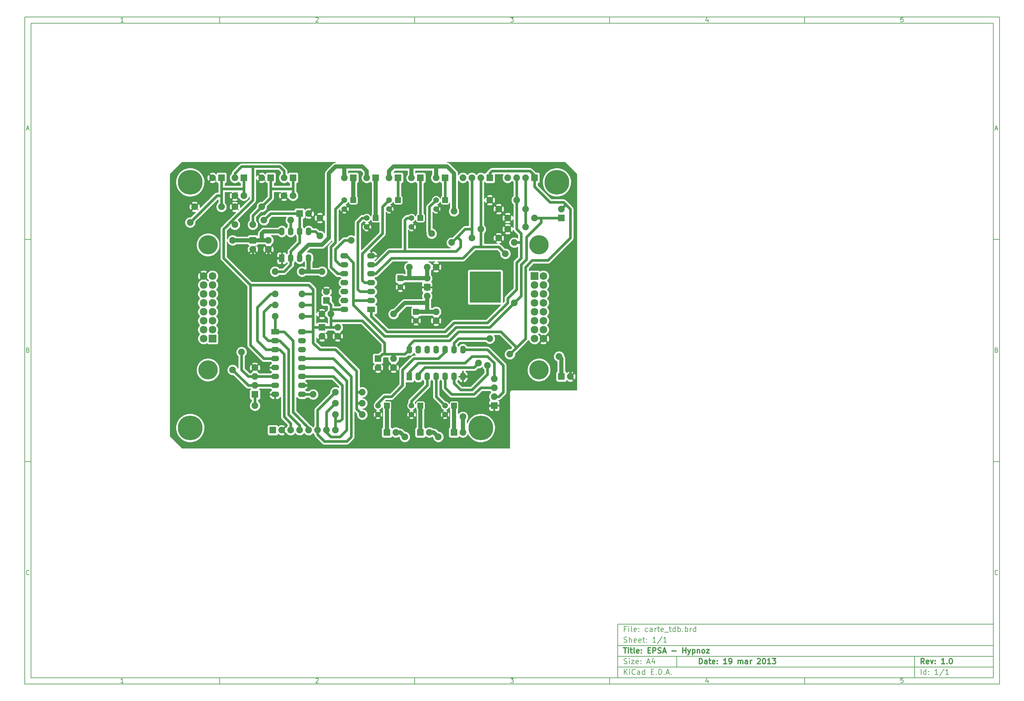
<source format=gbl>
G04 (created by PCBNEW-RS274X (2012-01-19 BZR 3256)-stable) date 19/03/2013 15:26:07*
G01*
G70*
G90*
%MOIN*%
G04 Gerber Fmt 3.4, Leading zero omitted, Abs format*
%FSLAX34Y34*%
G04 APERTURE LIST*
%ADD10C,0.006000*%
%ADD11C,0.012000*%
%ADD12C,0.075000*%
%ADD13R,0.075000X0.075000*%
%ADD14R,0.062000X0.090000*%
%ADD15O,0.062000X0.090000*%
%ADD16C,0.215000*%
%ADD17R,0.085000X0.085000*%
%ADD18C,0.085000*%
%ADD19R,0.065000X0.065000*%
%ADD20C,0.065000*%
%ADD21R,0.090000X0.062000*%
%ADD22O,0.090000X0.062000*%
%ADD23R,0.350000X0.350000*%
%ADD24C,0.275600*%
%ADD25C,0.045000*%
%ADD26C,0.030000*%
%ADD27C,0.010000*%
G04 APERTURE END LIST*
G54D10*
X04000Y-04000D02*
X113000Y-04000D01*
X113000Y-78670D01*
X04000Y-78670D01*
X04000Y-04000D01*
X04700Y-04700D02*
X112300Y-04700D01*
X112300Y-77970D01*
X04700Y-77970D01*
X04700Y-04700D01*
X25800Y-04000D02*
X25800Y-04700D01*
X15043Y-04552D02*
X14757Y-04552D01*
X14900Y-04552D02*
X14900Y-04052D01*
X14852Y-04124D01*
X14805Y-04171D01*
X14757Y-04195D01*
X25800Y-78670D02*
X25800Y-77970D01*
X15043Y-78522D02*
X14757Y-78522D01*
X14900Y-78522D02*
X14900Y-78022D01*
X14852Y-78094D01*
X14805Y-78141D01*
X14757Y-78165D01*
X47600Y-04000D02*
X47600Y-04700D01*
X36557Y-04100D02*
X36581Y-04076D01*
X36629Y-04052D01*
X36748Y-04052D01*
X36795Y-04076D01*
X36819Y-04100D01*
X36843Y-04148D01*
X36843Y-04195D01*
X36819Y-04267D01*
X36533Y-04552D01*
X36843Y-04552D01*
X47600Y-78670D02*
X47600Y-77970D01*
X36557Y-78070D02*
X36581Y-78046D01*
X36629Y-78022D01*
X36748Y-78022D01*
X36795Y-78046D01*
X36819Y-78070D01*
X36843Y-78118D01*
X36843Y-78165D01*
X36819Y-78237D01*
X36533Y-78522D01*
X36843Y-78522D01*
X69400Y-04000D02*
X69400Y-04700D01*
X58333Y-04052D02*
X58643Y-04052D01*
X58476Y-04243D01*
X58548Y-04243D01*
X58595Y-04267D01*
X58619Y-04290D01*
X58643Y-04338D01*
X58643Y-04457D01*
X58619Y-04505D01*
X58595Y-04529D01*
X58548Y-04552D01*
X58405Y-04552D01*
X58357Y-04529D01*
X58333Y-04505D01*
X69400Y-78670D02*
X69400Y-77970D01*
X58333Y-78022D02*
X58643Y-78022D01*
X58476Y-78213D01*
X58548Y-78213D01*
X58595Y-78237D01*
X58619Y-78260D01*
X58643Y-78308D01*
X58643Y-78427D01*
X58619Y-78475D01*
X58595Y-78499D01*
X58548Y-78522D01*
X58405Y-78522D01*
X58357Y-78499D01*
X58333Y-78475D01*
X91200Y-04000D02*
X91200Y-04700D01*
X80395Y-04219D02*
X80395Y-04552D01*
X80276Y-04029D02*
X80157Y-04386D01*
X80467Y-04386D01*
X91200Y-78670D02*
X91200Y-77970D01*
X80395Y-78189D02*
X80395Y-78522D01*
X80276Y-77999D02*
X80157Y-78356D01*
X80467Y-78356D01*
X102219Y-04052D02*
X101981Y-04052D01*
X101957Y-04290D01*
X101981Y-04267D01*
X102029Y-04243D01*
X102148Y-04243D01*
X102195Y-04267D01*
X102219Y-04290D01*
X102243Y-04338D01*
X102243Y-04457D01*
X102219Y-04505D01*
X102195Y-04529D01*
X102148Y-04552D01*
X102029Y-04552D01*
X101981Y-04529D01*
X101957Y-04505D01*
X102219Y-78022D02*
X101981Y-78022D01*
X101957Y-78260D01*
X101981Y-78237D01*
X102029Y-78213D01*
X102148Y-78213D01*
X102195Y-78237D01*
X102219Y-78260D01*
X102243Y-78308D01*
X102243Y-78427D01*
X102219Y-78475D01*
X102195Y-78499D01*
X102148Y-78522D01*
X102029Y-78522D01*
X101981Y-78499D01*
X101957Y-78475D01*
X04000Y-28890D02*
X04700Y-28890D01*
X04231Y-16510D02*
X04469Y-16510D01*
X04184Y-16652D02*
X04350Y-16152D01*
X04517Y-16652D01*
X113000Y-28890D02*
X112300Y-28890D01*
X112531Y-16510D02*
X112769Y-16510D01*
X112484Y-16652D02*
X112650Y-16152D01*
X112817Y-16652D01*
X04000Y-53780D02*
X04700Y-53780D01*
X04386Y-41280D02*
X04457Y-41304D01*
X04481Y-41328D01*
X04505Y-41376D01*
X04505Y-41447D01*
X04481Y-41495D01*
X04457Y-41519D01*
X04410Y-41542D01*
X04219Y-41542D01*
X04219Y-41042D01*
X04386Y-41042D01*
X04433Y-41066D01*
X04457Y-41090D01*
X04481Y-41138D01*
X04481Y-41185D01*
X04457Y-41233D01*
X04433Y-41257D01*
X04386Y-41280D01*
X04219Y-41280D01*
X113000Y-53780D02*
X112300Y-53780D01*
X112686Y-41280D02*
X112757Y-41304D01*
X112781Y-41328D01*
X112805Y-41376D01*
X112805Y-41447D01*
X112781Y-41495D01*
X112757Y-41519D01*
X112710Y-41542D01*
X112519Y-41542D01*
X112519Y-41042D01*
X112686Y-41042D01*
X112733Y-41066D01*
X112757Y-41090D01*
X112781Y-41138D01*
X112781Y-41185D01*
X112757Y-41233D01*
X112733Y-41257D01*
X112686Y-41280D01*
X112519Y-41280D01*
X04505Y-66385D02*
X04481Y-66409D01*
X04410Y-66432D01*
X04362Y-66432D01*
X04290Y-66409D01*
X04243Y-66361D01*
X04219Y-66313D01*
X04195Y-66218D01*
X04195Y-66147D01*
X04219Y-66051D01*
X04243Y-66004D01*
X04290Y-65956D01*
X04362Y-65932D01*
X04410Y-65932D01*
X04481Y-65956D01*
X04505Y-65980D01*
X112805Y-66385D02*
X112781Y-66409D01*
X112710Y-66432D01*
X112662Y-66432D01*
X112590Y-66409D01*
X112543Y-66361D01*
X112519Y-66313D01*
X112495Y-66218D01*
X112495Y-66147D01*
X112519Y-66051D01*
X112543Y-66004D01*
X112590Y-65956D01*
X112662Y-65932D01*
X112710Y-65932D01*
X112781Y-65956D01*
X112805Y-65980D01*
G54D11*
X79443Y-76413D02*
X79443Y-75813D01*
X79586Y-75813D01*
X79671Y-75841D01*
X79729Y-75899D01*
X79757Y-75956D01*
X79786Y-76070D01*
X79786Y-76156D01*
X79757Y-76270D01*
X79729Y-76327D01*
X79671Y-76384D01*
X79586Y-76413D01*
X79443Y-76413D01*
X80300Y-76413D02*
X80300Y-76099D01*
X80271Y-76041D01*
X80214Y-76013D01*
X80100Y-76013D01*
X80043Y-76041D01*
X80300Y-76384D02*
X80243Y-76413D01*
X80100Y-76413D01*
X80043Y-76384D01*
X80014Y-76327D01*
X80014Y-76270D01*
X80043Y-76213D01*
X80100Y-76184D01*
X80243Y-76184D01*
X80300Y-76156D01*
X80500Y-76013D02*
X80729Y-76013D01*
X80586Y-75813D02*
X80586Y-76327D01*
X80614Y-76384D01*
X80672Y-76413D01*
X80729Y-76413D01*
X81157Y-76384D02*
X81100Y-76413D01*
X80986Y-76413D01*
X80929Y-76384D01*
X80900Y-76327D01*
X80900Y-76099D01*
X80929Y-76041D01*
X80986Y-76013D01*
X81100Y-76013D01*
X81157Y-76041D01*
X81186Y-76099D01*
X81186Y-76156D01*
X80900Y-76213D01*
X81443Y-76356D02*
X81471Y-76384D01*
X81443Y-76413D01*
X81414Y-76384D01*
X81443Y-76356D01*
X81443Y-76413D01*
X81443Y-76041D02*
X81471Y-76070D01*
X81443Y-76099D01*
X81414Y-76070D01*
X81443Y-76041D01*
X81443Y-76099D01*
X82500Y-76413D02*
X82157Y-76413D01*
X82329Y-76413D02*
X82329Y-75813D01*
X82272Y-75899D01*
X82214Y-75956D01*
X82157Y-75984D01*
X82785Y-76413D02*
X82900Y-76413D01*
X82957Y-76384D01*
X82985Y-76356D01*
X83043Y-76270D01*
X83071Y-76156D01*
X83071Y-75927D01*
X83043Y-75870D01*
X83014Y-75841D01*
X82957Y-75813D01*
X82843Y-75813D01*
X82785Y-75841D01*
X82757Y-75870D01*
X82728Y-75927D01*
X82728Y-76070D01*
X82757Y-76127D01*
X82785Y-76156D01*
X82843Y-76184D01*
X82957Y-76184D01*
X83014Y-76156D01*
X83043Y-76127D01*
X83071Y-76070D01*
X83785Y-76413D02*
X83785Y-76013D01*
X83785Y-76070D02*
X83813Y-76041D01*
X83871Y-76013D01*
X83956Y-76013D01*
X84013Y-76041D01*
X84042Y-76099D01*
X84042Y-76413D01*
X84042Y-76099D02*
X84071Y-76041D01*
X84128Y-76013D01*
X84213Y-76013D01*
X84271Y-76041D01*
X84299Y-76099D01*
X84299Y-76413D01*
X84842Y-76413D02*
X84842Y-76099D01*
X84813Y-76041D01*
X84756Y-76013D01*
X84642Y-76013D01*
X84585Y-76041D01*
X84842Y-76384D02*
X84785Y-76413D01*
X84642Y-76413D01*
X84585Y-76384D01*
X84556Y-76327D01*
X84556Y-76270D01*
X84585Y-76213D01*
X84642Y-76184D01*
X84785Y-76184D01*
X84842Y-76156D01*
X85128Y-76413D02*
X85128Y-76013D01*
X85128Y-76127D02*
X85156Y-76070D01*
X85185Y-76041D01*
X85242Y-76013D01*
X85299Y-76013D01*
X85927Y-75870D02*
X85956Y-75841D01*
X86013Y-75813D01*
X86156Y-75813D01*
X86213Y-75841D01*
X86242Y-75870D01*
X86270Y-75927D01*
X86270Y-75984D01*
X86242Y-76070D01*
X85899Y-76413D01*
X86270Y-76413D01*
X86641Y-75813D02*
X86698Y-75813D01*
X86755Y-75841D01*
X86784Y-75870D01*
X86813Y-75927D01*
X86841Y-76041D01*
X86841Y-76184D01*
X86813Y-76299D01*
X86784Y-76356D01*
X86755Y-76384D01*
X86698Y-76413D01*
X86641Y-76413D01*
X86584Y-76384D01*
X86555Y-76356D01*
X86527Y-76299D01*
X86498Y-76184D01*
X86498Y-76041D01*
X86527Y-75927D01*
X86555Y-75870D01*
X86584Y-75841D01*
X86641Y-75813D01*
X87412Y-76413D02*
X87069Y-76413D01*
X87241Y-76413D02*
X87241Y-75813D01*
X87184Y-75899D01*
X87126Y-75956D01*
X87069Y-75984D01*
X87612Y-75813D02*
X87983Y-75813D01*
X87783Y-76041D01*
X87869Y-76041D01*
X87926Y-76070D01*
X87955Y-76099D01*
X87983Y-76156D01*
X87983Y-76299D01*
X87955Y-76356D01*
X87926Y-76384D01*
X87869Y-76413D01*
X87697Y-76413D01*
X87640Y-76384D01*
X87612Y-76356D01*
G54D10*
X71043Y-77613D02*
X71043Y-77013D01*
X71386Y-77613D02*
X71129Y-77270D01*
X71386Y-77013D02*
X71043Y-77356D01*
X71643Y-77613D02*
X71643Y-77213D01*
X71643Y-77013D02*
X71614Y-77041D01*
X71643Y-77070D01*
X71671Y-77041D01*
X71643Y-77013D01*
X71643Y-77070D01*
X72272Y-77556D02*
X72243Y-77584D01*
X72157Y-77613D01*
X72100Y-77613D01*
X72015Y-77584D01*
X71957Y-77527D01*
X71929Y-77470D01*
X71900Y-77356D01*
X71900Y-77270D01*
X71929Y-77156D01*
X71957Y-77099D01*
X72015Y-77041D01*
X72100Y-77013D01*
X72157Y-77013D01*
X72243Y-77041D01*
X72272Y-77070D01*
X72786Y-77613D02*
X72786Y-77299D01*
X72757Y-77241D01*
X72700Y-77213D01*
X72586Y-77213D01*
X72529Y-77241D01*
X72786Y-77584D02*
X72729Y-77613D01*
X72586Y-77613D01*
X72529Y-77584D01*
X72500Y-77527D01*
X72500Y-77470D01*
X72529Y-77413D01*
X72586Y-77384D01*
X72729Y-77384D01*
X72786Y-77356D01*
X73329Y-77613D02*
X73329Y-77013D01*
X73329Y-77584D02*
X73272Y-77613D01*
X73158Y-77613D01*
X73100Y-77584D01*
X73072Y-77556D01*
X73043Y-77499D01*
X73043Y-77327D01*
X73072Y-77270D01*
X73100Y-77241D01*
X73158Y-77213D01*
X73272Y-77213D01*
X73329Y-77241D01*
X74072Y-77299D02*
X74272Y-77299D01*
X74358Y-77613D02*
X74072Y-77613D01*
X74072Y-77013D01*
X74358Y-77013D01*
X74615Y-77556D02*
X74643Y-77584D01*
X74615Y-77613D01*
X74586Y-77584D01*
X74615Y-77556D01*
X74615Y-77613D01*
X74901Y-77613D02*
X74901Y-77013D01*
X75044Y-77013D01*
X75129Y-77041D01*
X75187Y-77099D01*
X75215Y-77156D01*
X75244Y-77270D01*
X75244Y-77356D01*
X75215Y-77470D01*
X75187Y-77527D01*
X75129Y-77584D01*
X75044Y-77613D01*
X74901Y-77613D01*
X75501Y-77556D02*
X75529Y-77584D01*
X75501Y-77613D01*
X75472Y-77584D01*
X75501Y-77556D01*
X75501Y-77613D01*
X75758Y-77441D02*
X76044Y-77441D01*
X75701Y-77613D02*
X75901Y-77013D01*
X76101Y-77613D01*
X76301Y-77556D02*
X76329Y-77584D01*
X76301Y-77613D01*
X76272Y-77584D01*
X76301Y-77556D01*
X76301Y-77613D01*
G54D11*
X104586Y-76413D02*
X104386Y-76127D01*
X104243Y-76413D02*
X104243Y-75813D01*
X104471Y-75813D01*
X104529Y-75841D01*
X104557Y-75870D01*
X104586Y-75927D01*
X104586Y-76013D01*
X104557Y-76070D01*
X104529Y-76099D01*
X104471Y-76127D01*
X104243Y-76127D01*
X105071Y-76384D02*
X105014Y-76413D01*
X104900Y-76413D01*
X104843Y-76384D01*
X104814Y-76327D01*
X104814Y-76099D01*
X104843Y-76041D01*
X104900Y-76013D01*
X105014Y-76013D01*
X105071Y-76041D01*
X105100Y-76099D01*
X105100Y-76156D01*
X104814Y-76213D01*
X105300Y-76013D02*
X105443Y-76413D01*
X105585Y-76013D01*
X105814Y-76356D02*
X105842Y-76384D01*
X105814Y-76413D01*
X105785Y-76384D01*
X105814Y-76356D01*
X105814Y-76413D01*
X105814Y-76041D02*
X105842Y-76070D01*
X105814Y-76099D01*
X105785Y-76070D01*
X105814Y-76041D01*
X105814Y-76099D01*
X106871Y-76413D02*
X106528Y-76413D01*
X106700Y-76413D02*
X106700Y-75813D01*
X106643Y-75899D01*
X106585Y-75956D01*
X106528Y-75984D01*
X107128Y-76356D02*
X107156Y-76384D01*
X107128Y-76413D01*
X107099Y-76384D01*
X107128Y-76356D01*
X107128Y-76413D01*
X107528Y-75813D02*
X107585Y-75813D01*
X107642Y-75841D01*
X107671Y-75870D01*
X107700Y-75927D01*
X107728Y-76041D01*
X107728Y-76184D01*
X107700Y-76299D01*
X107671Y-76356D01*
X107642Y-76384D01*
X107585Y-76413D01*
X107528Y-76413D01*
X107471Y-76384D01*
X107442Y-76356D01*
X107414Y-76299D01*
X107385Y-76184D01*
X107385Y-76041D01*
X107414Y-75927D01*
X107442Y-75870D01*
X107471Y-75841D01*
X107528Y-75813D01*
G54D10*
X71014Y-76384D02*
X71100Y-76413D01*
X71243Y-76413D01*
X71300Y-76384D01*
X71329Y-76356D01*
X71357Y-76299D01*
X71357Y-76241D01*
X71329Y-76184D01*
X71300Y-76156D01*
X71243Y-76127D01*
X71129Y-76099D01*
X71071Y-76070D01*
X71043Y-76041D01*
X71014Y-75984D01*
X71014Y-75927D01*
X71043Y-75870D01*
X71071Y-75841D01*
X71129Y-75813D01*
X71271Y-75813D01*
X71357Y-75841D01*
X71614Y-76413D02*
X71614Y-76013D01*
X71614Y-75813D02*
X71585Y-75841D01*
X71614Y-75870D01*
X71642Y-75841D01*
X71614Y-75813D01*
X71614Y-75870D01*
X71843Y-76013D02*
X72157Y-76013D01*
X71843Y-76413D01*
X72157Y-76413D01*
X72614Y-76384D02*
X72557Y-76413D01*
X72443Y-76413D01*
X72386Y-76384D01*
X72357Y-76327D01*
X72357Y-76099D01*
X72386Y-76041D01*
X72443Y-76013D01*
X72557Y-76013D01*
X72614Y-76041D01*
X72643Y-76099D01*
X72643Y-76156D01*
X72357Y-76213D01*
X72900Y-76356D02*
X72928Y-76384D01*
X72900Y-76413D01*
X72871Y-76384D01*
X72900Y-76356D01*
X72900Y-76413D01*
X72900Y-76041D02*
X72928Y-76070D01*
X72900Y-76099D01*
X72871Y-76070D01*
X72900Y-76041D01*
X72900Y-76099D01*
X73614Y-76241D02*
X73900Y-76241D01*
X73557Y-76413D02*
X73757Y-75813D01*
X73957Y-76413D01*
X74414Y-76013D02*
X74414Y-76413D01*
X74271Y-75784D02*
X74128Y-76213D01*
X74500Y-76213D01*
X104243Y-77613D02*
X104243Y-77013D01*
X104786Y-77613D02*
X104786Y-77013D01*
X104786Y-77584D02*
X104729Y-77613D01*
X104615Y-77613D01*
X104557Y-77584D01*
X104529Y-77556D01*
X104500Y-77499D01*
X104500Y-77327D01*
X104529Y-77270D01*
X104557Y-77241D01*
X104615Y-77213D01*
X104729Y-77213D01*
X104786Y-77241D01*
X105072Y-77556D02*
X105100Y-77584D01*
X105072Y-77613D01*
X105043Y-77584D01*
X105072Y-77556D01*
X105072Y-77613D01*
X105072Y-77241D02*
X105100Y-77270D01*
X105072Y-77299D01*
X105043Y-77270D01*
X105072Y-77241D01*
X105072Y-77299D01*
X106129Y-77613D02*
X105786Y-77613D01*
X105958Y-77613D02*
X105958Y-77013D01*
X105901Y-77099D01*
X105843Y-77156D01*
X105786Y-77184D01*
X106814Y-76984D02*
X106300Y-77756D01*
X107329Y-77613D02*
X106986Y-77613D01*
X107158Y-77613D02*
X107158Y-77013D01*
X107101Y-77099D01*
X107043Y-77156D01*
X106986Y-77184D01*
G54D11*
X70957Y-74613D02*
X71300Y-74613D01*
X71129Y-75213D02*
X71129Y-74613D01*
X71500Y-75213D02*
X71500Y-74813D01*
X71500Y-74613D02*
X71471Y-74641D01*
X71500Y-74670D01*
X71528Y-74641D01*
X71500Y-74613D01*
X71500Y-74670D01*
X71700Y-74813D02*
X71929Y-74813D01*
X71786Y-74613D02*
X71786Y-75127D01*
X71814Y-75184D01*
X71872Y-75213D01*
X71929Y-75213D01*
X72215Y-75213D02*
X72157Y-75184D01*
X72129Y-75127D01*
X72129Y-74613D01*
X72671Y-75184D02*
X72614Y-75213D01*
X72500Y-75213D01*
X72443Y-75184D01*
X72414Y-75127D01*
X72414Y-74899D01*
X72443Y-74841D01*
X72500Y-74813D01*
X72614Y-74813D01*
X72671Y-74841D01*
X72700Y-74899D01*
X72700Y-74956D01*
X72414Y-75013D01*
X72957Y-75156D02*
X72985Y-75184D01*
X72957Y-75213D01*
X72928Y-75184D01*
X72957Y-75156D01*
X72957Y-75213D01*
X72957Y-74841D02*
X72985Y-74870D01*
X72957Y-74899D01*
X72928Y-74870D01*
X72957Y-74841D01*
X72957Y-74899D01*
X73700Y-74899D02*
X73900Y-74899D01*
X73986Y-75213D02*
X73700Y-75213D01*
X73700Y-74613D01*
X73986Y-74613D01*
X74243Y-75213D02*
X74243Y-74613D01*
X74471Y-74613D01*
X74529Y-74641D01*
X74557Y-74670D01*
X74586Y-74727D01*
X74586Y-74813D01*
X74557Y-74870D01*
X74529Y-74899D01*
X74471Y-74927D01*
X74243Y-74927D01*
X74814Y-75184D02*
X74900Y-75213D01*
X75043Y-75213D01*
X75100Y-75184D01*
X75129Y-75156D01*
X75157Y-75099D01*
X75157Y-75041D01*
X75129Y-74984D01*
X75100Y-74956D01*
X75043Y-74927D01*
X74929Y-74899D01*
X74871Y-74870D01*
X74843Y-74841D01*
X74814Y-74784D01*
X74814Y-74727D01*
X74843Y-74670D01*
X74871Y-74641D01*
X74929Y-74613D01*
X75071Y-74613D01*
X75157Y-74641D01*
X75385Y-75041D02*
X75671Y-75041D01*
X75328Y-75213D02*
X75528Y-74613D01*
X75728Y-75213D01*
X76385Y-74984D02*
X76842Y-74984D01*
X77585Y-75213D02*
X77585Y-74613D01*
X77585Y-74899D02*
X77928Y-74899D01*
X77928Y-75213D02*
X77928Y-74613D01*
X78157Y-74813D02*
X78300Y-75213D01*
X78442Y-74813D02*
X78300Y-75213D01*
X78242Y-75356D01*
X78214Y-75384D01*
X78157Y-75413D01*
X78671Y-74813D02*
X78671Y-75413D01*
X78671Y-74841D02*
X78728Y-74813D01*
X78842Y-74813D01*
X78899Y-74841D01*
X78928Y-74870D01*
X78957Y-74927D01*
X78957Y-75099D01*
X78928Y-75156D01*
X78899Y-75184D01*
X78842Y-75213D01*
X78728Y-75213D01*
X78671Y-75184D01*
X79214Y-74813D02*
X79214Y-75213D01*
X79214Y-74870D02*
X79242Y-74841D01*
X79300Y-74813D01*
X79385Y-74813D01*
X79442Y-74841D01*
X79471Y-74899D01*
X79471Y-75213D01*
X79843Y-75213D02*
X79785Y-75184D01*
X79757Y-75156D01*
X79728Y-75099D01*
X79728Y-74927D01*
X79757Y-74870D01*
X79785Y-74841D01*
X79843Y-74813D01*
X79928Y-74813D01*
X79985Y-74841D01*
X80014Y-74870D01*
X80043Y-74927D01*
X80043Y-75099D01*
X80014Y-75156D01*
X79985Y-75184D01*
X79928Y-75213D01*
X79843Y-75213D01*
X80243Y-74813D02*
X80557Y-74813D01*
X80243Y-75213D01*
X80557Y-75213D01*
G54D10*
X71243Y-72499D02*
X71043Y-72499D01*
X71043Y-72813D02*
X71043Y-72213D01*
X71329Y-72213D01*
X71557Y-72813D02*
X71557Y-72413D01*
X71557Y-72213D02*
X71528Y-72241D01*
X71557Y-72270D01*
X71585Y-72241D01*
X71557Y-72213D01*
X71557Y-72270D01*
X71929Y-72813D02*
X71871Y-72784D01*
X71843Y-72727D01*
X71843Y-72213D01*
X72385Y-72784D02*
X72328Y-72813D01*
X72214Y-72813D01*
X72157Y-72784D01*
X72128Y-72727D01*
X72128Y-72499D01*
X72157Y-72441D01*
X72214Y-72413D01*
X72328Y-72413D01*
X72385Y-72441D01*
X72414Y-72499D01*
X72414Y-72556D01*
X72128Y-72613D01*
X72671Y-72756D02*
X72699Y-72784D01*
X72671Y-72813D01*
X72642Y-72784D01*
X72671Y-72756D01*
X72671Y-72813D01*
X72671Y-72441D02*
X72699Y-72470D01*
X72671Y-72499D01*
X72642Y-72470D01*
X72671Y-72441D01*
X72671Y-72499D01*
X73671Y-72784D02*
X73614Y-72813D01*
X73500Y-72813D01*
X73442Y-72784D01*
X73414Y-72756D01*
X73385Y-72699D01*
X73385Y-72527D01*
X73414Y-72470D01*
X73442Y-72441D01*
X73500Y-72413D01*
X73614Y-72413D01*
X73671Y-72441D01*
X74185Y-72813D02*
X74185Y-72499D01*
X74156Y-72441D01*
X74099Y-72413D01*
X73985Y-72413D01*
X73928Y-72441D01*
X74185Y-72784D02*
X74128Y-72813D01*
X73985Y-72813D01*
X73928Y-72784D01*
X73899Y-72727D01*
X73899Y-72670D01*
X73928Y-72613D01*
X73985Y-72584D01*
X74128Y-72584D01*
X74185Y-72556D01*
X74471Y-72813D02*
X74471Y-72413D01*
X74471Y-72527D02*
X74499Y-72470D01*
X74528Y-72441D01*
X74585Y-72413D01*
X74642Y-72413D01*
X74756Y-72413D02*
X74985Y-72413D01*
X74842Y-72213D02*
X74842Y-72727D01*
X74870Y-72784D01*
X74928Y-72813D01*
X74985Y-72813D01*
X75413Y-72784D02*
X75356Y-72813D01*
X75242Y-72813D01*
X75185Y-72784D01*
X75156Y-72727D01*
X75156Y-72499D01*
X75185Y-72441D01*
X75242Y-72413D01*
X75356Y-72413D01*
X75413Y-72441D01*
X75442Y-72499D01*
X75442Y-72556D01*
X75156Y-72613D01*
X75556Y-72870D02*
X76013Y-72870D01*
X76070Y-72413D02*
X76299Y-72413D01*
X76156Y-72213D02*
X76156Y-72727D01*
X76184Y-72784D01*
X76242Y-72813D01*
X76299Y-72813D01*
X76756Y-72813D02*
X76756Y-72213D01*
X76756Y-72784D02*
X76699Y-72813D01*
X76585Y-72813D01*
X76527Y-72784D01*
X76499Y-72756D01*
X76470Y-72699D01*
X76470Y-72527D01*
X76499Y-72470D01*
X76527Y-72441D01*
X76585Y-72413D01*
X76699Y-72413D01*
X76756Y-72441D01*
X77042Y-72813D02*
X77042Y-72213D01*
X77042Y-72441D02*
X77099Y-72413D01*
X77213Y-72413D01*
X77270Y-72441D01*
X77299Y-72470D01*
X77328Y-72527D01*
X77328Y-72699D01*
X77299Y-72756D01*
X77270Y-72784D01*
X77213Y-72813D01*
X77099Y-72813D01*
X77042Y-72784D01*
X77585Y-72756D02*
X77613Y-72784D01*
X77585Y-72813D01*
X77556Y-72784D01*
X77585Y-72756D01*
X77585Y-72813D01*
X77871Y-72813D02*
X77871Y-72213D01*
X77871Y-72441D02*
X77928Y-72413D01*
X78042Y-72413D01*
X78099Y-72441D01*
X78128Y-72470D01*
X78157Y-72527D01*
X78157Y-72699D01*
X78128Y-72756D01*
X78099Y-72784D01*
X78042Y-72813D01*
X77928Y-72813D01*
X77871Y-72784D01*
X78414Y-72813D02*
X78414Y-72413D01*
X78414Y-72527D02*
X78442Y-72470D01*
X78471Y-72441D01*
X78528Y-72413D01*
X78585Y-72413D01*
X79042Y-72813D02*
X79042Y-72213D01*
X79042Y-72784D02*
X78985Y-72813D01*
X78871Y-72813D01*
X78813Y-72784D01*
X78785Y-72756D01*
X78756Y-72699D01*
X78756Y-72527D01*
X78785Y-72470D01*
X78813Y-72441D01*
X78871Y-72413D01*
X78985Y-72413D01*
X79042Y-72441D01*
X71014Y-73984D02*
X71100Y-74013D01*
X71243Y-74013D01*
X71300Y-73984D01*
X71329Y-73956D01*
X71357Y-73899D01*
X71357Y-73841D01*
X71329Y-73784D01*
X71300Y-73756D01*
X71243Y-73727D01*
X71129Y-73699D01*
X71071Y-73670D01*
X71043Y-73641D01*
X71014Y-73584D01*
X71014Y-73527D01*
X71043Y-73470D01*
X71071Y-73441D01*
X71129Y-73413D01*
X71271Y-73413D01*
X71357Y-73441D01*
X71614Y-74013D02*
X71614Y-73413D01*
X71871Y-74013D02*
X71871Y-73699D01*
X71842Y-73641D01*
X71785Y-73613D01*
X71700Y-73613D01*
X71642Y-73641D01*
X71614Y-73670D01*
X72385Y-73984D02*
X72328Y-74013D01*
X72214Y-74013D01*
X72157Y-73984D01*
X72128Y-73927D01*
X72128Y-73699D01*
X72157Y-73641D01*
X72214Y-73613D01*
X72328Y-73613D01*
X72385Y-73641D01*
X72414Y-73699D01*
X72414Y-73756D01*
X72128Y-73813D01*
X72899Y-73984D02*
X72842Y-74013D01*
X72728Y-74013D01*
X72671Y-73984D01*
X72642Y-73927D01*
X72642Y-73699D01*
X72671Y-73641D01*
X72728Y-73613D01*
X72842Y-73613D01*
X72899Y-73641D01*
X72928Y-73699D01*
X72928Y-73756D01*
X72642Y-73813D01*
X73099Y-73613D02*
X73328Y-73613D01*
X73185Y-73413D02*
X73185Y-73927D01*
X73213Y-73984D01*
X73271Y-74013D01*
X73328Y-74013D01*
X73528Y-73956D02*
X73556Y-73984D01*
X73528Y-74013D01*
X73499Y-73984D01*
X73528Y-73956D01*
X73528Y-74013D01*
X73528Y-73641D02*
X73556Y-73670D01*
X73528Y-73699D01*
X73499Y-73670D01*
X73528Y-73641D01*
X73528Y-73699D01*
X74585Y-74013D02*
X74242Y-74013D01*
X74414Y-74013D02*
X74414Y-73413D01*
X74357Y-73499D01*
X74299Y-73556D01*
X74242Y-73584D01*
X75270Y-73384D02*
X74756Y-74156D01*
X75785Y-74013D02*
X75442Y-74013D01*
X75614Y-74013D02*
X75614Y-73413D01*
X75557Y-73499D01*
X75499Y-73556D01*
X75442Y-73584D01*
X70300Y-71970D02*
X70300Y-77970D01*
X70300Y-71970D02*
X112300Y-71970D01*
X70300Y-71970D02*
X112300Y-71970D01*
X70300Y-74370D02*
X112300Y-74370D01*
X103500Y-75570D02*
X103500Y-77970D01*
X70300Y-76770D02*
X112300Y-76770D01*
X70300Y-75570D02*
X112300Y-75570D01*
X76900Y-75570D02*
X76900Y-76770D01*
G54D11*
X30313Y-49998D02*
X30342Y-50036D01*
X30428Y-50074D01*
X30485Y-50074D01*
X30570Y-50036D01*
X30628Y-49960D01*
X30656Y-49883D01*
X30685Y-49731D01*
X30685Y-49617D01*
X30656Y-49464D01*
X30628Y-49388D01*
X30570Y-49312D01*
X30485Y-49274D01*
X30428Y-49274D01*
X30342Y-49312D01*
X30313Y-49350D01*
X29799Y-50074D02*
X29799Y-49655D01*
X29828Y-49579D01*
X29885Y-49540D01*
X29999Y-49540D01*
X30056Y-49579D01*
X29799Y-50036D02*
X29856Y-50074D01*
X29999Y-50074D01*
X30056Y-50036D01*
X30085Y-49960D01*
X30085Y-49883D01*
X30056Y-49807D01*
X29999Y-49769D01*
X29856Y-49769D01*
X29799Y-49731D01*
X29513Y-50074D02*
X29513Y-49540D01*
X29513Y-49693D02*
X29485Y-49617D01*
X29456Y-49579D01*
X29399Y-49540D01*
X29342Y-49540D01*
X29228Y-49540D02*
X28999Y-49540D01*
X29142Y-49274D02*
X29142Y-49960D01*
X29114Y-50036D01*
X29056Y-50074D01*
X28999Y-50074D01*
X28571Y-50036D02*
X28628Y-50074D01*
X28742Y-50074D01*
X28799Y-50036D01*
X28828Y-49960D01*
X28828Y-49655D01*
X28799Y-49579D01*
X28742Y-49540D01*
X28628Y-49540D01*
X28571Y-49579D01*
X28542Y-49655D01*
X28542Y-49731D01*
X28828Y-49807D01*
X27914Y-49540D02*
X27685Y-49540D01*
X27828Y-49274D02*
X27828Y-49960D01*
X27800Y-50036D01*
X27742Y-50074D01*
X27685Y-50074D01*
X27228Y-50074D02*
X27228Y-49274D01*
X27228Y-50036D02*
X27285Y-50074D01*
X27399Y-50074D01*
X27457Y-50036D01*
X27485Y-49998D01*
X27514Y-49921D01*
X27514Y-49693D01*
X27485Y-49617D01*
X27457Y-49579D01*
X27399Y-49540D01*
X27285Y-49540D01*
X27228Y-49579D01*
X26942Y-50074D02*
X26942Y-49274D01*
X26942Y-49579D02*
X26885Y-49540D01*
X26771Y-49540D01*
X26714Y-49579D01*
X26685Y-49617D01*
X26656Y-49693D01*
X26656Y-49921D01*
X26685Y-49998D01*
X26714Y-50036D01*
X26771Y-50074D01*
X26885Y-50074D01*
X26942Y-50036D01*
X25999Y-49540D02*
X25856Y-50074D01*
X25714Y-49540D01*
X25171Y-50074D02*
X25514Y-50074D01*
X25342Y-50074D02*
X25342Y-49274D01*
X25399Y-49388D01*
X25457Y-49464D01*
X25514Y-49502D01*
X24914Y-49998D02*
X24886Y-50036D01*
X24914Y-50074D01*
X24943Y-50036D01*
X24914Y-49998D01*
X24914Y-50074D01*
X24514Y-49274D02*
X24457Y-49274D01*
X24400Y-49312D01*
X24371Y-49350D01*
X24342Y-49426D01*
X24314Y-49579D01*
X24314Y-49769D01*
X24342Y-49921D01*
X24371Y-49998D01*
X24400Y-50036D01*
X24457Y-50074D01*
X24514Y-50074D01*
X24571Y-50036D01*
X24600Y-49998D01*
X24628Y-49921D01*
X24657Y-49769D01*
X24657Y-49579D01*
X24628Y-49426D01*
X24600Y-49350D01*
X24571Y-49312D01*
X24514Y-49274D01*
X30900Y-50895D02*
X30700Y-50895D01*
X30614Y-51314D02*
X30900Y-51314D01*
X30900Y-50514D01*
X30614Y-50514D01*
X30357Y-51314D02*
X30357Y-50514D01*
X30129Y-50514D01*
X30071Y-50552D01*
X30043Y-50590D01*
X30014Y-50666D01*
X30014Y-50780D01*
X30043Y-50857D01*
X30071Y-50895D01*
X30129Y-50933D01*
X30357Y-50933D01*
X29786Y-51276D02*
X29700Y-51314D01*
X29557Y-51314D01*
X29500Y-51276D01*
X29471Y-51238D01*
X29443Y-51161D01*
X29443Y-51085D01*
X29471Y-51009D01*
X29500Y-50971D01*
X29557Y-50933D01*
X29671Y-50895D01*
X29729Y-50857D01*
X29757Y-50819D01*
X29786Y-50742D01*
X29786Y-50666D01*
X29757Y-50590D01*
X29729Y-50552D01*
X29671Y-50514D01*
X29529Y-50514D01*
X29443Y-50552D01*
X29215Y-51085D02*
X28929Y-51085D01*
X29272Y-51314D02*
X29072Y-50514D01*
X28872Y-51314D01*
X28215Y-51009D02*
X27758Y-51009D01*
X27015Y-51314D02*
X27015Y-50514D01*
X27015Y-50895D02*
X26672Y-50895D01*
X26672Y-51314D02*
X26672Y-50514D01*
X26443Y-50780D02*
X26300Y-51314D01*
X26158Y-50780D02*
X26300Y-51314D01*
X26358Y-51504D01*
X26386Y-51542D01*
X26443Y-51580D01*
X25929Y-50780D02*
X25929Y-51580D01*
X25929Y-50819D02*
X25872Y-50780D01*
X25758Y-50780D01*
X25701Y-50819D01*
X25672Y-50857D01*
X25643Y-50933D01*
X25643Y-51161D01*
X25672Y-51238D01*
X25701Y-51276D01*
X25758Y-51314D01*
X25872Y-51314D01*
X25929Y-51276D01*
X25386Y-50780D02*
X25386Y-51314D01*
X25386Y-50857D02*
X25358Y-50819D01*
X25300Y-50780D01*
X25215Y-50780D01*
X25158Y-50819D01*
X25129Y-50895D01*
X25129Y-51314D01*
X24757Y-51314D02*
X24815Y-51276D01*
X24843Y-51238D01*
X24872Y-51161D01*
X24872Y-50933D01*
X24843Y-50857D01*
X24815Y-50819D01*
X24757Y-50780D01*
X24672Y-50780D01*
X24615Y-50819D01*
X24586Y-50857D01*
X24557Y-50933D01*
X24557Y-51161D01*
X24586Y-51238D01*
X24615Y-51276D01*
X24672Y-51314D01*
X24757Y-51314D01*
X24357Y-50780D02*
X24043Y-50780D01*
X24357Y-51314D01*
X24043Y-51314D01*
G54D12*
X27500Y-24000D03*
X28500Y-24000D03*
X45250Y-43250D03*
X45250Y-42250D03*
X37250Y-37250D03*
X38250Y-37250D03*
G54D13*
X43500Y-42250D03*
G54D12*
X43500Y-43250D03*
G54D13*
X37250Y-38750D03*
G54D12*
X37250Y-39750D03*
G54D14*
X47000Y-44250D03*
G54D15*
X48000Y-44250D03*
X49000Y-44250D03*
X50000Y-44250D03*
X51000Y-44250D03*
X52000Y-44250D03*
X53000Y-44250D03*
X53000Y-41250D03*
X52000Y-41250D03*
X51000Y-41250D03*
X50000Y-41250D03*
X49000Y-41250D03*
X48000Y-41250D03*
X47000Y-41250D03*
G54D16*
X24500Y-43500D03*
X24500Y-29500D03*
G54D17*
X25000Y-40000D03*
G54D18*
X24000Y-40000D03*
X25000Y-39000D03*
X24000Y-39000D03*
X25000Y-38000D03*
X24000Y-38000D03*
X25000Y-37000D03*
X24000Y-37000D03*
X25000Y-36000D03*
X24000Y-36000D03*
X25000Y-35000D03*
X24000Y-35000D03*
X25000Y-34000D03*
X24000Y-34000D03*
X25000Y-33000D03*
X24000Y-33000D03*
G54D16*
X61500Y-29500D03*
X61500Y-43500D03*
G54D17*
X61000Y-33000D03*
G54D18*
X62000Y-33000D03*
X61000Y-34000D03*
X62000Y-34000D03*
X61000Y-35000D03*
X62000Y-35000D03*
X61000Y-36000D03*
X62000Y-36000D03*
X61000Y-37000D03*
X62000Y-37000D03*
X61000Y-38000D03*
X62000Y-38000D03*
X61000Y-39000D03*
X62000Y-39000D03*
X61000Y-40000D03*
X62000Y-40000D03*
G54D13*
X44500Y-50500D03*
G54D12*
X45500Y-50500D03*
G54D13*
X52000Y-50500D03*
G54D12*
X53000Y-50500D03*
G54D13*
X43250Y-22000D03*
G54D12*
X42250Y-22000D03*
G54D13*
X34000Y-22000D03*
G54D12*
X33000Y-22000D03*
G54D13*
X45750Y-22000D03*
G54D12*
X44750Y-22000D03*
G54D13*
X40750Y-22000D03*
G54D12*
X39750Y-22000D03*
G54D13*
X26000Y-22000D03*
G54D12*
X25000Y-22000D03*
G54D13*
X28500Y-22000D03*
G54D12*
X27500Y-22000D03*
G54D13*
X64000Y-26500D03*
G54D12*
X64000Y-25500D03*
X58000Y-22000D03*
X59000Y-22000D03*
G54D13*
X61000Y-22000D03*
G54D12*
X60000Y-22000D03*
X58000Y-27750D03*
X55000Y-27750D03*
X35000Y-35000D03*
X32000Y-35000D03*
X56000Y-24500D03*
X59000Y-24500D03*
X57000Y-25500D03*
X60000Y-25500D03*
X35000Y-37500D03*
X32000Y-37500D03*
X41750Y-46000D03*
X38750Y-46000D03*
X41750Y-47250D03*
X38750Y-47250D03*
X57000Y-28750D03*
X54000Y-28750D03*
X41750Y-48500D03*
X38750Y-48500D03*
X30500Y-25250D03*
X27500Y-25250D03*
X26000Y-25250D03*
X23000Y-25250D03*
X58000Y-26500D03*
X61000Y-26500D03*
X35000Y-36250D03*
X32000Y-36250D03*
X33000Y-24000D03*
X34000Y-24000D03*
X53000Y-22000D03*
X54000Y-22000D03*
G54D13*
X56000Y-22000D03*
G54D12*
X55000Y-22000D03*
X56500Y-44500D03*
X56500Y-45500D03*
G54D13*
X56500Y-47500D03*
G54D12*
X56500Y-46500D03*
G54D13*
X31500Y-22000D03*
G54D12*
X30500Y-22000D03*
G54D13*
X48250Y-22000D03*
G54D12*
X47250Y-22000D03*
X36750Y-50250D03*
X35750Y-50250D03*
X37750Y-50250D03*
X38750Y-50250D03*
X34750Y-50250D03*
X33750Y-50250D03*
G54D13*
X31750Y-50250D03*
G54D12*
X32750Y-50250D03*
G54D13*
X51000Y-22000D03*
G54D12*
X50000Y-22000D03*
G54D13*
X48250Y-50500D03*
G54D12*
X49250Y-50500D03*
G54D19*
X43250Y-26500D03*
G54D20*
X42250Y-26500D03*
X42250Y-27500D03*
G54D19*
X40750Y-24500D03*
G54D20*
X39750Y-24500D03*
X39750Y-25500D03*
G54D19*
X45750Y-24500D03*
G54D20*
X44750Y-24500D03*
X44750Y-25500D03*
G54D19*
X48250Y-26500D03*
G54D20*
X47250Y-26500D03*
X47250Y-27500D03*
G54D19*
X44500Y-47500D03*
G54D20*
X43500Y-47500D03*
X43500Y-48500D03*
G54D19*
X52000Y-47500D03*
G54D20*
X51000Y-47500D03*
X51000Y-48500D03*
G54D19*
X51000Y-24500D03*
G54D20*
X50000Y-24500D03*
X50000Y-25500D03*
G54D19*
X48250Y-47500D03*
G54D20*
X47250Y-47500D03*
X47250Y-48500D03*
G54D21*
X42750Y-36750D03*
G54D22*
X42750Y-35750D03*
X42750Y-34750D03*
X42750Y-33750D03*
X42750Y-32750D03*
X42750Y-31750D03*
X42750Y-30750D03*
X39750Y-30750D03*
X39750Y-31750D03*
X39750Y-32750D03*
X39750Y-33750D03*
X39750Y-34750D03*
X39750Y-35750D03*
X39750Y-36750D03*
G54D21*
X32000Y-39250D03*
G54D22*
X32000Y-40250D03*
X32000Y-41250D03*
X32000Y-42250D03*
X32000Y-43250D03*
X32000Y-44250D03*
X32000Y-45250D03*
X32000Y-46250D03*
X35000Y-46250D03*
X35000Y-45250D03*
X35000Y-44250D03*
X35000Y-43250D03*
X35000Y-42250D03*
X35000Y-41250D03*
X35000Y-40250D03*
X35000Y-39250D03*
G54D12*
X39000Y-39750D03*
X39000Y-38750D03*
X31250Y-30000D03*
X31250Y-29000D03*
G54D13*
X29500Y-29000D03*
G54D12*
X29500Y-30000D03*
G54D13*
X34750Y-26000D03*
G54D12*
X35750Y-26000D03*
G54D13*
X37750Y-35750D03*
G54D12*
X37750Y-34750D03*
G54D14*
X32750Y-31000D03*
G54D15*
X33750Y-31000D03*
X34750Y-31000D03*
X35750Y-31000D03*
X35750Y-28000D03*
X34750Y-28000D03*
X33750Y-28000D03*
X32750Y-28000D03*
G54D12*
X30750Y-26750D03*
X33750Y-26750D03*
X35000Y-32500D03*
X32000Y-32500D03*
X50000Y-38000D03*
X50000Y-37000D03*
X50000Y-32000D03*
X49000Y-32000D03*
G54D23*
X55500Y-34250D03*
G54D12*
X49000Y-33250D03*
G54D13*
X49000Y-34250D03*
G54D12*
X49000Y-35250D03*
G54D13*
X64000Y-44250D03*
G54D12*
X65000Y-44250D03*
G54D24*
X22500Y-50000D03*
X22500Y-22500D03*
X63500Y-22500D03*
X55000Y-50000D03*
G54D12*
X37000Y-28500D03*
X37000Y-26500D03*
X29750Y-43250D03*
X29750Y-44250D03*
G54D13*
X29750Y-46250D03*
G54D12*
X29750Y-45250D03*
G54D19*
X46000Y-33250D03*
G54D20*
X46000Y-34250D03*
G54D19*
X47750Y-37000D03*
G54D20*
X47750Y-38000D03*
G54D12*
X27250Y-29000D03*
X37250Y-32500D03*
X47000Y-32000D03*
X53000Y-48750D03*
X46500Y-51000D03*
X50250Y-51000D03*
X52000Y-25750D03*
X63750Y-42000D03*
X45250Y-37250D03*
X29500Y-27250D03*
X22500Y-27000D03*
X40500Y-29000D03*
X60000Y-27500D03*
X58750Y-29250D03*
X57750Y-30500D03*
X29750Y-47500D03*
X36250Y-46250D03*
X27250Y-43500D03*
X28250Y-41500D03*
X56000Y-40000D03*
X55750Y-43000D03*
X54750Y-42750D03*
X51750Y-29250D03*
X49500Y-28250D03*
X58750Y-36000D03*
X37500Y-45250D03*
X41000Y-41750D03*
X36500Y-23500D03*
X51000Y-26000D03*
X43250Y-28000D03*
X56000Y-26250D03*
X45250Y-27250D03*
X27250Y-31000D03*
X54000Y-47500D03*
X63750Y-39000D03*
X54000Y-44500D03*
X40000Y-27250D03*
X27500Y-27250D03*
X58250Y-41750D03*
G54D25*
X35750Y-32500D02*
X37250Y-32500D01*
X35750Y-31000D02*
X35750Y-32500D01*
X30750Y-28000D02*
X32750Y-28000D01*
X30500Y-28250D02*
X30750Y-28000D01*
X49000Y-32000D02*
X49000Y-33250D01*
X47000Y-33250D02*
X49000Y-33250D01*
X29500Y-29000D02*
X27250Y-29000D01*
X31250Y-29000D02*
X30500Y-29000D01*
X47000Y-33250D02*
X46000Y-33250D01*
X30500Y-29000D02*
X30500Y-28250D01*
X30500Y-29000D02*
X29500Y-29000D01*
X35000Y-32500D02*
X35750Y-32500D01*
X47000Y-32000D02*
X47000Y-33250D01*
X64000Y-44250D02*
X64000Y-42250D01*
X53000Y-50500D02*
X53000Y-48750D01*
X46000Y-50500D02*
X46500Y-51000D01*
X64000Y-42250D02*
X63750Y-42000D01*
X45500Y-50500D02*
X46000Y-50500D01*
X49250Y-50500D02*
X49750Y-50500D01*
X49750Y-50500D02*
X50250Y-51000D01*
X52000Y-25750D02*
X52000Y-21500D01*
X51250Y-20750D02*
X50000Y-20750D01*
X49000Y-36000D02*
X46500Y-36000D01*
X49000Y-37000D02*
X50000Y-37000D01*
X52000Y-21500D02*
X51250Y-20750D01*
X44750Y-21250D02*
X44750Y-22000D01*
X47250Y-20750D02*
X47250Y-22000D01*
X46500Y-36000D02*
X45250Y-37250D01*
X47250Y-20750D02*
X50000Y-20750D01*
X45250Y-20750D02*
X47250Y-20750D01*
X44750Y-21250D02*
X45250Y-20750D01*
X50000Y-20750D02*
X50000Y-22000D01*
X49000Y-35250D02*
X49000Y-36000D01*
X49000Y-36000D02*
X49000Y-37000D01*
X47750Y-37000D02*
X49000Y-37000D01*
G54D26*
X29500Y-27250D02*
X29500Y-26250D01*
X30500Y-25250D02*
X29500Y-26250D01*
X31500Y-23250D02*
X31500Y-24250D01*
X31500Y-24250D02*
X30500Y-25250D01*
X34000Y-23250D02*
X34000Y-24000D01*
X34000Y-23250D02*
X31500Y-23250D01*
X31500Y-22000D02*
X31500Y-23250D01*
X34000Y-22000D02*
X34000Y-23250D01*
X26000Y-24000D02*
X26000Y-25250D01*
X26000Y-24000D02*
X25500Y-24000D01*
X26000Y-22000D02*
X26000Y-23250D01*
X28500Y-23250D02*
X26000Y-23250D01*
X25500Y-24000D02*
X22500Y-27000D01*
X26000Y-23250D02*
X26000Y-24000D01*
X28500Y-22000D02*
X28500Y-23250D01*
X28500Y-23250D02*
X28500Y-24000D01*
X40500Y-29000D02*
X39750Y-29000D01*
X38750Y-30000D02*
X38750Y-31250D01*
X38750Y-30000D02*
X39750Y-29000D01*
X39750Y-31750D02*
X39250Y-31750D01*
X38750Y-31250D02*
X39250Y-31750D01*
X60000Y-22000D02*
X60000Y-25500D01*
X60000Y-27500D02*
X60000Y-25500D01*
X38250Y-32000D02*
X39000Y-32750D01*
X38750Y-29250D02*
X38250Y-29750D01*
X38750Y-25500D02*
X38750Y-29250D01*
X38250Y-29750D02*
X38250Y-32000D01*
X39750Y-24500D02*
X38750Y-25500D01*
X39000Y-32750D02*
X39750Y-32750D01*
X59500Y-29250D02*
X59500Y-28250D01*
X59500Y-31000D02*
X59500Y-29250D01*
X59500Y-28250D02*
X59000Y-27750D01*
X59000Y-31500D02*
X59500Y-31000D01*
X59000Y-27750D02*
X59000Y-24500D01*
X58000Y-35500D02*
X59000Y-34500D01*
X58000Y-36000D02*
X58000Y-35500D01*
X59000Y-22000D02*
X59000Y-24500D01*
X55750Y-38250D02*
X58000Y-36000D01*
X58750Y-29250D02*
X59500Y-29250D01*
X42750Y-37500D02*
X44500Y-39250D01*
X42750Y-36750D02*
X42750Y-37500D01*
X59000Y-34500D02*
X59000Y-31500D01*
X52000Y-38250D02*
X55750Y-38250D01*
X51000Y-39250D02*
X52000Y-38250D01*
X44500Y-39250D02*
X51000Y-39250D01*
X41250Y-34500D02*
X41250Y-27000D01*
X41500Y-34750D02*
X41250Y-34500D01*
X41500Y-34750D02*
X42750Y-34750D01*
X42250Y-26500D02*
X41750Y-26500D01*
X41250Y-27000D02*
X41750Y-26500D01*
G54D25*
X34750Y-30500D02*
X34750Y-31000D01*
X39750Y-20750D02*
X41750Y-20750D01*
X35750Y-29500D02*
X37250Y-29500D01*
X38750Y-20750D02*
X38000Y-21500D01*
X39750Y-20750D02*
X39750Y-22000D01*
X39750Y-20750D02*
X38750Y-20750D01*
X34750Y-30500D02*
X35750Y-29500D01*
X37250Y-29500D02*
X38000Y-28750D01*
X38000Y-28750D02*
X38000Y-21500D01*
X41750Y-20750D02*
X42250Y-21250D01*
X42250Y-21250D02*
X42250Y-22000D01*
G54D26*
X43250Y-32750D02*
X45000Y-31000D01*
X55000Y-27750D02*
X55000Y-29750D01*
X57750Y-30500D02*
X57000Y-29750D01*
X57000Y-29750D02*
X55000Y-29750D01*
X55000Y-29750D02*
X54250Y-29750D01*
X42750Y-32750D02*
X43250Y-32750D01*
X45000Y-31000D02*
X53000Y-31000D01*
X53000Y-31000D02*
X54250Y-29750D01*
X55000Y-22000D02*
X55000Y-27750D01*
X42000Y-33750D02*
X42750Y-33750D01*
X44000Y-28250D02*
X44000Y-25250D01*
X44000Y-25250D02*
X44750Y-24500D01*
X44000Y-28250D02*
X41750Y-30500D01*
X41750Y-33500D02*
X41750Y-30500D01*
X42000Y-33750D02*
X41750Y-33500D01*
X29750Y-46250D02*
X29750Y-47500D01*
X35000Y-46250D02*
X36250Y-46250D01*
X29000Y-45250D02*
X29750Y-45250D01*
X27250Y-43500D02*
X29000Y-45250D01*
X29750Y-45250D02*
X32000Y-45250D01*
X29000Y-44250D02*
X29750Y-44250D01*
X28250Y-43500D02*
X29000Y-44250D01*
X29750Y-44250D02*
X32000Y-44250D01*
X28250Y-41500D02*
X28250Y-43500D01*
X55750Y-41250D02*
X53000Y-41250D01*
X57000Y-46500D02*
X56500Y-46500D01*
X57500Y-46000D02*
X57000Y-46500D01*
X57500Y-43000D02*
X57500Y-46000D01*
X57500Y-43000D02*
X55750Y-41250D01*
X56000Y-40000D02*
X52500Y-40000D01*
X52000Y-41250D02*
X52000Y-40500D01*
X52000Y-40500D02*
X52500Y-40000D01*
X51000Y-45500D02*
X51750Y-46250D01*
X51000Y-44250D02*
X51000Y-45500D01*
X51750Y-46250D02*
X54250Y-46250D01*
X54250Y-46250D02*
X55000Y-45500D01*
X55000Y-45500D02*
X56500Y-45500D01*
X52750Y-45750D02*
X54000Y-45750D01*
X55750Y-44000D02*
X55750Y-43000D01*
X54000Y-45750D02*
X55750Y-44000D01*
X52000Y-44250D02*
X52000Y-45000D01*
X52000Y-45000D02*
X52750Y-45750D01*
X55750Y-42000D02*
X56500Y-42750D01*
X53250Y-42750D02*
X54000Y-42000D01*
X54000Y-42000D02*
X55750Y-42000D01*
X56500Y-44500D02*
X56500Y-42750D01*
X48000Y-42750D02*
X53250Y-42750D01*
X47000Y-43750D02*
X47000Y-44250D01*
X47000Y-43750D02*
X48000Y-42750D01*
X48750Y-43250D02*
X54250Y-43250D01*
X48000Y-44000D02*
X48000Y-44250D01*
X54250Y-43250D02*
X54750Y-42750D01*
X48000Y-44000D02*
X48750Y-43250D01*
X46250Y-43500D02*
X46250Y-45250D01*
X43500Y-47250D02*
X43500Y-47500D01*
X44250Y-46500D02*
X43500Y-47250D01*
X45000Y-46500D02*
X44250Y-46500D01*
X46250Y-45250D02*
X45000Y-46500D01*
X51000Y-41250D02*
X51000Y-41500D01*
X51000Y-41500D02*
X50250Y-42250D01*
X46250Y-43500D02*
X47500Y-42250D01*
X50250Y-42250D02*
X47500Y-42250D01*
X50000Y-46500D02*
X51000Y-47500D01*
X50000Y-44250D02*
X50000Y-46500D01*
X47250Y-47500D02*
X47250Y-47000D01*
X49000Y-44250D02*
X49000Y-45250D01*
X47250Y-47000D02*
X49000Y-45250D01*
X46500Y-30250D02*
X46500Y-26750D01*
X42750Y-31750D02*
X43250Y-31750D01*
X46500Y-30250D02*
X52250Y-30250D01*
X52750Y-29000D02*
X52375Y-28625D01*
X54000Y-27750D02*
X54000Y-28750D01*
X52375Y-28625D02*
X53250Y-27750D01*
X52750Y-29750D02*
X52250Y-30250D01*
X52750Y-29000D02*
X52750Y-29750D01*
X43250Y-31750D02*
X44750Y-30250D01*
X46750Y-26500D02*
X47250Y-26500D01*
X46750Y-26500D02*
X46500Y-26750D01*
X53250Y-27750D02*
X54000Y-27750D01*
X51750Y-29250D02*
X52375Y-28625D01*
X44750Y-30250D02*
X46500Y-30250D01*
X54000Y-22000D02*
X54000Y-27750D01*
X49500Y-28250D02*
X49250Y-28000D01*
X49250Y-28000D02*
X49250Y-25250D01*
X50000Y-24500D02*
X49250Y-25250D01*
X58750Y-36000D02*
X57125Y-37625D01*
X39750Y-30750D02*
X40000Y-30750D01*
X40750Y-31500D02*
X40750Y-35750D01*
X40000Y-30750D02*
X40750Y-31500D01*
X40750Y-35750D02*
X42750Y-35750D01*
X60125Y-28625D02*
X60125Y-31125D01*
X60125Y-31125D02*
X59500Y-31750D01*
X57125Y-37625D02*
X56000Y-38750D01*
X58750Y-36000D02*
X59500Y-35250D01*
X44250Y-39750D02*
X40750Y-36250D01*
X61750Y-26500D02*
X64000Y-26500D01*
X61000Y-26500D02*
X61750Y-26500D01*
X61750Y-27000D02*
X61750Y-26500D01*
X59500Y-31750D02*
X59500Y-35250D01*
X60125Y-28625D02*
X61750Y-27000D01*
X56000Y-38750D02*
X52250Y-38750D01*
X52250Y-38750D02*
X51250Y-39750D01*
X51250Y-39750D02*
X44250Y-39750D01*
X40750Y-36250D02*
X40750Y-35750D01*
X56000Y-26250D02*
X56250Y-26250D01*
X51000Y-26000D02*
X50500Y-26000D01*
X42250Y-27500D02*
X42750Y-28000D01*
X27250Y-31000D02*
X29500Y-31000D01*
X45250Y-26000D02*
X44750Y-25500D01*
X31250Y-30000D02*
X31250Y-31000D01*
X42750Y-28000D02*
X43250Y-28000D01*
X41000Y-41750D02*
X39000Y-39750D01*
X40500Y-26750D02*
X40500Y-26250D01*
X31250Y-31000D02*
X32750Y-31000D01*
X40000Y-27250D02*
X40500Y-26750D01*
X54000Y-47500D02*
X56500Y-47500D01*
X40500Y-26250D02*
X39750Y-25500D01*
X36500Y-23500D02*
X36500Y-25250D01*
X36500Y-25250D02*
X35750Y-26000D01*
X65000Y-40250D02*
X65000Y-44250D01*
X45250Y-27250D02*
X45250Y-26000D01*
X29500Y-30000D02*
X29500Y-31000D01*
X56250Y-26250D02*
X57000Y-25500D01*
X50500Y-26000D02*
X50000Y-25500D01*
X63750Y-39000D02*
X65000Y-40250D01*
X29500Y-31000D02*
X31250Y-31000D01*
X53750Y-44250D02*
X54000Y-44500D01*
X35000Y-45250D02*
X37500Y-45250D01*
X53000Y-44250D02*
X53750Y-44250D01*
X32000Y-39250D02*
X33000Y-39250D01*
X35750Y-50000D02*
X35750Y-50250D01*
X34000Y-40250D02*
X34000Y-48250D01*
X32000Y-37500D02*
X32000Y-39250D01*
X33000Y-39250D02*
X34000Y-40250D01*
X34000Y-48250D02*
X35750Y-50000D01*
X32000Y-35000D02*
X31500Y-35000D01*
X31500Y-35000D02*
X30000Y-36500D01*
X30000Y-36500D02*
X30000Y-40250D01*
X30000Y-40250D02*
X31000Y-41250D01*
X33750Y-49500D02*
X33750Y-50250D01*
X33000Y-41750D02*
X33000Y-48750D01*
X32000Y-41250D02*
X32500Y-41250D01*
X33750Y-49500D02*
X33000Y-48750D01*
X31000Y-41250D02*
X32000Y-41250D01*
X32500Y-41250D02*
X33000Y-41750D01*
X37750Y-50250D02*
X37750Y-48250D01*
X40000Y-50250D02*
X40000Y-44750D01*
X40000Y-44750D02*
X38500Y-43250D01*
X38500Y-43250D02*
X35000Y-43250D01*
X37750Y-50250D02*
X37750Y-50500D01*
X37750Y-48250D02*
X38750Y-47250D01*
X37750Y-50500D02*
X38250Y-51000D01*
X38250Y-51000D02*
X39250Y-51000D01*
X39250Y-51000D02*
X40000Y-50250D01*
X36750Y-48000D02*
X38750Y-46000D01*
X37500Y-51500D02*
X36750Y-50750D01*
X40500Y-44250D02*
X38500Y-42250D01*
X35000Y-42250D02*
X38500Y-42250D01*
X36750Y-50750D02*
X36750Y-50250D01*
X36750Y-50250D02*
X36750Y-48000D01*
X40000Y-51500D02*
X40500Y-51000D01*
X40500Y-44250D02*
X40500Y-51000D01*
X37500Y-51500D02*
X40000Y-51500D01*
X51000Y-22000D02*
X51000Y-24500D01*
G54D25*
X48250Y-47500D02*
X48250Y-50500D01*
X52000Y-47500D02*
X52000Y-50500D01*
X44500Y-47500D02*
X44500Y-50500D01*
G54D26*
X33750Y-26750D02*
X33750Y-28000D01*
G54D25*
X40750Y-22000D02*
X40750Y-24500D01*
X43250Y-22000D02*
X43250Y-26500D01*
G54D26*
X48250Y-22000D02*
X48250Y-26500D01*
X45750Y-22000D02*
X45750Y-24500D01*
X36500Y-28000D02*
X35750Y-28000D01*
X37000Y-28500D02*
X36500Y-28000D01*
X32000Y-32500D02*
X33000Y-32500D01*
X33750Y-31750D02*
X33750Y-31000D01*
X33000Y-32500D02*
X33750Y-31750D01*
X31500Y-26000D02*
X34750Y-26000D01*
X33750Y-30250D02*
X34750Y-29250D01*
X34750Y-29250D02*
X34750Y-28000D01*
X30750Y-26750D02*
X31500Y-26000D01*
X33750Y-31000D02*
X33750Y-30250D01*
X34750Y-26000D02*
X34750Y-28000D01*
X34750Y-49750D02*
X34750Y-50250D01*
X31250Y-40250D02*
X32000Y-40250D01*
X32000Y-40250D02*
X32500Y-40250D01*
X32500Y-40250D02*
X33500Y-41250D01*
X32000Y-36250D02*
X31500Y-36250D01*
X33500Y-41250D02*
X33500Y-48500D01*
X33500Y-48500D02*
X34750Y-49750D01*
X31500Y-36250D02*
X30750Y-37000D01*
X30750Y-39750D02*
X31250Y-40250D01*
X30750Y-37000D02*
X30750Y-39750D01*
X35000Y-44250D02*
X38500Y-44250D01*
X38500Y-44250D02*
X39500Y-45250D01*
X39500Y-45250D02*
X39500Y-49000D01*
X38750Y-48500D02*
X38750Y-49250D01*
X39500Y-49000D02*
X39250Y-49250D01*
X39250Y-49250D02*
X38750Y-49250D01*
X38750Y-49250D02*
X38750Y-50250D01*
X41125Y-47250D02*
X41750Y-47250D01*
X38250Y-37250D02*
X38250Y-38000D01*
X29500Y-24500D02*
X29500Y-20750D01*
X26500Y-27500D02*
X26250Y-27750D01*
X26250Y-27750D02*
X26250Y-31000D01*
X41125Y-46000D02*
X41750Y-46000D01*
X29250Y-36250D02*
X29250Y-34000D01*
X38250Y-38000D02*
X38250Y-38750D01*
X41125Y-43625D02*
X41125Y-46000D01*
X27500Y-21500D02*
X28250Y-20750D01*
X47000Y-40750D02*
X47500Y-40250D01*
X60000Y-40000D02*
X60000Y-32000D01*
X59000Y-41000D02*
X60000Y-40000D01*
X41125Y-46000D02*
X41125Y-47250D01*
X41125Y-47875D02*
X41750Y-48500D01*
X38250Y-38000D02*
X41750Y-38000D01*
X44250Y-40500D02*
X44250Y-41750D01*
X41750Y-38000D02*
X44250Y-40500D01*
X36250Y-37500D02*
X36250Y-38750D01*
X41125Y-47250D02*
X41125Y-47875D01*
X32000Y-42250D02*
X30750Y-42250D01*
X39750Y-36750D02*
X38250Y-36750D01*
X37750Y-35750D02*
X38250Y-36250D01*
X38250Y-36250D02*
X38250Y-36750D01*
X38250Y-36750D02*
X38250Y-37250D01*
X62500Y-31250D02*
X65000Y-28750D01*
X60750Y-31250D02*
X62500Y-31250D01*
X60000Y-32000D02*
X60750Y-31250D01*
X38250Y-38750D02*
X39000Y-38750D01*
X36250Y-35000D02*
X35000Y-35000D01*
X64000Y-25500D02*
X64500Y-25000D01*
X61000Y-21750D02*
X61000Y-22000D01*
X60500Y-21250D02*
X61000Y-21750D01*
X61000Y-22000D02*
X61000Y-23000D01*
X65000Y-28750D02*
X65000Y-25500D01*
X61000Y-23000D02*
X62750Y-24750D01*
X62750Y-24750D02*
X64250Y-24750D01*
X64250Y-24750D02*
X64500Y-25000D01*
X64500Y-25000D02*
X65000Y-25500D01*
X47000Y-41250D02*
X47000Y-40750D01*
X35000Y-36250D02*
X36250Y-36250D01*
X36250Y-36250D02*
X36250Y-36000D01*
X36250Y-37500D02*
X36250Y-36250D01*
X36250Y-34500D02*
X36250Y-35000D01*
X35750Y-34000D02*
X31500Y-34000D01*
X36250Y-34500D02*
X35750Y-34000D01*
X36250Y-39250D02*
X36250Y-40500D01*
X37000Y-41250D02*
X38750Y-41250D01*
X35000Y-37500D02*
X36250Y-37500D01*
X28250Y-20750D02*
X29500Y-20750D01*
X35000Y-39250D02*
X36250Y-39250D01*
X29250Y-34000D02*
X31500Y-34000D01*
X45250Y-41750D02*
X46500Y-41750D01*
X44250Y-41750D02*
X45250Y-41750D01*
X36250Y-36000D02*
X36250Y-35000D01*
X43500Y-42250D02*
X44000Y-41750D01*
X29250Y-40750D02*
X29250Y-36250D01*
X29250Y-40750D02*
X30750Y-42250D01*
X44000Y-41750D02*
X44250Y-41750D01*
X37250Y-38750D02*
X38250Y-38750D01*
X46500Y-41750D02*
X47000Y-41250D01*
X45250Y-42250D02*
X45250Y-41750D01*
X29500Y-20750D02*
X32500Y-20750D01*
X29500Y-24500D02*
X27125Y-26875D01*
X32500Y-20750D02*
X33000Y-21250D01*
X33000Y-21250D02*
X33000Y-22000D01*
X27500Y-22000D02*
X27500Y-21500D01*
X56000Y-21500D02*
X56250Y-21250D01*
X56250Y-21250D02*
X60500Y-21250D01*
X56000Y-22000D02*
X56000Y-21500D01*
X59000Y-41000D02*
X58250Y-41750D01*
X29250Y-34000D02*
X26250Y-31000D01*
X27500Y-27250D02*
X27125Y-26875D01*
X47500Y-40250D02*
X51500Y-40250D01*
X51500Y-40250D02*
X52500Y-39250D01*
X52500Y-39250D02*
X57250Y-39250D01*
X57250Y-39250D02*
X59000Y-41000D01*
X36250Y-39250D02*
X36250Y-38750D01*
X36250Y-38750D02*
X37250Y-38750D01*
X38750Y-41250D02*
X41125Y-43625D01*
X36250Y-40500D02*
X37000Y-41250D01*
X27125Y-26875D02*
X26500Y-27500D01*
G54D10*
G36*
X58225Y-52225D02*
X58225Y-45996D01*
X58231Y-45943D01*
X58238Y-45920D01*
X58246Y-45893D01*
X58272Y-45846D01*
X58306Y-45805D01*
X58339Y-45777D01*
X58349Y-45770D01*
X58391Y-45748D01*
X58395Y-45746D01*
X58395Y-45745D01*
X58397Y-45745D01*
X58425Y-45736D01*
X58447Y-45730D01*
X58500Y-45725D01*
X61602Y-45725D01*
X61602Y-44827D01*
X61342Y-44822D01*
X61089Y-44766D01*
X60851Y-44662D01*
X60637Y-44514D01*
X60457Y-44327D01*
X60316Y-44109D01*
X60220Y-43867D01*
X60173Y-43611D01*
X60177Y-43352D01*
X60231Y-43098D01*
X60333Y-42859D01*
X60480Y-42644D01*
X60666Y-42462D01*
X60883Y-42320D01*
X61124Y-42223D01*
X61379Y-42174D01*
X61639Y-42176D01*
X61894Y-42228D01*
X62023Y-42282D01*
X62023Y-40675D01*
X61891Y-40666D01*
X61764Y-40632D01*
X61645Y-40574D01*
X61604Y-40467D01*
X62000Y-40071D01*
X62396Y-40467D01*
X62355Y-40574D01*
X62278Y-40614D01*
X62153Y-40657D01*
X62023Y-40675D01*
X62023Y-42282D01*
X62133Y-42329D01*
X62349Y-42474D01*
X62467Y-42592D01*
X62467Y-40396D01*
X62071Y-40000D01*
X62467Y-39604D01*
X62574Y-39645D01*
X62614Y-39722D01*
X62657Y-39847D01*
X62675Y-39977D01*
X62666Y-40109D01*
X62632Y-40236D01*
X62574Y-40355D01*
X62467Y-40396D01*
X62467Y-42592D01*
X62532Y-42658D01*
X62675Y-42875D01*
X62775Y-43115D01*
X62825Y-43370D01*
X62821Y-43667D01*
X62763Y-43920D01*
X62658Y-44158D01*
X62508Y-44370D01*
X62320Y-44549D01*
X62100Y-44688D01*
X61858Y-44782D01*
X61602Y-44827D01*
X61602Y-45725D01*
X63598Y-45725D01*
X63598Y-44875D01*
X63550Y-44865D01*
X63505Y-44846D01*
X63465Y-44818D01*
X63430Y-44783D01*
X63403Y-44742D01*
X63384Y-44697D01*
X63375Y-44649D01*
X63375Y-43848D01*
X63385Y-43800D01*
X63404Y-43755D01*
X63432Y-43715D01*
X63467Y-43680D01*
X63508Y-43653D01*
X63525Y-43645D01*
X63525Y-42583D01*
X63443Y-42548D01*
X63343Y-42478D01*
X63258Y-42390D01*
X63191Y-42287D01*
X63146Y-42173D01*
X63124Y-42052D01*
X63126Y-41930D01*
X63152Y-41810D01*
X63200Y-41697D01*
X63269Y-41596D01*
X63357Y-41510D01*
X63459Y-41443D01*
X63573Y-41398D01*
X63693Y-41375D01*
X63816Y-41375D01*
X63936Y-41400D01*
X64049Y-41448D01*
X64150Y-41516D01*
X64237Y-41603D01*
X64305Y-41705D01*
X64351Y-41819D01*
X64375Y-41939D01*
X64374Y-41960D01*
X64396Y-41987D01*
X64439Y-42069D01*
X64441Y-42073D01*
X64450Y-42108D01*
X64466Y-42158D01*
X64475Y-42250D01*
X64475Y-43645D01*
X64495Y-43654D01*
X64535Y-43682D01*
X64570Y-43717D01*
X64597Y-43758D01*
X64616Y-43803D01*
X64618Y-43815D01*
X64627Y-43807D01*
X64639Y-43818D01*
X64675Y-43717D01*
X64740Y-43683D01*
X64855Y-43643D01*
X64976Y-43626D01*
X65098Y-43633D01*
X65216Y-43664D01*
X65325Y-43717D01*
X65361Y-43819D01*
X65000Y-44179D01*
X64928Y-44249D01*
X65000Y-44321D01*
X65361Y-44681D01*
X65325Y-44783D01*
X65260Y-44817D01*
X65145Y-44857D01*
X65024Y-44874D01*
X64902Y-44867D01*
X64784Y-44836D01*
X64675Y-44783D01*
X64639Y-44681D01*
X64627Y-44693D01*
X64618Y-44684D01*
X64615Y-44700D01*
X64596Y-44745D01*
X64568Y-44785D01*
X64533Y-44820D01*
X64492Y-44847D01*
X64447Y-44866D01*
X64399Y-44875D01*
X63598Y-44875D01*
X63598Y-45725D01*
X65024Y-45725D01*
X65431Y-45725D01*
X65431Y-44611D01*
X65071Y-44250D01*
X65431Y-43889D01*
X65533Y-43925D01*
X65567Y-43990D01*
X65607Y-44105D01*
X65624Y-44226D01*
X65617Y-44348D01*
X65586Y-44466D01*
X65533Y-44575D01*
X65431Y-44611D01*
X65431Y-45725D01*
X65725Y-45725D01*
X65725Y-21613D01*
X64386Y-20275D01*
X51257Y-20275D01*
X51305Y-20280D01*
X51344Y-20284D01*
X51346Y-20284D01*
X51349Y-20285D01*
X51437Y-20313D01*
X51489Y-20341D01*
X51514Y-20355D01*
X51516Y-20357D01*
X51518Y-20358D01*
X51528Y-20367D01*
X51586Y-20414D01*
X52331Y-21160D01*
X52337Y-21165D01*
X52396Y-21237D01*
X52439Y-21319D01*
X52441Y-21323D01*
X52450Y-21357D01*
X52466Y-21408D01*
X52475Y-21500D01*
X52475Y-21660D01*
X52519Y-21596D01*
X52607Y-21510D01*
X52709Y-21443D01*
X52823Y-21398D01*
X52943Y-21375D01*
X53066Y-21375D01*
X53186Y-21400D01*
X53299Y-21448D01*
X53400Y-21516D01*
X53487Y-21603D01*
X53500Y-21623D01*
X53519Y-21596D01*
X53607Y-21510D01*
X53709Y-21443D01*
X53823Y-21398D01*
X53943Y-21375D01*
X54066Y-21375D01*
X54186Y-21400D01*
X54299Y-21448D01*
X54400Y-21516D01*
X54487Y-21603D01*
X54500Y-21623D01*
X54519Y-21596D01*
X54607Y-21510D01*
X54709Y-21443D01*
X54823Y-21398D01*
X54943Y-21375D01*
X55066Y-21375D01*
X55186Y-21400D01*
X55299Y-21448D01*
X55399Y-21515D01*
X55404Y-21505D01*
X55432Y-21465D01*
X55467Y-21430D01*
X55508Y-21403D01*
X55553Y-21384D01*
X55601Y-21375D01*
X55621Y-21375D01*
X55632Y-21342D01*
X55670Y-21274D01*
X55703Y-21233D01*
X55717Y-21217D01*
X55719Y-21214D01*
X55720Y-21214D01*
X55720Y-21213D01*
X55963Y-20971D01*
X55968Y-20966D01*
X55969Y-20964D01*
X55971Y-20963D01*
X56007Y-20934D01*
X56029Y-20917D01*
X56030Y-20916D01*
X56032Y-20915D01*
X56101Y-20878D01*
X56165Y-20860D01*
X56172Y-20858D01*
X56172Y-20857D01*
X56176Y-20857D01*
X56222Y-20852D01*
X56250Y-20850D01*
X60506Y-20850D01*
X60541Y-20854D01*
X60579Y-20858D01*
X60581Y-20858D01*
X60583Y-20859D01*
X60658Y-20882D01*
X60726Y-20920D01*
X60766Y-20953D01*
X60783Y-20967D01*
X61190Y-21374D01*
X61402Y-21375D01*
X61450Y-21385D01*
X61495Y-21404D01*
X61535Y-21432D01*
X61570Y-21467D01*
X61597Y-21508D01*
X61616Y-21553D01*
X61625Y-21601D01*
X61625Y-22402D01*
X61615Y-22450D01*
X61596Y-22495D01*
X61568Y-22535D01*
X61533Y-22570D01*
X61492Y-22597D01*
X61447Y-22616D01*
X61400Y-22624D01*
X61400Y-22834D01*
X62915Y-24349D01*
X63626Y-24349D01*
X63626Y-24130D01*
X63307Y-24123D01*
X62995Y-24055D01*
X62703Y-23927D01*
X62441Y-23745D01*
X62219Y-23516D01*
X62046Y-23248D01*
X61929Y-22951D01*
X61871Y-22637D01*
X61875Y-22318D01*
X61942Y-22006D01*
X62067Y-21713D01*
X62247Y-21449D01*
X62475Y-21226D01*
X62742Y-21051D01*
X63038Y-20932D01*
X63351Y-20872D01*
X63670Y-20874D01*
X63983Y-20938D01*
X64277Y-21062D01*
X64542Y-21240D01*
X64767Y-21466D01*
X64943Y-21732D01*
X65065Y-22027D01*
X65127Y-22340D01*
X65122Y-22704D01*
X65051Y-23016D01*
X64922Y-23307D01*
X64738Y-23568D01*
X64507Y-23788D01*
X64238Y-23959D01*
X63940Y-24074D01*
X63626Y-24130D01*
X63626Y-24349D01*
X64251Y-24350D01*
X64256Y-24350D01*
X64291Y-24354D01*
X64329Y-24358D01*
X64331Y-24358D01*
X64333Y-24359D01*
X64408Y-24382D01*
X64476Y-24420D01*
X64516Y-24453D01*
X64533Y-24467D01*
X64536Y-24470D01*
X64777Y-24712D01*
X64783Y-24717D01*
X65287Y-25221D01*
X65315Y-25256D01*
X65333Y-25279D01*
X65333Y-25280D01*
X65335Y-25282D01*
X65372Y-25351D01*
X65389Y-25415D01*
X65392Y-25422D01*
X65393Y-25426D01*
X65397Y-25472D01*
X65400Y-25500D01*
X65400Y-28756D01*
X65391Y-28833D01*
X65370Y-28899D01*
X65369Y-28905D01*
X65368Y-28905D01*
X65368Y-28908D01*
X65330Y-28976D01*
X65280Y-29036D01*
X65274Y-29040D01*
X62782Y-31534D01*
X62779Y-31537D01*
X62742Y-31565D01*
X62721Y-31583D01*
X62719Y-31583D01*
X62718Y-31585D01*
X62666Y-31612D01*
X62652Y-31620D01*
X62651Y-31620D01*
X62648Y-31622D01*
X62588Y-31639D01*
X62578Y-31642D01*
X62577Y-31642D01*
X62574Y-31643D01*
X62527Y-31647D01*
X62500Y-31650D01*
X60915Y-31650D01*
X60400Y-32165D01*
X60400Y-32397D01*
X60417Y-32380D01*
X60458Y-32353D01*
X60503Y-32334D01*
X60551Y-32325D01*
X61452Y-32325D01*
X61500Y-32335D01*
X61545Y-32354D01*
X61585Y-32382D01*
X61620Y-32417D01*
X61631Y-32434D01*
X61686Y-32399D01*
X61809Y-32349D01*
X61939Y-32325D01*
X62071Y-32326D01*
X62201Y-32352D01*
X62323Y-32403D01*
X62432Y-32478D01*
X62526Y-32571D01*
X62599Y-32682D01*
X62649Y-32804D01*
X62675Y-32934D01*
X62673Y-33085D01*
X62643Y-33214D01*
X62590Y-33335D01*
X62513Y-33443D01*
X62453Y-33499D01*
X62526Y-33571D01*
X62599Y-33682D01*
X62649Y-33804D01*
X62675Y-33934D01*
X62673Y-34085D01*
X62643Y-34214D01*
X62590Y-34335D01*
X62513Y-34443D01*
X62453Y-34499D01*
X62526Y-34571D01*
X62599Y-34682D01*
X62649Y-34804D01*
X62675Y-34934D01*
X62673Y-35085D01*
X62643Y-35214D01*
X62590Y-35335D01*
X62513Y-35443D01*
X62453Y-35499D01*
X62526Y-35571D01*
X62599Y-35682D01*
X62649Y-35804D01*
X62675Y-35934D01*
X62673Y-36085D01*
X62643Y-36214D01*
X62590Y-36335D01*
X62513Y-36443D01*
X62453Y-36499D01*
X62526Y-36571D01*
X62599Y-36682D01*
X62649Y-36804D01*
X62675Y-36934D01*
X62673Y-37085D01*
X62643Y-37214D01*
X62590Y-37335D01*
X62513Y-37443D01*
X62453Y-37499D01*
X62526Y-37571D01*
X62599Y-37682D01*
X62649Y-37804D01*
X62675Y-37934D01*
X62673Y-38085D01*
X62643Y-38214D01*
X62590Y-38335D01*
X62513Y-38443D01*
X62453Y-38499D01*
X62526Y-38571D01*
X62599Y-38682D01*
X62649Y-38804D01*
X62675Y-38934D01*
X62673Y-39085D01*
X62643Y-39214D01*
X62590Y-39335D01*
X62513Y-39443D01*
X62417Y-39535D01*
X62354Y-39574D01*
X62000Y-39929D01*
X61649Y-39578D01*
X61560Y-39516D01*
X61500Y-39454D01*
X61453Y-39499D01*
X61526Y-39571D01*
X61575Y-39646D01*
X61929Y-40000D01*
X61580Y-40348D01*
X61513Y-40443D01*
X61417Y-40535D01*
X61306Y-40605D01*
X61182Y-40653D01*
X61052Y-40676D01*
X60920Y-40673D01*
X60790Y-40645D01*
X60669Y-40592D01*
X60560Y-40516D01*
X60468Y-40421D01*
X60397Y-40310D01*
X60349Y-40190D01*
X60330Y-40226D01*
X60296Y-40266D01*
X60283Y-40283D01*
X59279Y-41287D01*
X59274Y-41290D01*
X58874Y-41690D01*
X58873Y-41829D01*
X58846Y-41948D01*
X58796Y-42060D01*
X58725Y-42161D01*
X58636Y-42245D01*
X58533Y-42311D01*
X58419Y-42355D01*
X58298Y-42376D01*
X58175Y-42374D01*
X58056Y-42347D01*
X57943Y-42298D01*
X57843Y-42228D01*
X57758Y-42140D01*
X57691Y-42037D01*
X57646Y-41923D01*
X57624Y-41802D01*
X57626Y-41680D01*
X57652Y-41560D01*
X57700Y-41447D01*
X57769Y-41346D01*
X57857Y-41260D01*
X57959Y-41193D01*
X58073Y-41148D01*
X58193Y-41125D01*
X58309Y-41124D01*
X58434Y-40999D01*
X57084Y-39650D01*
X56518Y-39650D01*
X56555Y-39705D01*
X56601Y-39819D01*
X56625Y-39939D01*
X56623Y-40079D01*
X56596Y-40198D01*
X56546Y-40310D01*
X56475Y-40411D01*
X56386Y-40495D01*
X56283Y-40561D01*
X56169Y-40605D01*
X56048Y-40626D01*
X55925Y-40624D01*
X55806Y-40597D01*
X55693Y-40548D01*
X55593Y-40478D01*
X55517Y-40399D01*
X52665Y-40400D01*
X52400Y-40666D01*
X52400Y-40719D01*
X52434Y-40753D01*
X52494Y-40844D01*
X52500Y-40858D01*
X52509Y-40838D01*
X52571Y-40748D01*
X52649Y-40671D01*
X52740Y-40611D01*
X52842Y-40570D01*
X52949Y-40550D01*
X53058Y-40550D01*
X53165Y-40572D01*
X53266Y-40614D01*
X53356Y-40675D01*
X53434Y-40753D01*
X53494Y-40844D01*
X53496Y-40850D01*
X55756Y-40850D01*
X55791Y-40854D01*
X55829Y-40858D01*
X55831Y-40858D01*
X55833Y-40859D01*
X55908Y-40882D01*
X55976Y-40920D01*
X56016Y-40953D01*
X56033Y-40967D01*
X56036Y-40970D01*
X57778Y-42713D01*
X57784Y-42718D01*
X57833Y-42779D01*
X57833Y-42780D01*
X57835Y-42782D01*
X57849Y-42808D01*
X57870Y-42848D01*
X57870Y-42850D01*
X57871Y-42851D01*
X57879Y-42878D01*
X57892Y-42922D01*
X57893Y-42926D01*
X57897Y-42972D01*
X57900Y-43000D01*
X57900Y-46006D01*
X57895Y-46041D01*
X57892Y-46079D01*
X57891Y-46081D01*
X57891Y-46083D01*
X57868Y-46158D01*
X57830Y-46226D01*
X57796Y-46266D01*
X57783Y-46283D01*
X57279Y-46787D01*
X57243Y-46815D01*
X57221Y-46833D01*
X57219Y-46833D01*
X57218Y-46835D01*
X57166Y-46862D01*
X57152Y-46870D01*
X57151Y-46870D01*
X57148Y-46872D01*
X57087Y-46889D01*
X57078Y-46892D01*
X57077Y-46892D01*
X57074Y-46893D01*
X57028Y-46897D01*
X57000Y-46900D01*
X56985Y-46900D01*
X56995Y-46904D01*
X57035Y-46932D01*
X57070Y-46967D01*
X57097Y-47008D01*
X57116Y-47053D01*
X57125Y-47101D01*
X57125Y-47388D01*
X57063Y-47450D01*
X56550Y-47450D01*
X56450Y-47450D01*
X55937Y-47450D01*
X55875Y-47388D01*
X55875Y-47101D01*
X55884Y-47053D01*
X55903Y-47008D01*
X55930Y-46967D01*
X55965Y-46932D01*
X56005Y-46904D01*
X56016Y-46899D01*
X56008Y-46890D01*
X55941Y-46787D01*
X55896Y-46673D01*
X55874Y-46552D01*
X55876Y-46430D01*
X55902Y-46310D01*
X55950Y-46197D01*
X56019Y-46096D01*
X56107Y-46010D01*
X56123Y-45999D01*
X56093Y-45978D01*
X56017Y-45899D01*
X55165Y-45900D01*
X54533Y-46533D01*
X54529Y-46537D01*
X54492Y-46565D01*
X54471Y-46583D01*
X54469Y-46583D01*
X54468Y-46585D01*
X54416Y-46611D01*
X54402Y-46620D01*
X54401Y-46620D01*
X54398Y-46622D01*
X54337Y-46639D01*
X54328Y-46642D01*
X54327Y-46642D01*
X54324Y-46643D01*
X54278Y-46647D01*
X54250Y-46650D01*
X51744Y-46650D01*
X51667Y-46641D01*
X51600Y-46620D01*
X51595Y-46619D01*
X51594Y-46618D01*
X51592Y-46618D01*
X51524Y-46580D01*
X51464Y-46530D01*
X51459Y-46524D01*
X50716Y-45782D01*
X50713Y-45779D01*
X50684Y-45743D01*
X50667Y-45721D01*
X50666Y-45719D01*
X50665Y-45718D01*
X50638Y-45666D01*
X50630Y-45652D01*
X50629Y-45651D01*
X50628Y-45648D01*
X50610Y-45588D01*
X50608Y-45578D01*
X50607Y-45577D01*
X50607Y-45574D01*
X50602Y-45527D01*
X50600Y-45500D01*
X50600Y-44781D01*
X50566Y-44747D01*
X50506Y-44656D01*
X50499Y-44641D01*
X50491Y-44662D01*
X50429Y-44752D01*
X50400Y-44780D01*
X50400Y-46334D01*
X51042Y-46975D01*
X51055Y-46976D01*
X51156Y-46997D01*
X51251Y-47037D01*
X51336Y-47095D01*
X51408Y-47168D01*
X51465Y-47253D01*
X51475Y-47277D01*
X51475Y-47198D01*
X51485Y-47150D01*
X51504Y-47105D01*
X51532Y-47065D01*
X51567Y-47030D01*
X51608Y-47003D01*
X51653Y-46984D01*
X51701Y-46975D01*
X52302Y-46975D01*
X52350Y-46985D01*
X52395Y-47004D01*
X52435Y-47032D01*
X52470Y-47067D01*
X52497Y-47108D01*
X52516Y-47153D01*
X52525Y-47201D01*
X52525Y-47802D01*
X52515Y-47850D01*
X52496Y-47895D01*
X52475Y-47925D01*
X52475Y-48410D01*
X52519Y-48346D01*
X52607Y-48260D01*
X52709Y-48193D01*
X52823Y-48148D01*
X52943Y-48125D01*
X53066Y-48125D01*
X53186Y-48150D01*
X53299Y-48198D01*
X53400Y-48266D01*
X53487Y-48353D01*
X53555Y-48455D01*
X53601Y-48569D01*
X53625Y-48689D01*
X53623Y-48829D01*
X53596Y-48948D01*
X53546Y-49060D01*
X53475Y-49161D01*
X53475Y-49428D01*
X53567Y-49213D01*
X53747Y-48949D01*
X53975Y-48726D01*
X54242Y-48551D01*
X54538Y-48432D01*
X54851Y-48372D01*
X55170Y-48374D01*
X55483Y-48438D01*
X55777Y-48562D01*
X56042Y-48740D01*
X56098Y-48796D01*
X56098Y-48125D01*
X56050Y-48115D01*
X56005Y-48096D01*
X55965Y-48068D01*
X55930Y-48033D01*
X55903Y-47992D01*
X55884Y-47947D01*
X55875Y-47899D01*
X55875Y-47612D01*
X55937Y-47550D01*
X56450Y-47550D01*
X56450Y-48063D01*
X56388Y-48125D01*
X56098Y-48125D01*
X56098Y-48796D01*
X56267Y-48966D01*
X56443Y-49232D01*
X56565Y-49527D01*
X56612Y-49764D01*
X56612Y-48125D01*
X56550Y-48063D01*
X56550Y-47550D01*
X57063Y-47550D01*
X57125Y-47612D01*
X57125Y-47899D01*
X57116Y-47947D01*
X57097Y-47992D01*
X57070Y-48033D01*
X57035Y-48068D01*
X56995Y-48096D01*
X56950Y-48115D01*
X56902Y-48125D01*
X56612Y-48125D01*
X56612Y-49764D01*
X56627Y-49840D01*
X56622Y-50204D01*
X56551Y-50516D01*
X56422Y-50807D01*
X56238Y-51068D01*
X56007Y-51288D01*
X55738Y-51459D01*
X55440Y-51574D01*
X55126Y-51630D01*
X54807Y-51623D01*
X54495Y-51555D01*
X54203Y-51427D01*
X53941Y-51245D01*
X53719Y-51016D01*
X53562Y-50773D01*
X53546Y-50810D01*
X53475Y-50911D01*
X53386Y-50995D01*
X53283Y-51061D01*
X53169Y-51105D01*
X53048Y-51126D01*
X52925Y-51124D01*
X52806Y-51097D01*
X52693Y-51048D01*
X52600Y-50983D01*
X52596Y-50995D01*
X52568Y-51035D01*
X52533Y-51070D01*
X52492Y-51097D01*
X52447Y-51116D01*
X52399Y-51125D01*
X51598Y-51125D01*
X51550Y-51115D01*
X51505Y-51096D01*
X51465Y-51068D01*
X51430Y-51033D01*
X51403Y-50992D01*
X51384Y-50947D01*
X51375Y-50899D01*
X51375Y-50098D01*
X51385Y-50050D01*
X51404Y-50005D01*
X51432Y-49965D01*
X51467Y-49930D01*
X51508Y-49903D01*
X51525Y-49895D01*
X51525Y-48472D01*
X51520Y-48574D01*
X51495Y-48674D01*
X51452Y-48767D01*
X51361Y-48790D01*
X51071Y-48500D01*
X51361Y-48210D01*
X51452Y-48233D01*
X51474Y-48274D01*
X51509Y-48370D01*
X51525Y-48472D01*
X51525Y-47925D01*
X51503Y-47892D01*
X51484Y-47847D01*
X51475Y-47799D01*
X51475Y-47721D01*
X51458Y-47760D01*
X51398Y-47844D01*
X51324Y-47915D01*
X51237Y-47970D01*
X51157Y-48000D01*
X51174Y-48005D01*
X51267Y-48048D01*
X51290Y-48139D01*
X51000Y-48429D01*
X50710Y-48139D01*
X50733Y-48048D01*
X50774Y-48026D01*
X50840Y-48001D01*
X50837Y-48001D01*
X50743Y-47959D01*
X50658Y-47901D01*
X50587Y-47827D01*
X50532Y-47740D01*
X50494Y-47645D01*
X50475Y-47544D01*
X50475Y-47541D01*
X49713Y-46779D01*
X49684Y-46742D01*
X49667Y-46721D01*
X49666Y-46719D01*
X49665Y-46718D01*
X49638Y-46666D01*
X49630Y-46652D01*
X49629Y-46651D01*
X49628Y-46648D01*
X49610Y-46587D01*
X49608Y-46578D01*
X49607Y-46577D01*
X49607Y-46574D01*
X49602Y-46528D01*
X49600Y-46500D01*
X49600Y-44781D01*
X49566Y-44747D01*
X49506Y-44656D01*
X49499Y-44641D01*
X49491Y-44662D01*
X49429Y-44752D01*
X49400Y-44780D01*
X49400Y-45256D01*
X49391Y-45333D01*
X49368Y-45408D01*
X49337Y-45461D01*
X49332Y-45473D01*
X49331Y-45474D01*
X49330Y-45476D01*
X49280Y-45536D01*
X49274Y-45540D01*
X47653Y-47162D01*
X47658Y-47168D01*
X47715Y-47253D01*
X47725Y-47277D01*
X47725Y-47198D01*
X47735Y-47150D01*
X47754Y-47105D01*
X47782Y-47065D01*
X47817Y-47030D01*
X47858Y-47003D01*
X47903Y-46984D01*
X47951Y-46975D01*
X48552Y-46975D01*
X48600Y-46985D01*
X48645Y-47004D01*
X48685Y-47032D01*
X48720Y-47067D01*
X48747Y-47108D01*
X48766Y-47153D01*
X48775Y-47201D01*
X48775Y-47802D01*
X48765Y-47850D01*
X48746Y-47895D01*
X48725Y-47925D01*
X48725Y-49895D01*
X48745Y-49904D01*
X48785Y-49932D01*
X48820Y-49967D01*
X48847Y-50008D01*
X48850Y-50016D01*
X48857Y-50010D01*
X48959Y-49943D01*
X49073Y-49898D01*
X49193Y-49875D01*
X49316Y-49875D01*
X49436Y-49900D01*
X49549Y-49948D01*
X49650Y-50016D01*
X49659Y-50025D01*
X49757Y-50025D01*
X49805Y-50030D01*
X49844Y-50034D01*
X49846Y-50034D01*
X49849Y-50035D01*
X49937Y-50063D01*
X49989Y-50091D01*
X50014Y-50105D01*
X50016Y-50107D01*
X50018Y-50108D01*
X50028Y-50117D01*
X50086Y-50164D01*
X50296Y-50375D01*
X50316Y-50375D01*
X50436Y-50400D01*
X50549Y-50448D01*
X50639Y-50508D01*
X50639Y-48790D01*
X50548Y-48767D01*
X50526Y-48726D01*
X50491Y-48630D01*
X50475Y-48528D01*
X50480Y-48426D01*
X50505Y-48326D01*
X50548Y-48233D01*
X50639Y-48210D01*
X50929Y-48500D01*
X50639Y-48790D01*
X50639Y-50508D01*
X50650Y-50516D01*
X50737Y-50603D01*
X50805Y-50705D01*
X50851Y-50819D01*
X50875Y-50939D01*
X50873Y-51079D01*
X50846Y-51198D01*
X50796Y-51310D01*
X50725Y-51411D01*
X50636Y-51495D01*
X50533Y-51561D01*
X50419Y-51605D01*
X50298Y-51626D01*
X50175Y-51624D01*
X50056Y-51597D01*
X49943Y-51548D01*
X49843Y-51478D01*
X49758Y-51390D01*
X49691Y-51287D01*
X49646Y-51173D01*
X49624Y-51052D01*
X49624Y-51046D01*
X49597Y-51019D01*
X49533Y-51061D01*
X49419Y-51105D01*
X49298Y-51126D01*
X49175Y-51124D01*
X49056Y-51097D01*
X48943Y-51048D01*
X48850Y-50983D01*
X48846Y-50995D01*
X48818Y-51035D01*
X48783Y-51070D01*
X48742Y-51097D01*
X48697Y-51116D01*
X48649Y-51125D01*
X47848Y-51125D01*
X47800Y-51115D01*
X47755Y-51096D01*
X47715Y-51068D01*
X47680Y-51033D01*
X47653Y-50992D01*
X47634Y-50947D01*
X47625Y-50899D01*
X47625Y-50098D01*
X47635Y-50050D01*
X47654Y-50005D01*
X47682Y-49965D01*
X47717Y-49930D01*
X47758Y-49903D01*
X47775Y-49895D01*
X47775Y-48472D01*
X47770Y-48574D01*
X47745Y-48674D01*
X47702Y-48767D01*
X47611Y-48790D01*
X47321Y-48500D01*
X47611Y-48210D01*
X47702Y-48233D01*
X47724Y-48274D01*
X47759Y-48370D01*
X47775Y-48472D01*
X47775Y-47925D01*
X47753Y-47892D01*
X47734Y-47847D01*
X47725Y-47799D01*
X47725Y-47721D01*
X47708Y-47760D01*
X47648Y-47844D01*
X47574Y-47915D01*
X47487Y-47970D01*
X47407Y-48000D01*
X47424Y-48005D01*
X47517Y-48048D01*
X47540Y-48139D01*
X47250Y-48429D01*
X46960Y-48139D01*
X46983Y-48048D01*
X47024Y-48026D01*
X47090Y-48001D01*
X47087Y-48001D01*
X46993Y-47959D01*
X46908Y-47901D01*
X46837Y-47827D01*
X46782Y-47740D01*
X46744Y-47645D01*
X46725Y-47544D01*
X46727Y-47441D01*
X46748Y-47340D01*
X46789Y-47246D01*
X46847Y-47161D01*
X46850Y-47158D01*
X46850Y-46994D01*
X46854Y-46958D01*
X46858Y-46921D01*
X46858Y-46918D01*
X46859Y-46917D01*
X46882Y-46842D01*
X46920Y-46774D01*
X46953Y-46733D01*
X46967Y-46717D01*
X46969Y-46714D01*
X46970Y-46714D01*
X46970Y-46713D01*
X48600Y-45084D01*
X48600Y-44781D01*
X48566Y-44747D01*
X48506Y-44656D01*
X48499Y-44641D01*
X48491Y-44662D01*
X48429Y-44752D01*
X48351Y-44829D01*
X48260Y-44889D01*
X48158Y-44930D01*
X48051Y-44950D01*
X47942Y-44950D01*
X47835Y-44928D01*
X47734Y-44886D01*
X47644Y-44825D01*
X47566Y-44747D01*
X47558Y-44735D01*
X47550Y-44775D01*
X47531Y-44820D01*
X47503Y-44860D01*
X47468Y-44895D01*
X47427Y-44922D01*
X47382Y-44941D01*
X47334Y-44950D01*
X46663Y-44950D01*
X46650Y-44947D01*
X46650Y-45256D01*
X46641Y-45333D01*
X46620Y-45399D01*
X46619Y-45405D01*
X46618Y-45405D01*
X46618Y-45408D01*
X46593Y-45451D01*
X46582Y-45473D01*
X46581Y-45474D01*
X46580Y-45476D01*
X46530Y-45536D01*
X46524Y-45540D01*
X45283Y-46783D01*
X45279Y-46787D01*
X45242Y-46815D01*
X45221Y-46833D01*
X45219Y-46833D01*
X45218Y-46835D01*
X45166Y-46862D01*
X45152Y-46870D01*
X45151Y-46870D01*
X45148Y-46872D01*
X45087Y-46889D01*
X45078Y-46892D01*
X45077Y-46892D01*
X45074Y-46893D01*
X45027Y-46897D01*
X45000Y-46900D01*
X44415Y-46900D01*
X44340Y-46975D01*
X44802Y-46975D01*
X44850Y-46985D01*
X44895Y-47004D01*
X44935Y-47032D01*
X44970Y-47067D01*
X44997Y-47108D01*
X45016Y-47153D01*
X45025Y-47201D01*
X45025Y-47802D01*
X45015Y-47850D01*
X44996Y-47895D01*
X44975Y-47925D01*
X44975Y-49895D01*
X44995Y-49904D01*
X45035Y-49932D01*
X45070Y-49967D01*
X45097Y-50008D01*
X45100Y-50016D01*
X45107Y-50010D01*
X45209Y-49943D01*
X45323Y-49898D01*
X45443Y-49875D01*
X45566Y-49875D01*
X45686Y-49900D01*
X45799Y-49948D01*
X45900Y-50016D01*
X45909Y-50025D01*
X46007Y-50025D01*
X46055Y-50030D01*
X46094Y-50034D01*
X46096Y-50034D01*
X46099Y-50035D01*
X46187Y-50063D01*
X46239Y-50091D01*
X46264Y-50105D01*
X46266Y-50107D01*
X46268Y-50108D01*
X46278Y-50117D01*
X46336Y-50164D01*
X46547Y-50375D01*
X46566Y-50375D01*
X46686Y-50400D01*
X46799Y-50448D01*
X46889Y-50508D01*
X46889Y-48790D01*
X46798Y-48767D01*
X46776Y-48726D01*
X46741Y-48630D01*
X46725Y-48528D01*
X46730Y-48426D01*
X46755Y-48326D01*
X46798Y-48233D01*
X46889Y-48210D01*
X47179Y-48500D01*
X46889Y-48790D01*
X46889Y-50508D01*
X46900Y-50516D01*
X46987Y-50603D01*
X47055Y-50705D01*
X47101Y-50819D01*
X47125Y-50939D01*
X47123Y-51079D01*
X47096Y-51198D01*
X47046Y-51310D01*
X46975Y-51411D01*
X46886Y-51495D01*
X46783Y-51561D01*
X46669Y-51605D01*
X46548Y-51626D01*
X46425Y-51624D01*
X46306Y-51597D01*
X46193Y-51548D01*
X46093Y-51478D01*
X46008Y-51390D01*
X45941Y-51287D01*
X45896Y-51173D01*
X45874Y-51052D01*
X45874Y-51046D01*
X45847Y-51019D01*
X45783Y-51061D01*
X45669Y-51105D01*
X45548Y-51126D01*
X45425Y-51124D01*
X45306Y-51097D01*
X45193Y-51048D01*
X45100Y-50983D01*
X45096Y-50995D01*
X45068Y-51035D01*
X45033Y-51070D01*
X44992Y-51097D01*
X44947Y-51116D01*
X44899Y-51125D01*
X44098Y-51125D01*
X44050Y-51115D01*
X44005Y-51096D01*
X43965Y-51068D01*
X43930Y-51033D01*
X43903Y-50992D01*
X43884Y-50947D01*
X43875Y-50899D01*
X43875Y-50098D01*
X43885Y-50050D01*
X43904Y-50005D01*
X43932Y-49965D01*
X43967Y-49930D01*
X44008Y-49903D01*
X44025Y-49895D01*
X44025Y-48472D01*
X44020Y-48574D01*
X43995Y-48674D01*
X43952Y-48767D01*
X43861Y-48790D01*
X43571Y-48500D01*
X43861Y-48210D01*
X43952Y-48233D01*
X43974Y-48274D01*
X44009Y-48370D01*
X44025Y-48472D01*
X44025Y-47925D01*
X44003Y-47892D01*
X43984Y-47847D01*
X43975Y-47799D01*
X43975Y-47721D01*
X43958Y-47760D01*
X43898Y-47844D01*
X43824Y-47915D01*
X43737Y-47970D01*
X43657Y-48000D01*
X43674Y-48005D01*
X43767Y-48048D01*
X43790Y-48139D01*
X43500Y-48429D01*
X43210Y-48139D01*
X43233Y-48048D01*
X43274Y-48026D01*
X43340Y-48001D01*
X43337Y-48001D01*
X43243Y-47959D01*
X43158Y-47901D01*
X43087Y-47827D01*
X43032Y-47740D01*
X42994Y-47645D01*
X42975Y-47544D01*
X42977Y-47441D01*
X42998Y-47340D01*
X43039Y-47246D01*
X43069Y-47202D01*
X43097Y-47161D01*
X43116Y-47141D01*
X43132Y-47092D01*
X43170Y-47024D01*
X43203Y-46983D01*
X43217Y-46967D01*
X43219Y-46964D01*
X43220Y-46964D01*
X43220Y-46963D01*
X43524Y-46659D01*
X43524Y-43874D01*
X43402Y-43867D01*
X43284Y-43836D01*
X43175Y-43783D01*
X43139Y-43681D01*
X43500Y-43321D01*
X43861Y-43681D01*
X43825Y-43783D01*
X43760Y-43817D01*
X43645Y-43857D01*
X43524Y-43874D01*
X43524Y-46659D01*
X43931Y-46252D01*
X43963Y-46221D01*
X43968Y-46216D01*
X43969Y-46214D01*
X43971Y-46213D01*
X44007Y-46184D01*
X44029Y-46167D01*
X44030Y-46166D01*
X44032Y-46165D01*
X44058Y-46150D01*
X44100Y-46129D01*
X44101Y-46129D01*
X44128Y-46121D01*
X44172Y-46108D01*
X44172Y-46107D01*
X44176Y-46107D01*
X44222Y-46102D01*
X44250Y-46100D01*
X44819Y-46100D01*
X44819Y-43611D01*
X44717Y-43575D01*
X44683Y-43510D01*
X44643Y-43395D01*
X44626Y-43274D01*
X44633Y-43152D01*
X44664Y-43034D01*
X44717Y-42925D01*
X44819Y-42889D01*
X45179Y-43250D01*
X44819Y-43611D01*
X44819Y-46100D01*
X44834Y-46100D01*
X45274Y-45659D01*
X45274Y-43874D01*
X45152Y-43867D01*
X45034Y-43836D01*
X44925Y-43783D01*
X44889Y-43681D01*
X45250Y-43321D01*
X45611Y-43681D01*
X45575Y-43783D01*
X45510Y-43817D01*
X45395Y-43857D01*
X45274Y-43874D01*
X45274Y-45659D01*
X45681Y-45252D01*
X45681Y-43611D01*
X45321Y-43250D01*
X45681Y-42889D01*
X45783Y-42925D01*
X45817Y-42990D01*
X45857Y-43105D01*
X45874Y-43226D01*
X45867Y-43348D01*
X45836Y-43466D01*
X45783Y-43575D01*
X45681Y-43611D01*
X45681Y-45252D01*
X45850Y-45084D01*
X45850Y-43494D01*
X45854Y-43458D01*
X45858Y-43421D01*
X45858Y-43418D01*
X45859Y-43417D01*
X45882Y-43342D01*
X45920Y-43274D01*
X45953Y-43233D01*
X45967Y-43217D01*
X45969Y-43214D01*
X45970Y-43214D01*
X45970Y-43213D01*
X47213Y-41971D01*
X47218Y-41966D01*
X47219Y-41964D01*
X47221Y-41963D01*
X47257Y-41934D01*
X47279Y-41917D01*
X47280Y-41916D01*
X47282Y-41915D01*
X47309Y-41900D01*
X47348Y-41880D01*
X47350Y-41879D01*
X47351Y-41879D01*
X47378Y-41870D01*
X47422Y-41858D01*
X47422Y-41857D01*
X47426Y-41857D01*
X47471Y-41852D01*
X47500Y-41850D01*
X47680Y-41850D01*
X47644Y-41825D01*
X47566Y-41747D01*
X47506Y-41656D01*
X47499Y-41641D01*
X47491Y-41662D01*
X47429Y-41752D01*
X47351Y-41829D01*
X47260Y-41889D01*
X47158Y-41930D01*
X47051Y-41950D01*
X46942Y-41950D01*
X46878Y-41937D01*
X46782Y-42034D01*
X46779Y-42037D01*
X46742Y-42065D01*
X46721Y-42083D01*
X46719Y-42083D01*
X46718Y-42085D01*
X46666Y-42112D01*
X46652Y-42120D01*
X46651Y-42120D01*
X46648Y-42122D01*
X46587Y-42139D01*
X46578Y-42142D01*
X46577Y-42142D01*
X46574Y-42143D01*
X46527Y-42147D01*
X46500Y-42150D01*
X45867Y-42150D01*
X45875Y-42189D01*
X45873Y-42329D01*
X45846Y-42448D01*
X45796Y-42560D01*
X45725Y-42661D01*
X45636Y-42745D01*
X45594Y-42771D01*
X45611Y-42819D01*
X45250Y-43179D01*
X44889Y-42819D01*
X44905Y-42771D01*
X44843Y-42728D01*
X44758Y-42640D01*
X44691Y-42537D01*
X44646Y-42423D01*
X44624Y-42302D01*
X44626Y-42180D01*
X44632Y-42150D01*
X44166Y-42150D01*
X44125Y-42191D01*
X44125Y-42652D01*
X44115Y-42700D01*
X44096Y-42745D01*
X44068Y-42785D01*
X44033Y-42820D01*
X43992Y-42847D01*
X43947Y-42866D01*
X43934Y-42868D01*
X43943Y-42877D01*
X43931Y-42889D01*
X44033Y-42925D01*
X44067Y-42990D01*
X44107Y-43105D01*
X44124Y-43226D01*
X44117Y-43348D01*
X44086Y-43466D01*
X44033Y-43575D01*
X43931Y-43611D01*
X43571Y-43250D01*
X43500Y-43179D01*
X43804Y-42874D01*
X43804Y-42875D01*
X43500Y-43179D01*
X43428Y-43249D01*
X43069Y-43611D01*
X42967Y-43575D01*
X42933Y-43510D01*
X42893Y-43395D01*
X42876Y-43274D01*
X42883Y-43152D01*
X42914Y-43034D01*
X42967Y-42925D01*
X43068Y-42889D01*
X43057Y-42877D01*
X43065Y-42868D01*
X43050Y-42865D01*
X43005Y-42846D01*
X42965Y-42818D01*
X42930Y-42783D01*
X42903Y-42742D01*
X42884Y-42697D01*
X42875Y-42649D01*
X42875Y-41848D01*
X42885Y-41800D01*
X42904Y-41755D01*
X42932Y-41715D01*
X42967Y-41680D01*
X43008Y-41653D01*
X43053Y-41634D01*
X43101Y-41625D01*
X43558Y-41625D01*
X43717Y-41466D01*
X43721Y-41463D01*
X43757Y-41434D01*
X43779Y-41417D01*
X43780Y-41416D01*
X43782Y-41415D01*
X43850Y-41378D01*
X43850Y-40665D01*
X41584Y-38400D01*
X39518Y-38400D01*
X39555Y-38455D01*
X39601Y-38569D01*
X39625Y-38689D01*
X39623Y-38829D01*
X39596Y-38948D01*
X39546Y-39060D01*
X39475Y-39161D01*
X39386Y-39245D01*
X39344Y-39271D01*
X39361Y-39319D01*
X39000Y-39679D01*
X38639Y-39319D01*
X38655Y-39271D01*
X38593Y-39228D01*
X38517Y-39150D01*
X37875Y-39150D01*
X37875Y-39152D01*
X37865Y-39200D01*
X37846Y-39245D01*
X37818Y-39285D01*
X37783Y-39320D01*
X37742Y-39347D01*
X37697Y-39366D01*
X37684Y-39368D01*
X37693Y-39377D01*
X37681Y-39389D01*
X37783Y-39425D01*
X37817Y-39490D01*
X37857Y-39605D01*
X37874Y-39726D01*
X37867Y-39848D01*
X37836Y-39966D01*
X37783Y-40075D01*
X37681Y-40111D01*
X37321Y-39750D01*
X37250Y-39679D01*
X37554Y-39375D01*
X37554Y-39375D01*
X37250Y-39679D01*
X37178Y-39749D01*
X36819Y-40111D01*
X36717Y-40075D01*
X36683Y-40010D01*
X36650Y-39915D01*
X36650Y-40334D01*
X37165Y-40849D01*
X37274Y-40849D01*
X37274Y-40374D01*
X37152Y-40367D01*
X37034Y-40336D01*
X36925Y-40283D01*
X36889Y-40181D01*
X37250Y-39821D01*
X37611Y-40181D01*
X37575Y-40283D01*
X37510Y-40317D01*
X37395Y-40357D01*
X37274Y-40374D01*
X37274Y-40849D01*
X37681Y-40849D01*
X38569Y-40849D01*
X38569Y-40111D01*
X38467Y-40075D01*
X38433Y-40010D01*
X38393Y-39895D01*
X38376Y-39774D01*
X38383Y-39652D01*
X38414Y-39534D01*
X38467Y-39425D01*
X38569Y-39389D01*
X38929Y-39750D01*
X38569Y-40111D01*
X38569Y-40849D01*
X38751Y-40850D01*
X38756Y-40850D01*
X38791Y-40854D01*
X38829Y-40858D01*
X38831Y-40858D01*
X38833Y-40859D01*
X38908Y-40882D01*
X38976Y-40920D01*
X39016Y-40953D01*
X39024Y-40959D01*
X39024Y-40374D01*
X38902Y-40367D01*
X38784Y-40336D01*
X38675Y-40283D01*
X38639Y-40181D01*
X39000Y-39821D01*
X39361Y-40181D01*
X39325Y-40283D01*
X39260Y-40317D01*
X39145Y-40357D01*
X39024Y-40374D01*
X39024Y-40959D01*
X39033Y-40967D01*
X39431Y-41365D01*
X39431Y-40111D01*
X39071Y-39750D01*
X39431Y-39389D01*
X39533Y-39425D01*
X39567Y-39490D01*
X39607Y-39605D01*
X39624Y-39726D01*
X39617Y-39848D01*
X39586Y-39966D01*
X39533Y-40075D01*
X39431Y-40111D01*
X39431Y-41365D01*
X41403Y-43338D01*
X41409Y-43343D01*
X41412Y-43346D01*
X41440Y-43381D01*
X41458Y-43404D01*
X41458Y-43405D01*
X41460Y-43407D01*
X41474Y-43433D01*
X41495Y-43473D01*
X41495Y-43475D01*
X41496Y-43476D01*
X41503Y-43503D01*
X41517Y-43547D01*
X41518Y-43551D01*
X41522Y-43596D01*
X41525Y-43625D01*
X41525Y-45416D01*
X41573Y-45398D01*
X41693Y-45375D01*
X41816Y-45375D01*
X41936Y-45400D01*
X42049Y-45448D01*
X42150Y-45516D01*
X42237Y-45603D01*
X42305Y-45705D01*
X42351Y-45819D01*
X42375Y-45939D01*
X42373Y-46079D01*
X42346Y-46198D01*
X42296Y-46310D01*
X42225Y-46411D01*
X42136Y-46495D01*
X42033Y-46561D01*
X41919Y-46605D01*
X41803Y-46624D01*
X41816Y-46625D01*
X41936Y-46650D01*
X42049Y-46698D01*
X42150Y-46766D01*
X42237Y-46853D01*
X42305Y-46955D01*
X42351Y-47069D01*
X42375Y-47189D01*
X42373Y-47329D01*
X42346Y-47448D01*
X42296Y-47560D01*
X42225Y-47661D01*
X42136Y-47745D01*
X42033Y-47811D01*
X41919Y-47855D01*
X41803Y-47875D01*
X41816Y-47875D01*
X41936Y-47900D01*
X42049Y-47948D01*
X42150Y-48016D01*
X42237Y-48103D01*
X42305Y-48205D01*
X42351Y-48319D01*
X42375Y-48439D01*
X42373Y-48579D01*
X42346Y-48698D01*
X42296Y-48810D01*
X42225Y-48911D01*
X42136Y-48995D01*
X42033Y-49061D01*
X41919Y-49105D01*
X41798Y-49126D01*
X41675Y-49124D01*
X41556Y-49097D01*
X41443Y-49048D01*
X41343Y-48978D01*
X41258Y-48890D01*
X41191Y-48787D01*
X41146Y-48673D01*
X41124Y-48552D01*
X41125Y-48441D01*
X40900Y-48215D01*
X40900Y-51006D01*
X40895Y-51041D01*
X40892Y-51079D01*
X40891Y-51081D01*
X40891Y-51083D01*
X40868Y-51158D01*
X40830Y-51226D01*
X40796Y-51266D01*
X40783Y-51283D01*
X40279Y-51787D01*
X40243Y-51815D01*
X40221Y-51833D01*
X40219Y-51833D01*
X40218Y-51835D01*
X40166Y-51861D01*
X40152Y-51870D01*
X40151Y-51870D01*
X40148Y-51872D01*
X40088Y-51889D01*
X40078Y-51892D01*
X40077Y-51892D01*
X40074Y-51893D01*
X40027Y-51897D01*
X40000Y-51900D01*
X37494Y-51900D01*
X37417Y-51891D01*
X37350Y-51870D01*
X37345Y-51869D01*
X37344Y-51868D01*
X37342Y-51868D01*
X37274Y-51830D01*
X37214Y-51780D01*
X37209Y-51774D01*
X36466Y-51032D01*
X36463Y-51029D01*
X36434Y-50992D01*
X36417Y-50971D01*
X36416Y-50969D01*
X36415Y-50968D01*
X36388Y-50916D01*
X36380Y-50902D01*
X36379Y-50901D01*
X36378Y-50898D01*
X36360Y-50838D01*
X36358Y-50828D01*
X36357Y-50827D01*
X36357Y-50824D01*
X36352Y-50778D01*
X36350Y-50750D01*
X36350Y-50732D01*
X36343Y-50728D01*
X36258Y-50640D01*
X36249Y-50626D01*
X36225Y-50661D01*
X36136Y-50745D01*
X36033Y-50811D01*
X35919Y-50855D01*
X35798Y-50876D01*
X35675Y-50874D01*
X35556Y-50847D01*
X35443Y-50798D01*
X35343Y-50728D01*
X35258Y-50640D01*
X35249Y-50626D01*
X35225Y-50661D01*
X35136Y-50745D01*
X35033Y-50811D01*
X34919Y-50855D01*
X34798Y-50876D01*
X34675Y-50874D01*
X34556Y-50847D01*
X34443Y-50798D01*
X34343Y-50728D01*
X34258Y-50640D01*
X34249Y-50626D01*
X34225Y-50661D01*
X34136Y-50745D01*
X34033Y-50811D01*
X33919Y-50855D01*
X33798Y-50876D01*
X33675Y-50874D01*
X33556Y-50847D01*
X33443Y-50798D01*
X33343Y-50728D01*
X33258Y-50640D01*
X33228Y-50594D01*
X33181Y-50611D01*
X32821Y-50250D01*
X33181Y-49889D01*
X33228Y-49905D01*
X33269Y-49846D01*
X33350Y-49766D01*
X33350Y-49665D01*
X32717Y-49033D01*
X32713Y-49029D01*
X32684Y-48992D01*
X32667Y-48971D01*
X32666Y-48969D01*
X32665Y-48968D01*
X32638Y-48916D01*
X32630Y-48902D01*
X32629Y-48901D01*
X32628Y-48898D01*
X32610Y-48837D01*
X32608Y-48828D01*
X32607Y-48827D01*
X32607Y-48824D01*
X32602Y-48778D01*
X32600Y-48750D01*
X32600Y-46565D01*
X32548Y-46633D01*
X32466Y-46705D01*
X32371Y-46760D01*
X32268Y-46795D01*
X32160Y-46810D01*
X32050Y-46810D01*
X32050Y-46300D01*
X32050Y-46200D01*
X31950Y-46200D01*
X31365Y-46200D01*
X31318Y-46113D01*
X31337Y-46052D01*
X31385Y-45954D01*
X31452Y-45867D01*
X31534Y-45795D01*
X31610Y-45750D01*
X31588Y-45741D01*
X31498Y-45679D01*
X31469Y-45650D01*
X30235Y-45649D01*
X30245Y-45654D01*
X30285Y-45682D01*
X30320Y-45717D01*
X30347Y-45758D01*
X30366Y-45803D01*
X30375Y-45851D01*
X30375Y-46652D01*
X30365Y-46700D01*
X30346Y-46745D01*
X30318Y-46785D01*
X30283Y-46820D01*
X30242Y-46847D01*
X30197Y-46866D01*
X30150Y-46874D01*
X30150Y-47016D01*
X30237Y-47103D01*
X30305Y-47205D01*
X30351Y-47319D01*
X30375Y-47439D01*
X30373Y-47579D01*
X30346Y-47698D01*
X30296Y-47810D01*
X30225Y-47911D01*
X30136Y-47995D01*
X30033Y-48061D01*
X29919Y-48105D01*
X29798Y-48126D01*
X29675Y-48124D01*
X29556Y-48097D01*
X29443Y-48048D01*
X29343Y-47978D01*
X29258Y-47890D01*
X29191Y-47787D01*
X29146Y-47673D01*
X29124Y-47552D01*
X29126Y-47430D01*
X29152Y-47310D01*
X29200Y-47197D01*
X29269Y-47096D01*
X29350Y-47016D01*
X29350Y-46875D01*
X29348Y-46875D01*
X29300Y-46865D01*
X29255Y-46846D01*
X29215Y-46818D01*
X29180Y-46783D01*
X29153Y-46742D01*
X29134Y-46697D01*
X29125Y-46649D01*
X29125Y-45848D01*
X29135Y-45800D01*
X29154Y-45755D01*
X29182Y-45715D01*
X29217Y-45680D01*
X29258Y-45653D01*
X29265Y-45649D01*
X28998Y-45650D01*
X28994Y-45650D01*
X28917Y-45641D01*
X28842Y-45618D01*
X28788Y-45587D01*
X28777Y-45582D01*
X28775Y-45581D01*
X28774Y-45580D01*
X28714Y-45530D01*
X28709Y-45524D01*
X27308Y-44124D01*
X27298Y-44126D01*
X27175Y-44124D01*
X27056Y-44097D01*
X26943Y-44048D01*
X26843Y-43978D01*
X26758Y-43890D01*
X26691Y-43787D01*
X26646Y-43673D01*
X26624Y-43552D01*
X26626Y-43430D01*
X26652Y-43310D01*
X26700Y-43197D01*
X26769Y-43096D01*
X26857Y-43010D01*
X26959Y-42943D01*
X27073Y-42898D01*
X27193Y-42875D01*
X27316Y-42875D01*
X27436Y-42900D01*
X27549Y-42948D01*
X27650Y-43016D01*
X27737Y-43103D01*
X27805Y-43205D01*
X27850Y-43316D01*
X27850Y-41982D01*
X27843Y-41978D01*
X27758Y-41890D01*
X27691Y-41787D01*
X27646Y-41673D01*
X27624Y-41552D01*
X27626Y-41430D01*
X27652Y-41310D01*
X27700Y-41197D01*
X27769Y-41096D01*
X27857Y-41010D01*
X27959Y-40943D01*
X28073Y-40898D01*
X28193Y-40875D01*
X28316Y-40875D01*
X28436Y-40900D01*
X28549Y-40948D01*
X28650Y-41016D01*
X28737Y-41103D01*
X28805Y-41205D01*
X28851Y-41319D01*
X28875Y-41439D01*
X28873Y-41579D01*
X28846Y-41698D01*
X28796Y-41810D01*
X28725Y-41911D01*
X28650Y-41981D01*
X28650Y-43334D01*
X29165Y-43850D01*
X29266Y-43850D01*
X29269Y-43846D01*
X29319Y-43797D01*
X29319Y-43611D01*
X29217Y-43575D01*
X29183Y-43510D01*
X29143Y-43395D01*
X29126Y-43274D01*
X29133Y-43152D01*
X29164Y-43034D01*
X29217Y-42925D01*
X29319Y-42889D01*
X29679Y-43250D01*
X29319Y-43611D01*
X29319Y-43797D01*
X29357Y-43760D01*
X29405Y-43728D01*
X29389Y-43681D01*
X29750Y-43321D01*
X29750Y-43179D01*
X29389Y-42819D01*
X29425Y-42717D01*
X29490Y-42683D01*
X29605Y-42643D01*
X29726Y-42626D01*
X29848Y-42633D01*
X29966Y-42664D01*
X30075Y-42717D01*
X30111Y-42819D01*
X29750Y-43179D01*
X29750Y-43321D01*
X30111Y-43681D01*
X30094Y-43728D01*
X30150Y-43766D01*
X30181Y-43796D01*
X30181Y-43611D01*
X29821Y-43250D01*
X30181Y-42889D01*
X30283Y-42925D01*
X30317Y-42990D01*
X30357Y-43105D01*
X30374Y-43226D01*
X30367Y-43348D01*
X30336Y-43466D01*
X30283Y-43575D01*
X30181Y-43611D01*
X30181Y-43796D01*
X30234Y-43849D01*
X31469Y-43850D01*
X31503Y-43816D01*
X31594Y-43756D01*
X31610Y-43749D01*
X31534Y-43705D01*
X31452Y-43633D01*
X31385Y-43546D01*
X31337Y-43448D01*
X31318Y-43387D01*
X31365Y-43300D01*
X31950Y-43300D01*
X32050Y-43300D01*
X32050Y-43200D01*
X31950Y-43200D01*
X31365Y-43200D01*
X31318Y-43113D01*
X31337Y-43052D01*
X31385Y-42954D01*
X31452Y-42867D01*
X31534Y-42795D01*
X31610Y-42750D01*
X31588Y-42741D01*
X31498Y-42679D01*
X31469Y-42650D01*
X30744Y-42650D01*
X30711Y-42646D01*
X30671Y-42642D01*
X30668Y-42641D01*
X30667Y-42641D01*
X30592Y-42618D01*
X30524Y-42580D01*
X30483Y-42546D01*
X30467Y-42533D01*
X28963Y-41029D01*
X28934Y-40992D01*
X28917Y-40971D01*
X28916Y-40969D01*
X28915Y-40968D01*
X28888Y-40916D01*
X28880Y-40902D01*
X28879Y-40901D01*
X28878Y-40898D01*
X28860Y-40838D01*
X28858Y-40828D01*
X28857Y-40827D01*
X28857Y-40824D01*
X28852Y-40777D01*
X28850Y-40750D01*
X28850Y-34165D01*
X25963Y-31279D01*
X25934Y-31242D01*
X25917Y-31221D01*
X25916Y-31219D01*
X25915Y-31218D01*
X25888Y-31166D01*
X25880Y-31152D01*
X25879Y-31151D01*
X25878Y-31148D01*
X25860Y-31088D01*
X25858Y-31078D01*
X25857Y-31077D01*
X25857Y-31074D01*
X25852Y-31027D01*
X25850Y-31000D01*
X25850Y-27744D01*
X25854Y-27708D01*
X25858Y-27671D01*
X25858Y-27668D01*
X25859Y-27667D01*
X25882Y-27592D01*
X25920Y-27524D01*
X25953Y-27483D01*
X25967Y-27467D01*
X25969Y-27464D01*
X25970Y-27464D01*
X25970Y-27463D01*
X26212Y-27222D01*
X26217Y-27217D01*
X26220Y-27213D01*
X26221Y-27213D01*
X26221Y-27212D01*
X26837Y-26597D01*
X27069Y-26364D01*
X27069Y-25611D01*
X26967Y-25575D01*
X26933Y-25510D01*
X26893Y-25395D01*
X26876Y-25274D01*
X26883Y-25152D01*
X26914Y-25034D01*
X26967Y-24925D01*
X27069Y-24889D01*
X27429Y-25250D01*
X27069Y-25611D01*
X27069Y-26364D01*
X27565Y-25868D01*
X27524Y-25874D01*
X27402Y-25867D01*
X27284Y-25836D01*
X27175Y-25783D01*
X27139Y-25681D01*
X27500Y-25321D01*
X27500Y-25179D01*
X27139Y-24819D01*
X27175Y-24717D01*
X27240Y-24683D01*
X27355Y-24643D01*
X27476Y-24626D01*
X27524Y-24628D01*
X27524Y-24624D01*
X27402Y-24617D01*
X27284Y-24586D01*
X27175Y-24533D01*
X27139Y-24431D01*
X27500Y-24071D01*
X27861Y-24431D01*
X27825Y-24533D01*
X27760Y-24567D01*
X27645Y-24607D01*
X27524Y-24624D01*
X27524Y-24628D01*
X27598Y-24633D01*
X27716Y-24664D01*
X27825Y-24717D01*
X27861Y-24819D01*
X27500Y-25179D01*
X27500Y-25321D01*
X27571Y-25250D01*
X27876Y-25556D01*
X27877Y-25556D01*
X27571Y-25250D01*
X27931Y-24889D01*
X28033Y-24925D01*
X28067Y-24990D01*
X28107Y-25105D01*
X28124Y-25226D01*
X28118Y-25315D01*
X29100Y-24334D01*
X29100Y-24180D01*
X29096Y-24198D01*
X29046Y-24310D01*
X28975Y-24411D01*
X28886Y-24495D01*
X28783Y-24561D01*
X28669Y-24605D01*
X28548Y-24626D01*
X28425Y-24624D01*
X28306Y-24597D01*
X28193Y-24548D01*
X28093Y-24478D01*
X28008Y-24390D01*
X27978Y-24344D01*
X27931Y-24361D01*
X27571Y-24000D01*
X27500Y-23929D01*
X27779Y-23650D01*
X27779Y-23650D01*
X27500Y-23929D01*
X27429Y-24000D01*
X27079Y-23650D01*
X27079Y-23650D01*
X27429Y-24000D01*
X27069Y-24361D01*
X26967Y-24325D01*
X26933Y-24260D01*
X26893Y-24145D01*
X26876Y-24024D01*
X26883Y-23902D01*
X26914Y-23784D01*
X26967Y-23675D01*
X27037Y-23649D01*
X26400Y-23650D01*
X26400Y-24766D01*
X26487Y-24853D01*
X26555Y-24955D01*
X26601Y-25069D01*
X26625Y-25189D01*
X26623Y-25329D01*
X26596Y-25448D01*
X26546Y-25560D01*
X26475Y-25661D01*
X26386Y-25745D01*
X26283Y-25811D01*
X26169Y-25855D01*
X26048Y-25876D01*
X25925Y-25874D01*
X25806Y-25847D01*
X25693Y-25798D01*
X25593Y-25728D01*
X25508Y-25640D01*
X25441Y-25537D01*
X25396Y-25423D01*
X25374Y-25302D01*
X25376Y-25180D01*
X25402Y-25060D01*
X25450Y-24947D01*
X25519Y-24846D01*
X25600Y-24766D01*
X25600Y-24465D01*
X23124Y-26940D01*
X23123Y-27079D01*
X23096Y-27198D01*
X23046Y-27310D01*
X22975Y-27411D01*
X22886Y-27495D01*
X22783Y-27561D01*
X22669Y-27605D01*
X22548Y-27626D01*
X22425Y-27624D01*
X22306Y-27597D01*
X22193Y-27548D01*
X22093Y-27478D01*
X22008Y-27390D01*
X21941Y-27287D01*
X21896Y-27173D01*
X21874Y-27052D01*
X21876Y-26930D01*
X21902Y-26810D01*
X21950Y-26697D01*
X22019Y-26596D01*
X22107Y-26510D01*
X22209Y-26443D01*
X22323Y-26398D01*
X22443Y-26375D01*
X22559Y-26374D01*
X22569Y-26364D01*
X22569Y-25611D01*
X22467Y-25575D01*
X22433Y-25510D01*
X22393Y-25395D01*
X22376Y-25274D01*
X22383Y-25152D01*
X22414Y-25034D01*
X22467Y-24925D01*
X22569Y-24889D01*
X22626Y-24946D01*
X22626Y-24130D01*
X22307Y-24123D01*
X21995Y-24055D01*
X21703Y-23927D01*
X21441Y-23745D01*
X21219Y-23516D01*
X21046Y-23248D01*
X20929Y-22951D01*
X20871Y-22637D01*
X20875Y-22318D01*
X20942Y-22006D01*
X21067Y-21713D01*
X21247Y-21449D01*
X21475Y-21226D01*
X21742Y-21051D01*
X22038Y-20932D01*
X22351Y-20872D01*
X22670Y-20874D01*
X22983Y-20938D01*
X23277Y-21062D01*
X23542Y-21240D01*
X23767Y-21466D01*
X23943Y-21732D01*
X24065Y-22027D01*
X24127Y-22340D01*
X24122Y-22704D01*
X24051Y-23016D01*
X23922Y-23307D01*
X23738Y-23568D01*
X23507Y-23788D01*
X23238Y-23959D01*
X22940Y-24074D01*
X22626Y-24130D01*
X22626Y-24946D01*
X22929Y-25250D01*
X22626Y-25553D01*
X22569Y-25611D01*
X22569Y-26364D01*
X22626Y-26308D01*
X23065Y-25868D01*
X23024Y-25874D01*
X22902Y-25867D01*
X22784Y-25836D01*
X22675Y-25783D01*
X22639Y-25681D01*
X23000Y-25321D01*
X23000Y-25179D01*
X22639Y-24819D01*
X22675Y-24717D01*
X22740Y-24683D01*
X22855Y-24643D01*
X22976Y-24626D01*
X23098Y-24633D01*
X23216Y-24664D01*
X23325Y-24717D01*
X23361Y-24819D01*
X23000Y-25179D01*
X23000Y-25321D01*
X23071Y-25250D01*
X23376Y-25556D01*
X23377Y-25556D01*
X23071Y-25250D01*
X23431Y-24889D01*
X23533Y-24925D01*
X23567Y-24990D01*
X23607Y-25105D01*
X23624Y-25226D01*
X23618Y-25315D01*
X24569Y-24364D01*
X24569Y-22361D01*
X24467Y-22325D01*
X24433Y-22260D01*
X24393Y-22145D01*
X24376Y-22024D01*
X24383Y-21902D01*
X24414Y-21784D01*
X24467Y-21675D01*
X24569Y-21639D01*
X24929Y-22000D01*
X24569Y-22361D01*
X24569Y-24364D01*
X25024Y-23909D01*
X25218Y-23716D01*
X25219Y-23714D01*
X25221Y-23713D01*
X25257Y-23684D01*
X25279Y-23667D01*
X25280Y-23666D01*
X25282Y-23665D01*
X25308Y-23650D01*
X25350Y-23629D01*
X25351Y-23629D01*
X25378Y-23621D01*
X25422Y-23608D01*
X25422Y-23607D01*
X25426Y-23607D01*
X25471Y-23602D01*
X25500Y-23600D01*
X25600Y-23600D01*
X25600Y-22625D01*
X25598Y-22625D01*
X25550Y-22615D01*
X25505Y-22596D01*
X25465Y-22568D01*
X25430Y-22533D01*
X25403Y-22492D01*
X25384Y-22447D01*
X25381Y-22434D01*
X25373Y-22443D01*
X25360Y-22431D01*
X25325Y-22533D01*
X25260Y-22567D01*
X25145Y-22607D01*
X25024Y-22624D01*
X24902Y-22617D01*
X24784Y-22586D01*
X24675Y-22533D01*
X24639Y-22431D01*
X25000Y-22071D01*
X25071Y-22000D01*
X25375Y-22304D01*
X25375Y-22304D01*
X25071Y-22000D01*
X25000Y-21929D01*
X24639Y-21569D01*
X24675Y-21467D01*
X24740Y-21433D01*
X24855Y-21393D01*
X24976Y-21376D01*
X25098Y-21383D01*
X25216Y-21414D01*
X25325Y-21467D01*
X25360Y-21568D01*
X25373Y-21557D01*
X25381Y-21565D01*
X25385Y-21550D01*
X25404Y-21505D01*
X25432Y-21465D01*
X25467Y-21430D01*
X25508Y-21403D01*
X25553Y-21384D01*
X25601Y-21375D01*
X26402Y-21375D01*
X26450Y-21385D01*
X26495Y-21404D01*
X26535Y-21432D01*
X26570Y-21467D01*
X26597Y-21508D01*
X26616Y-21553D01*
X26625Y-21601D01*
X26625Y-22402D01*
X26615Y-22450D01*
X26596Y-22495D01*
X26568Y-22535D01*
X26533Y-22570D01*
X26492Y-22597D01*
X26447Y-22616D01*
X26400Y-22624D01*
X26400Y-22850D01*
X28100Y-22850D01*
X28100Y-22625D01*
X28098Y-22625D01*
X28050Y-22615D01*
X28005Y-22596D01*
X27965Y-22568D01*
X27930Y-22533D01*
X27903Y-22492D01*
X27899Y-22482D01*
X27886Y-22495D01*
X27783Y-22561D01*
X27669Y-22605D01*
X27548Y-22626D01*
X27425Y-22624D01*
X27306Y-22597D01*
X27193Y-22548D01*
X27093Y-22478D01*
X27008Y-22390D01*
X26941Y-22287D01*
X26896Y-22173D01*
X26874Y-22052D01*
X26876Y-21930D01*
X26902Y-21810D01*
X26950Y-21697D01*
X27019Y-21596D01*
X27100Y-21516D01*
X27100Y-21494D01*
X27104Y-21458D01*
X27108Y-21421D01*
X27108Y-21418D01*
X27109Y-21417D01*
X27132Y-21342D01*
X27170Y-21274D01*
X27203Y-21233D01*
X27217Y-21217D01*
X27219Y-21214D01*
X27220Y-21214D01*
X27220Y-21213D01*
X27963Y-20471D01*
X27968Y-20466D01*
X27969Y-20464D01*
X27971Y-20463D01*
X28007Y-20434D01*
X28029Y-20417D01*
X28030Y-20416D01*
X28032Y-20415D01*
X28059Y-20400D01*
X28098Y-20380D01*
X28100Y-20379D01*
X28101Y-20379D01*
X28128Y-20370D01*
X28172Y-20358D01*
X28172Y-20357D01*
X28176Y-20357D01*
X28221Y-20352D01*
X28250Y-20350D01*
X32506Y-20350D01*
X32541Y-20354D01*
X32579Y-20358D01*
X32581Y-20358D01*
X32583Y-20359D01*
X32658Y-20382D01*
X32726Y-20420D01*
X32766Y-20453D01*
X32783Y-20467D01*
X33287Y-20971D01*
X33315Y-21006D01*
X33333Y-21029D01*
X33333Y-21030D01*
X33335Y-21032D01*
X33372Y-21101D01*
X33389Y-21165D01*
X33392Y-21172D01*
X33393Y-21176D01*
X33397Y-21222D01*
X33400Y-21250D01*
X33400Y-21514D01*
X33404Y-21505D01*
X33432Y-21465D01*
X33467Y-21430D01*
X33508Y-21403D01*
X33553Y-21384D01*
X33601Y-21375D01*
X34402Y-21375D01*
X34450Y-21385D01*
X34495Y-21404D01*
X34535Y-21432D01*
X34570Y-21467D01*
X34597Y-21508D01*
X34616Y-21553D01*
X34625Y-21601D01*
X34625Y-22402D01*
X34615Y-22450D01*
X34596Y-22495D01*
X34568Y-22535D01*
X34533Y-22570D01*
X34492Y-22597D01*
X34447Y-22616D01*
X34400Y-22624D01*
X34400Y-23516D01*
X34487Y-23603D01*
X34555Y-23705D01*
X34601Y-23819D01*
X34625Y-23939D01*
X34623Y-24079D01*
X34596Y-24198D01*
X34546Y-24310D01*
X34475Y-24411D01*
X34386Y-24495D01*
X34283Y-24561D01*
X34169Y-24605D01*
X34048Y-24626D01*
X33925Y-24624D01*
X33806Y-24597D01*
X33693Y-24548D01*
X33593Y-24478D01*
X33508Y-24390D01*
X33478Y-24344D01*
X33431Y-24361D01*
X33071Y-24000D01*
X33000Y-23929D01*
X33279Y-23650D01*
X33279Y-23650D01*
X33000Y-23929D01*
X32929Y-24000D01*
X32579Y-23650D01*
X32579Y-23650D01*
X32929Y-24000D01*
X32569Y-24361D01*
X32467Y-24325D01*
X32433Y-24260D01*
X32393Y-24145D01*
X32376Y-24024D01*
X32383Y-23902D01*
X32414Y-23784D01*
X32467Y-23675D01*
X32537Y-23649D01*
X31900Y-23650D01*
X31900Y-24256D01*
X31896Y-24287D01*
X31892Y-24329D01*
X31891Y-24331D01*
X31891Y-24333D01*
X31868Y-24408D01*
X31830Y-24476D01*
X31796Y-24516D01*
X31783Y-24533D01*
X31780Y-24536D01*
X31124Y-25191D01*
X31123Y-25329D01*
X31096Y-25448D01*
X31046Y-25560D01*
X30975Y-25661D01*
X30886Y-25745D01*
X30783Y-25811D01*
X30669Y-25855D01*
X30548Y-25876D01*
X30441Y-25874D01*
X29900Y-26416D01*
X29900Y-26766D01*
X29987Y-26853D01*
X30055Y-26955D01*
X30101Y-27069D01*
X30125Y-27189D01*
X30123Y-27329D01*
X30096Y-27448D01*
X30046Y-27560D01*
X29975Y-27661D01*
X29886Y-27745D01*
X29783Y-27811D01*
X29669Y-27855D01*
X29548Y-27876D01*
X29425Y-27874D01*
X29306Y-27847D01*
X29193Y-27798D01*
X29093Y-27728D01*
X29008Y-27640D01*
X28941Y-27537D01*
X28896Y-27423D01*
X28874Y-27302D01*
X28876Y-27180D01*
X28902Y-27060D01*
X28950Y-26947D01*
X29019Y-26846D01*
X29100Y-26766D01*
X29100Y-26244D01*
X29104Y-26208D01*
X29108Y-26171D01*
X29108Y-26168D01*
X29109Y-26167D01*
X29132Y-26092D01*
X29170Y-26024D01*
X29203Y-25983D01*
X29217Y-25967D01*
X29220Y-25964D01*
X29875Y-25308D01*
X29874Y-25302D01*
X29876Y-25180D01*
X29902Y-25060D01*
X29950Y-24947D01*
X30019Y-24846D01*
X30107Y-24760D01*
X30209Y-24693D01*
X30323Y-24648D01*
X30443Y-24625D01*
X30524Y-24625D01*
X30559Y-24625D01*
X31100Y-24084D01*
X31100Y-22625D01*
X31098Y-22625D01*
X31050Y-22615D01*
X31005Y-22596D01*
X30965Y-22568D01*
X30930Y-22533D01*
X30903Y-22492D01*
X30884Y-22447D01*
X30881Y-22434D01*
X30873Y-22443D01*
X30860Y-22431D01*
X30825Y-22533D01*
X30760Y-22567D01*
X30645Y-22607D01*
X30524Y-22624D01*
X30402Y-22617D01*
X30284Y-22586D01*
X30175Y-22533D01*
X30139Y-22431D01*
X30500Y-22071D01*
X30571Y-22000D01*
X30875Y-22304D01*
X30875Y-22304D01*
X30571Y-22000D01*
X30500Y-21929D01*
X30139Y-21569D01*
X30175Y-21467D01*
X30240Y-21433D01*
X30355Y-21393D01*
X30476Y-21376D01*
X30598Y-21383D01*
X30716Y-21414D01*
X30825Y-21467D01*
X30860Y-21568D01*
X30873Y-21557D01*
X30881Y-21565D01*
X30885Y-21550D01*
X30904Y-21505D01*
X30932Y-21465D01*
X30967Y-21430D01*
X31008Y-21403D01*
X31053Y-21384D01*
X31101Y-21375D01*
X31902Y-21375D01*
X31950Y-21385D01*
X31995Y-21404D01*
X32035Y-21432D01*
X32070Y-21467D01*
X32097Y-21508D01*
X32116Y-21553D01*
X32125Y-21601D01*
X32125Y-22402D01*
X32115Y-22450D01*
X32096Y-22495D01*
X32068Y-22535D01*
X32033Y-22570D01*
X31992Y-22597D01*
X31947Y-22616D01*
X31900Y-22624D01*
X31900Y-22850D01*
X33600Y-22850D01*
X33600Y-22625D01*
X33598Y-22625D01*
X33550Y-22615D01*
X33505Y-22596D01*
X33465Y-22568D01*
X33430Y-22533D01*
X33403Y-22492D01*
X33399Y-22482D01*
X33386Y-22495D01*
X33283Y-22561D01*
X33169Y-22605D01*
X33048Y-22626D01*
X32925Y-22624D01*
X32806Y-22597D01*
X32693Y-22548D01*
X32593Y-22478D01*
X32508Y-22390D01*
X32441Y-22287D01*
X32396Y-22173D01*
X32374Y-22052D01*
X32376Y-21930D01*
X32402Y-21810D01*
X32450Y-21697D01*
X32519Y-21596D01*
X32600Y-21516D01*
X32600Y-21416D01*
X32333Y-21150D01*
X29900Y-21150D01*
X29900Y-21837D01*
X29914Y-21784D01*
X29967Y-21675D01*
X30069Y-21639D01*
X30429Y-22000D01*
X30069Y-22361D01*
X29967Y-22325D01*
X29933Y-22260D01*
X29900Y-22165D01*
X29900Y-24506D01*
X29891Y-24583D01*
X29870Y-24649D01*
X29869Y-24655D01*
X29868Y-24655D01*
X29868Y-24658D01*
X29843Y-24701D01*
X29832Y-24723D01*
X29831Y-24724D01*
X29830Y-24726D01*
X29780Y-24786D01*
X29774Y-24790D01*
X27840Y-26725D01*
X27900Y-26766D01*
X27987Y-26853D01*
X28055Y-26955D01*
X28101Y-27069D01*
X28125Y-27189D01*
X28123Y-27329D01*
X28096Y-27448D01*
X28046Y-27560D01*
X27975Y-27661D01*
X27886Y-27745D01*
X27783Y-27811D01*
X27669Y-27855D01*
X27548Y-27876D01*
X27425Y-27874D01*
X27306Y-27847D01*
X27193Y-27798D01*
X27093Y-27728D01*
X27008Y-27640D01*
X26975Y-27590D01*
X26783Y-27783D01*
X26779Y-27787D01*
X26774Y-27790D01*
X26650Y-27915D01*
X26650Y-28819D01*
X26652Y-28810D01*
X26700Y-28697D01*
X26769Y-28596D01*
X26857Y-28510D01*
X26959Y-28443D01*
X27073Y-28398D01*
X27193Y-28375D01*
X27316Y-28375D01*
X27436Y-28400D01*
X27549Y-28448D01*
X27650Y-28516D01*
X27659Y-28525D01*
X28895Y-28525D01*
X28904Y-28505D01*
X28932Y-28465D01*
X28967Y-28430D01*
X29008Y-28403D01*
X29053Y-28384D01*
X29101Y-28375D01*
X29902Y-28375D01*
X29950Y-28385D01*
X29995Y-28404D01*
X30025Y-28425D01*
X30025Y-28243D01*
X30030Y-28194D01*
X30034Y-28156D01*
X30034Y-28153D01*
X30035Y-28151D01*
X30063Y-28063D01*
X30091Y-28010D01*
X30105Y-27986D01*
X30107Y-27983D01*
X30108Y-27982D01*
X30117Y-27971D01*
X30164Y-27914D01*
X30415Y-27663D01*
X30487Y-27604D01*
X30569Y-27561D01*
X30569Y-27560D01*
X30573Y-27559D01*
X30658Y-27534D01*
X30750Y-27525D01*
X32302Y-27525D01*
X32321Y-27498D01*
X32399Y-27421D01*
X32490Y-27361D01*
X32592Y-27320D01*
X32699Y-27300D01*
X32808Y-27300D01*
X32915Y-27322D01*
X33016Y-27364D01*
X33106Y-27425D01*
X33184Y-27503D01*
X33244Y-27594D01*
X33250Y-27608D01*
X33259Y-27588D01*
X33321Y-27498D01*
X33350Y-27469D01*
X33350Y-27232D01*
X33343Y-27228D01*
X33258Y-27140D01*
X33191Y-27037D01*
X33146Y-26923D01*
X33124Y-26802D01*
X33126Y-26680D01*
X33152Y-26560D01*
X33200Y-26447D01*
X33232Y-26400D01*
X31665Y-26399D01*
X31374Y-26690D01*
X31373Y-26829D01*
X31346Y-26948D01*
X31296Y-27060D01*
X31225Y-27161D01*
X31136Y-27245D01*
X31033Y-27311D01*
X30919Y-27355D01*
X30798Y-27376D01*
X30675Y-27374D01*
X30556Y-27347D01*
X30443Y-27298D01*
X30343Y-27228D01*
X30258Y-27140D01*
X30191Y-27037D01*
X30146Y-26923D01*
X30124Y-26802D01*
X30126Y-26680D01*
X30152Y-26560D01*
X30200Y-26447D01*
X30269Y-26346D01*
X30357Y-26260D01*
X30459Y-26193D01*
X30573Y-26148D01*
X30693Y-26125D01*
X30809Y-26125D01*
X31218Y-25716D01*
X31219Y-25714D01*
X31221Y-25713D01*
X31256Y-25684D01*
X31279Y-25667D01*
X31280Y-25666D01*
X31282Y-25665D01*
X31309Y-25650D01*
X31348Y-25630D01*
X31350Y-25629D01*
X31351Y-25629D01*
X31378Y-25620D01*
X31422Y-25608D01*
X31422Y-25607D01*
X31426Y-25607D01*
X31471Y-25602D01*
X31500Y-25600D01*
X33024Y-25600D01*
X33024Y-24624D01*
X32902Y-24617D01*
X32784Y-24586D01*
X32675Y-24533D01*
X32639Y-24431D01*
X33000Y-24071D01*
X33361Y-24431D01*
X33325Y-24533D01*
X33260Y-24567D01*
X33145Y-24607D01*
X33024Y-24624D01*
X33024Y-25600D01*
X34125Y-25600D01*
X34125Y-25598D01*
X34135Y-25550D01*
X34154Y-25505D01*
X34182Y-25465D01*
X34217Y-25430D01*
X34258Y-25403D01*
X34303Y-25384D01*
X34351Y-25375D01*
X35152Y-25375D01*
X35200Y-25385D01*
X35245Y-25404D01*
X35285Y-25432D01*
X35320Y-25467D01*
X35347Y-25508D01*
X35366Y-25553D01*
X35368Y-25565D01*
X35377Y-25557D01*
X35389Y-25568D01*
X35425Y-25467D01*
X35490Y-25433D01*
X35605Y-25393D01*
X35726Y-25376D01*
X35848Y-25383D01*
X35966Y-25414D01*
X36075Y-25467D01*
X36111Y-25569D01*
X35750Y-25929D01*
X35678Y-25999D01*
X35375Y-26304D01*
X35375Y-26304D01*
X35678Y-25999D01*
X35750Y-26071D01*
X36111Y-26431D01*
X36075Y-26533D01*
X36010Y-26567D01*
X35895Y-26607D01*
X35774Y-26624D01*
X35652Y-26617D01*
X35534Y-26586D01*
X35425Y-26533D01*
X35389Y-26431D01*
X35377Y-26443D01*
X35368Y-26434D01*
X35365Y-26450D01*
X35346Y-26495D01*
X35318Y-26535D01*
X35283Y-26570D01*
X35242Y-26597D01*
X35197Y-26616D01*
X35150Y-26624D01*
X35150Y-27469D01*
X35184Y-27503D01*
X35244Y-27594D01*
X35250Y-27608D01*
X35259Y-27588D01*
X35321Y-27498D01*
X35399Y-27421D01*
X35490Y-27361D01*
X35592Y-27320D01*
X35699Y-27300D01*
X35774Y-27300D01*
X35808Y-27300D01*
X35915Y-27322D01*
X36016Y-27364D01*
X36106Y-27425D01*
X36181Y-27499D01*
X36181Y-26361D01*
X35821Y-26000D01*
X36181Y-25639D01*
X36283Y-25675D01*
X36317Y-25740D01*
X36357Y-25855D01*
X36374Y-25976D01*
X36367Y-26098D01*
X36336Y-26216D01*
X36283Y-26325D01*
X36181Y-26361D01*
X36181Y-27499D01*
X36184Y-27503D01*
X36244Y-27594D01*
X36246Y-27600D01*
X36506Y-27600D01*
X36541Y-27604D01*
X36569Y-27606D01*
X36569Y-26861D01*
X36467Y-26825D01*
X36433Y-26760D01*
X36393Y-26645D01*
X36376Y-26524D01*
X36383Y-26402D01*
X36414Y-26284D01*
X36467Y-26175D01*
X36569Y-26139D01*
X36929Y-26500D01*
X36569Y-26861D01*
X36569Y-27606D01*
X36579Y-27608D01*
X36581Y-27608D01*
X36583Y-27609D01*
X36658Y-27632D01*
X36726Y-27670D01*
X36766Y-27703D01*
X36783Y-27717D01*
X36941Y-27875D01*
X37024Y-27875D01*
X37024Y-27124D01*
X36902Y-27117D01*
X36784Y-27086D01*
X36675Y-27033D01*
X36639Y-26931D01*
X37000Y-26571D01*
X37000Y-26429D01*
X36639Y-26069D01*
X36675Y-25967D01*
X36740Y-25933D01*
X36855Y-25893D01*
X36976Y-25876D01*
X37098Y-25883D01*
X37216Y-25914D01*
X37325Y-25967D01*
X37361Y-26069D01*
X37000Y-26429D01*
X37000Y-26571D01*
X37361Y-26931D01*
X37325Y-27033D01*
X37260Y-27067D01*
X37145Y-27107D01*
X37024Y-27124D01*
X37024Y-27875D01*
X37066Y-27875D01*
X37186Y-27900D01*
X37299Y-27948D01*
X37400Y-28016D01*
X37487Y-28103D01*
X37525Y-28160D01*
X37525Y-26827D01*
X37431Y-26861D01*
X37071Y-26500D01*
X37431Y-26139D01*
X37525Y-26172D01*
X37525Y-21493D01*
X37530Y-21444D01*
X37534Y-21406D01*
X37534Y-21403D01*
X37535Y-21401D01*
X37563Y-21313D01*
X37591Y-21260D01*
X37605Y-21236D01*
X37607Y-21233D01*
X37608Y-21232D01*
X37617Y-21221D01*
X37664Y-21164D01*
X38415Y-20413D01*
X38487Y-20354D01*
X38569Y-20311D01*
X38569Y-20310D01*
X38573Y-20309D01*
X38608Y-20299D01*
X38658Y-20284D01*
X38750Y-20275D01*
X21613Y-20275D01*
X20275Y-21613D01*
X20275Y-50886D01*
X21613Y-52225D01*
X22626Y-52225D01*
X22626Y-51630D01*
X22307Y-51623D01*
X21995Y-51555D01*
X21703Y-51427D01*
X21441Y-51245D01*
X21219Y-51016D01*
X21046Y-50748D01*
X20929Y-50451D01*
X20871Y-50137D01*
X20875Y-49818D01*
X20942Y-49506D01*
X21067Y-49213D01*
X21247Y-48949D01*
X21475Y-48726D01*
X21742Y-48551D01*
X22038Y-48432D01*
X22351Y-48372D01*
X22670Y-48374D01*
X22983Y-48438D01*
X23277Y-48562D01*
X23542Y-48740D01*
X23767Y-48966D01*
X23943Y-49232D01*
X24065Y-49527D01*
X24127Y-49840D01*
X24122Y-50204D01*
X24051Y-50516D01*
X23922Y-50807D01*
X23738Y-51068D01*
X23507Y-51288D01*
X23238Y-51459D01*
X22940Y-51574D01*
X22626Y-51630D01*
X22626Y-52225D01*
X24602Y-52225D01*
X24602Y-44827D01*
X24342Y-44822D01*
X24089Y-44766D01*
X23851Y-44662D01*
X23637Y-44514D01*
X23457Y-44327D01*
X23316Y-44109D01*
X23220Y-43867D01*
X23173Y-43611D01*
X23177Y-43352D01*
X23231Y-43098D01*
X23333Y-42859D01*
X23480Y-42644D01*
X23666Y-42462D01*
X23883Y-42320D01*
X24052Y-42251D01*
X24052Y-40676D01*
X23920Y-40673D01*
X23790Y-40645D01*
X23669Y-40592D01*
X23560Y-40516D01*
X23468Y-40421D01*
X23397Y-40310D01*
X23348Y-40187D01*
X23324Y-40057D01*
X23326Y-39924D01*
X23354Y-39795D01*
X23406Y-39673D01*
X23481Y-39564D01*
X23545Y-39500D01*
X23468Y-39421D01*
X23397Y-39310D01*
X23348Y-39187D01*
X23324Y-39057D01*
X23326Y-38924D01*
X23354Y-38795D01*
X23406Y-38673D01*
X23481Y-38564D01*
X23545Y-38500D01*
X23468Y-38421D01*
X23397Y-38310D01*
X23348Y-38187D01*
X23324Y-38057D01*
X23326Y-37924D01*
X23354Y-37795D01*
X23406Y-37673D01*
X23481Y-37564D01*
X23545Y-37500D01*
X23468Y-37421D01*
X23397Y-37310D01*
X23348Y-37187D01*
X23324Y-37057D01*
X23326Y-36924D01*
X23354Y-36795D01*
X23406Y-36673D01*
X23481Y-36564D01*
X23545Y-36500D01*
X23468Y-36421D01*
X23397Y-36310D01*
X23348Y-36187D01*
X23324Y-36057D01*
X23326Y-35924D01*
X23354Y-35795D01*
X23406Y-35673D01*
X23481Y-35564D01*
X23545Y-35500D01*
X23468Y-35421D01*
X23397Y-35310D01*
X23348Y-35187D01*
X23324Y-35057D01*
X23326Y-34924D01*
X23354Y-34795D01*
X23406Y-34673D01*
X23481Y-34564D01*
X23545Y-34500D01*
X23468Y-34421D01*
X23397Y-34310D01*
X23348Y-34187D01*
X23324Y-34057D01*
X23326Y-33924D01*
X23354Y-33795D01*
X23406Y-33673D01*
X23481Y-33564D01*
X23533Y-33512D01*
X23533Y-33396D01*
X23426Y-33355D01*
X23386Y-33278D01*
X23343Y-33153D01*
X23325Y-33023D01*
X23334Y-32891D01*
X23368Y-32764D01*
X23426Y-32645D01*
X23533Y-32604D01*
X23929Y-33000D01*
X23533Y-33396D01*
X23533Y-33512D01*
X23575Y-33471D01*
X23646Y-33424D01*
X24000Y-33071D01*
X24000Y-32929D01*
X23604Y-32533D01*
X23645Y-32426D01*
X23722Y-32386D01*
X23847Y-32343D01*
X23977Y-32325D01*
X24109Y-32334D01*
X24236Y-32368D01*
X24355Y-32426D01*
X24396Y-32533D01*
X24000Y-32929D01*
X24000Y-33071D01*
X24351Y-33422D01*
X24432Y-33478D01*
X24499Y-33545D01*
X24545Y-33500D01*
X24468Y-33421D01*
X24425Y-33354D01*
X24071Y-33000D01*
X24423Y-32647D01*
X24481Y-32564D01*
X24575Y-32471D01*
X24602Y-32453D01*
X24602Y-30827D01*
X24342Y-30822D01*
X24089Y-30766D01*
X23851Y-30662D01*
X23637Y-30514D01*
X23457Y-30327D01*
X23316Y-30109D01*
X23220Y-29867D01*
X23173Y-29611D01*
X23177Y-29352D01*
X23231Y-29098D01*
X23333Y-28859D01*
X23480Y-28644D01*
X23666Y-28462D01*
X23883Y-28320D01*
X24124Y-28223D01*
X24379Y-28174D01*
X24639Y-28176D01*
X24894Y-28228D01*
X25133Y-28329D01*
X25349Y-28474D01*
X25532Y-28658D01*
X25675Y-28875D01*
X25775Y-29115D01*
X25825Y-29370D01*
X25821Y-29667D01*
X25763Y-29920D01*
X25658Y-30158D01*
X25508Y-30370D01*
X25320Y-30549D01*
X25100Y-30688D01*
X24858Y-30782D01*
X24602Y-30827D01*
X24602Y-32453D01*
X24686Y-32399D01*
X24809Y-32349D01*
X24939Y-32325D01*
X25071Y-32326D01*
X25201Y-32352D01*
X25323Y-32403D01*
X25432Y-32478D01*
X25526Y-32571D01*
X25599Y-32682D01*
X25649Y-32804D01*
X25675Y-32934D01*
X25673Y-33085D01*
X25643Y-33214D01*
X25590Y-33335D01*
X25513Y-33443D01*
X25453Y-33499D01*
X25526Y-33571D01*
X25599Y-33682D01*
X25649Y-33804D01*
X25675Y-33934D01*
X25673Y-34085D01*
X25643Y-34214D01*
X25590Y-34335D01*
X25513Y-34443D01*
X25453Y-34499D01*
X25526Y-34571D01*
X25599Y-34682D01*
X25649Y-34804D01*
X25675Y-34934D01*
X25673Y-35085D01*
X25643Y-35214D01*
X25590Y-35335D01*
X25513Y-35443D01*
X25453Y-35499D01*
X25526Y-35571D01*
X25599Y-35682D01*
X25649Y-35804D01*
X25675Y-35934D01*
X25673Y-36085D01*
X25643Y-36214D01*
X25590Y-36335D01*
X25513Y-36443D01*
X25453Y-36499D01*
X25526Y-36571D01*
X25599Y-36682D01*
X25649Y-36804D01*
X25675Y-36934D01*
X25673Y-37085D01*
X25643Y-37214D01*
X25590Y-37335D01*
X25513Y-37443D01*
X25453Y-37499D01*
X25526Y-37571D01*
X25599Y-37682D01*
X25649Y-37804D01*
X25675Y-37934D01*
X25673Y-38085D01*
X25643Y-38214D01*
X25590Y-38335D01*
X25513Y-38443D01*
X25453Y-38499D01*
X25526Y-38571D01*
X25599Y-38682D01*
X25649Y-38804D01*
X25675Y-38934D01*
X25673Y-39085D01*
X25643Y-39214D01*
X25590Y-39335D01*
X25565Y-39368D01*
X25585Y-39382D01*
X25620Y-39417D01*
X25647Y-39458D01*
X25666Y-39503D01*
X25675Y-39551D01*
X25675Y-40452D01*
X25665Y-40500D01*
X25646Y-40545D01*
X25618Y-40585D01*
X25583Y-40620D01*
X25542Y-40647D01*
X25497Y-40666D01*
X25449Y-40675D01*
X24548Y-40675D01*
X24500Y-40665D01*
X24455Y-40646D01*
X24415Y-40618D01*
X24380Y-40583D01*
X24368Y-40565D01*
X24306Y-40605D01*
X24182Y-40653D01*
X24052Y-40676D01*
X24052Y-42251D01*
X24124Y-42223D01*
X24379Y-42174D01*
X24639Y-42176D01*
X24894Y-42228D01*
X25133Y-42329D01*
X25349Y-42474D01*
X25532Y-42658D01*
X25675Y-42875D01*
X25775Y-43115D01*
X25825Y-43370D01*
X25821Y-43667D01*
X25763Y-43920D01*
X25658Y-44158D01*
X25508Y-44370D01*
X25320Y-44549D01*
X25100Y-44688D01*
X24858Y-44782D01*
X24602Y-44827D01*
X24602Y-52225D01*
X31348Y-52225D01*
X31348Y-50875D01*
X31300Y-50865D01*
X31255Y-50846D01*
X31215Y-50818D01*
X31180Y-50783D01*
X31153Y-50742D01*
X31134Y-50697D01*
X31125Y-50649D01*
X31125Y-49848D01*
X31135Y-49800D01*
X31154Y-49755D01*
X31182Y-49715D01*
X31217Y-49680D01*
X31258Y-49653D01*
X31303Y-49634D01*
X31351Y-49625D01*
X31840Y-49625D01*
X31840Y-46810D01*
X31732Y-46795D01*
X31629Y-46760D01*
X31534Y-46705D01*
X31452Y-46633D01*
X31385Y-46546D01*
X31337Y-46448D01*
X31318Y-46387D01*
X31365Y-46300D01*
X31950Y-46300D01*
X31950Y-46810D01*
X31840Y-46810D01*
X31840Y-49625D01*
X32152Y-49625D01*
X32200Y-49635D01*
X32245Y-49654D01*
X32285Y-49682D01*
X32320Y-49717D01*
X32347Y-49758D01*
X32366Y-49803D01*
X32368Y-49815D01*
X32377Y-49807D01*
X32389Y-49818D01*
X32425Y-49717D01*
X32490Y-49683D01*
X32605Y-49643D01*
X32726Y-49626D01*
X32848Y-49633D01*
X32966Y-49664D01*
X33075Y-49717D01*
X33111Y-49819D01*
X32750Y-50179D01*
X32679Y-50250D01*
X32750Y-50321D01*
X33111Y-50681D01*
X33075Y-50783D01*
X33010Y-50817D01*
X32895Y-50857D01*
X32774Y-50874D01*
X32652Y-50867D01*
X32534Y-50836D01*
X32425Y-50783D01*
X32389Y-50681D01*
X32377Y-50693D01*
X32368Y-50684D01*
X32365Y-50700D01*
X32346Y-50745D01*
X32318Y-50785D01*
X32283Y-50820D01*
X32242Y-50847D01*
X32197Y-50866D01*
X32149Y-50875D01*
X31348Y-50875D01*
X31348Y-52225D01*
X32774Y-52225D01*
X43139Y-52225D01*
X43139Y-48790D01*
X43048Y-48767D01*
X43026Y-48726D01*
X42991Y-48630D01*
X42975Y-48528D01*
X42980Y-48426D01*
X43005Y-48326D01*
X43048Y-48233D01*
X43139Y-48210D01*
X43429Y-48500D01*
X43139Y-48790D01*
X43139Y-52225D01*
X43528Y-52225D01*
X43528Y-49025D01*
X43426Y-49020D01*
X43326Y-48995D01*
X43233Y-48952D01*
X43210Y-48861D01*
X43500Y-48571D01*
X43790Y-48861D01*
X43767Y-48952D01*
X43726Y-48974D01*
X43630Y-49009D01*
X43528Y-49025D01*
X43528Y-52225D01*
X43861Y-52225D01*
X43861Y-48790D01*
X43861Y-52225D01*
X47278Y-52225D01*
X47278Y-49025D01*
X47176Y-49020D01*
X47076Y-48995D01*
X46983Y-48952D01*
X46960Y-48861D01*
X47250Y-48571D01*
X47540Y-48861D01*
X47517Y-48952D01*
X47476Y-48974D01*
X47380Y-49009D01*
X47278Y-49025D01*
X47278Y-52225D01*
X47611Y-52225D01*
X47611Y-48790D01*
X47611Y-52225D01*
X51028Y-52225D01*
X51028Y-49025D01*
X50926Y-49020D01*
X50826Y-48995D01*
X50733Y-48952D01*
X50710Y-48861D01*
X51000Y-48571D01*
X51290Y-48861D01*
X51267Y-48952D01*
X51226Y-48974D01*
X51130Y-49009D01*
X51028Y-49025D01*
X51028Y-52225D01*
X51361Y-52225D01*
X51361Y-48790D01*
X51361Y-52225D01*
X58225Y-52225D01*
X58225Y-52225D01*
G37*
G54D27*
X58225Y-52225D02*
X58225Y-45996D01*
X58231Y-45943D01*
X58238Y-45920D01*
X58246Y-45893D01*
X58272Y-45846D01*
X58306Y-45805D01*
X58339Y-45777D01*
X58349Y-45770D01*
X58391Y-45748D01*
X58395Y-45746D01*
X58395Y-45745D01*
X58397Y-45745D01*
X58425Y-45736D01*
X58447Y-45730D01*
X58500Y-45725D01*
X61602Y-45725D01*
X61602Y-44827D01*
X61342Y-44822D01*
X61089Y-44766D01*
X60851Y-44662D01*
X60637Y-44514D01*
X60457Y-44327D01*
X60316Y-44109D01*
X60220Y-43867D01*
X60173Y-43611D01*
X60177Y-43352D01*
X60231Y-43098D01*
X60333Y-42859D01*
X60480Y-42644D01*
X60666Y-42462D01*
X60883Y-42320D01*
X61124Y-42223D01*
X61379Y-42174D01*
X61639Y-42176D01*
X61894Y-42228D01*
X62023Y-42282D01*
X62023Y-40675D01*
X61891Y-40666D01*
X61764Y-40632D01*
X61645Y-40574D01*
X61604Y-40467D01*
X62000Y-40071D01*
X62396Y-40467D01*
X62355Y-40574D01*
X62278Y-40614D01*
X62153Y-40657D01*
X62023Y-40675D01*
X62023Y-42282D01*
X62133Y-42329D01*
X62349Y-42474D01*
X62467Y-42592D01*
X62467Y-40396D01*
X62071Y-40000D01*
X62467Y-39604D01*
X62574Y-39645D01*
X62614Y-39722D01*
X62657Y-39847D01*
X62675Y-39977D01*
X62666Y-40109D01*
X62632Y-40236D01*
X62574Y-40355D01*
X62467Y-40396D01*
X62467Y-42592D01*
X62532Y-42658D01*
X62675Y-42875D01*
X62775Y-43115D01*
X62825Y-43370D01*
X62821Y-43667D01*
X62763Y-43920D01*
X62658Y-44158D01*
X62508Y-44370D01*
X62320Y-44549D01*
X62100Y-44688D01*
X61858Y-44782D01*
X61602Y-44827D01*
X61602Y-45725D01*
X63598Y-45725D01*
X63598Y-44875D01*
X63550Y-44865D01*
X63505Y-44846D01*
X63465Y-44818D01*
X63430Y-44783D01*
X63403Y-44742D01*
X63384Y-44697D01*
X63375Y-44649D01*
X63375Y-43848D01*
X63385Y-43800D01*
X63404Y-43755D01*
X63432Y-43715D01*
X63467Y-43680D01*
X63508Y-43653D01*
X63525Y-43645D01*
X63525Y-42583D01*
X63443Y-42548D01*
X63343Y-42478D01*
X63258Y-42390D01*
X63191Y-42287D01*
X63146Y-42173D01*
X63124Y-42052D01*
X63126Y-41930D01*
X63152Y-41810D01*
X63200Y-41697D01*
X63269Y-41596D01*
X63357Y-41510D01*
X63459Y-41443D01*
X63573Y-41398D01*
X63693Y-41375D01*
X63816Y-41375D01*
X63936Y-41400D01*
X64049Y-41448D01*
X64150Y-41516D01*
X64237Y-41603D01*
X64305Y-41705D01*
X64351Y-41819D01*
X64375Y-41939D01*
X64374Y-41960D01*
X64396Y-41987D01*
X64439Y-42069D01*
X64441Y-42073D01*
X64450Y-42108D01*
X64466Y-42158D01*
X64475Y-42250D01*
X64475Y-43645D01*
X64495Y-43654D01*
X64535Y-43682D01*
X64570Y-43717D01*
X64597Y-43758D01*
X64616Y-43803D01*
X64618Y-43815D01*
X64627Y-43807D01*
X64639Y-43818D01*
X64675Y-43717D01*
X64740Y-43683D01*
X64855Y-43643D01*
X64976Y-43626D01*
X65098Y-43633D01*
X65216Y-43664D01*
X65325Y-43717D01*
X65361Y-43819D01*
X65000Y-44179D01*
X64928Y-44249D01*
X65000Y-44321D01*
X65361Y-44681D01*
X65325Y-44783D01*
X65260Y-44817D01*
X65145Y-44857D01*
X65024Y-44874D01*
X64902Y-44867D01*
X64784Y-44836D01*
X64675Y-44783D01*
X64639Y-44681D01*
X64627Y-44693D01*
X64618Y-44684D01*
X64615Y-44700D01*
X64596Y-44745D01*
X64568Y-44785D01*
X64533Y-44820D01*
X64492Y-44847D01*
X64447Y-44866D01*
X64399Y-44875D01*
X63598Y-44875D01*
X63598Y-45725D01*
X65024Y-45725D01*
X65431Y-45725D01*
X65431Y-44611D01*
X65071Y-44250D01*
X65431Y-43889D01*
X65533Y-43925D01*
X65567Y-43990D01*
X65607Y-44105D01*
X65624Y-44226D01*
X65617Y-44348D01*
X65586Y-44466D01*
X65533Y-44575D01*
X65431Y-44611D01*
X65431Y-45725D01*
X65725Y-45725D01*
X65725Y-21613D01*
X64386Y-20275D01*
X51257Y-20275D01*
X51305Y-20280D01*
X51344Y-20284D01*
X51346Y-20284D01*
X51349Y-20285D01*
X51437Y-20313D01*
X51489Y-20341D01*
X51514Y-20355D01*
X51516Y-20357D01*
X51518Y-20358D01*
X51528Y-20367D01*
X51586Y-20414D01*
X52331Y-21160D01*
X52337Y-21165D01*
X52396Y-21237D01*
X52439Y-21319D01*
X52441Y-21323D01*
X52450Y-21357D01*
X52466Y-21408D01*
X52475Y-21500D01*
X52475Y-21660D01*
X52519Y-21596D01*
X52607Y-21510D01*
X52709Y-21443D01*
X52823Y-21398D01*
X52943Y-21375D01*
X53066Y-21375D01*
X53186Y-21400D01*
X53299Y-21448D01*
X53400Y-21516D01*
X53487Y-21603D01*
X53500Y-21623D01*
X53519Y-21596D01*
X53607Y-21510D01*
X53709Y-21443D01*
X53823Y-21398D01*
X53943Y-21375D01*
X54066Y-21375D01*
X54186Y-21400D01*
X54299Y-21448D01*
X54400Y-21516D01*
X54487Y-21603D01*
X54500Y-21623D01*
X54519Y-21596D01*
X54607Y-21510D01*
X54709Y-21443D01*
X54823Y-21398D01*
X54943Y-21375D01*
X55066Y-21375D01*
X55186Y-21400D01*
X55299Y-21448D01*
X55399Y-21515D01*
X55404Y-21505D01*
X55432Y-21465D01*
X55467Y-21430D01*
X55508Y-21403D01*
X55553Y-21384D01*
X55601Y-21375D01*
X55621Y-21375D01*
X55632Y-21342D01*
X55670Y-21274D01*
X55703Y-21233D01*
X55717Y-21217D01*
X55719Y-21214D01*
X55720Y-21214D01*
X55720Y-21213D01*
X55963Y-20971D01*
X55968Y-20966D01*
X55969Y-20964D01*
X55971Y-20963D01*
X56007Y-20934D01*
X56029Y-20917D01*
X56030Y-20916D01*
X56032Y-20915D01*
X56101Y-20878D01*
X56165Y-20860D01*
X56172Y-20858D01*
X56172Y-20857D01*
X56176Y-20857D01*
X56222Y-20852D01*
X56250Y-20850D01*
X60506Y-20850D01*
X60541Y-20854D01*
X60579Y-20858D01*
X60581Y-20858D01*
X60583Y-20859D01*
X60658Y-20882D01*
X60726Y-20920D01*
X60766Y-20953D01*
X60783Y-20967D01*
X61190Y-21374D01*
X61402Y-21375D01*
X61450Y-21385D01*
X61495Y-21404D01*
X61535Y-21432D01*
X61570Y-21467D01*
X61597Y-21508D01*
X61616Y-21553D01*
X61625Y-21601D01*
X61625Y-22402D01*
X61615Y-22450D01*
X61596Y-22495D01*
X61568Y-22535D01*
X61533Y-22570D01*
X61492Y-22597D01*
X61447Y-22616D01*
X61400Y-22624D01*
X61400Y-22834D01*
X62915Y-24349D01*
X63626Y-24349D01*
X63626Y-24130D01*
X63307Y-24123D01*
X62995Y-24055D01*
X62703Y-23927D01*
X62441Y-23745D01*
X62219Y-23516D01*
X62046Y-23248D01*
X61929Y-22951D01*
X61871Y-22637D01*
X61875Y-22318D01*
X61942Y-22006D01*
X62067Y-21713D01*
X62247Y-21449D01*
X62475Y-21226D01*
X62742Y-21051D01*
X63038Y-20932D01*
X63351Y-20872D01*
X63670Y-20874D01*
X63983Y-20938D01*
X64277Y-21062D01*
X64542Y-21240D01*
X64767Y-21466D01*
X64943Y-21732D01*
X65065Y-22027D01*
X65127Y-22340D01*
X65122Y-22704D01*
X65051Y-23016D01*
X64922Y-23307D01*
X64738Y-23568D01*
X64507Y-23788D01*
X64238Y-23959D01*
X63940Y-24074D01*
X63626Y-24130D01*
X63626Y-24349D01*
X64251Y-24350D01*
X64256Y-24350D01*
X64291Y-24354D01*
X64329Y-24358D01*
X64331Y-24358D01*
X64333Y-24359D01*
X64408Y-24382D01*
X64476Y-24420D01*
X64516Y-24453D01*
X64533Y-24467D01*
X64536Y-24470D01*
X64777Y-24712D01*
X64783Y-24717D01*
X65287Y-25221D01*
X65315Y-25256D01*
X65333Y-25279D01*
X65333Y-25280D01*
X65335Y-25282D01*
X65372Y-25351D01*
X65389Y-25415D01*
X65392Y-25422D01*
X65393Y-25426D01*
X65397Y-25472D01*
X65400Y-25500D01*
X65400Y-28756D01*
X65391Y-28833D01*
X65370Y-28899D01*
X65369Y-28905D01*
X65368Y-28905D01*
X65368Y-28908D01*
X65330Y-28976D01*
X65280Y-29036D01*
X65274Y-29040D01*
X62782Y-31534D01*
X62779Y-31537D01*
X62742Y-31565D01*
X62721Y-31583D01*
X62719Y-31583D01*
X62718Y-31585D01*
X62666Y-31612D01*
X62652Y-31620D01*
X62651Y-31620D01*
X62648Y-31622D01*
X62588Y-31639D01*
X62578Y-31642D01*
X62577Y-31642D01*
X62574Y-31643D01*
X62527Y-31647D01*
X62500Y-31650D01*
X60915Y-31650D01*
X60400Y-32165D01*
X60400Y-32397D01*
X60417Y-32380D01*
X60458Y-32353D01*
X60503Y-32334D01*
X60551Y-32325D01*
X61452Y-32325D01*
X61500Y-32335D01*
X61545Y-32354D01*
X61585Y-32382D01*
X61620Y-32417D01*
X61631Y-32434D01*
X61686Y-32399D01*
X61809Y-32349D01*
X61939Y-32325D01*
X62071Y-32326D01*
X62201Y-32352D01*
X62323Y-32403D01*
X62432Y-32478D01*
X62526Y-32571D01*
X62599Y-32682D01*
X62649Y-32804D01*
X62675Y-32934D01*
X62673Y-33085D01*
X62643Y-33214D01*
X62590Y-33335D01*
X62513Y-33443D01*
X62453Y-33499D01*
X62526Y-33571D01*
X62599Y-33682D01*
X62649Y-33804D01*
X62675Y-33934D01*
X62673Y-34085D01*
X62643Y-34214D01*
X62590Y-34335D01*
X62513Y-34443D01*
X62453Y-34499D01*
X62526Y-34571D01*
X62599Y-34682D01*
X62649Y-34804D01*
X62675Y-34934D01*
X62673Y-35085D01*
X62643Y-35214D01*
X62590Y-35335D01*
X62513Y-35443D01*
X62453Y-35499D01*
X62526Y-35571D01*
X62599Y-35682D01*
X62649Y-35804D01*
X62675Y-35934D01*
X62673Y-36085D01*
X62643Y-36214D01*
X62590Y-36335D01*
X62513Y-36443D01*
X62453Y-36499D01*
X62526Y-36571D01*
X62599Y-36682D01*
X62649Y-36804D01*
X62675Y-36934D01*
X62673Y-37085D01*
X62643Y-37214D01*
X62590Y-37335D01*
X62513Y-37443D01*
X62453Y-37499D01*
X62526Y-37571D01*
X62599Y-37682D01*
X62649Y-37804D01*
X62675Y-37934D01*
X62673Y-38085D01*
X62643Y-38214D01*
X62590Y-38335D01*
X62513Y-38443D01*
X62453Y-38499D01*
X62526Y-38571D01*
X62599Y-38682D01*
X62649Y-38804D01*
X62675Y-38934D01*
X62673Y-39085D01*
X62643Y-39214D01*
X62590Y-39335D01*
X62513Y-39443D01*
X62417Y-39535D01*
X62354Y-39574D01*
X62000Y-39929D01*
X61649Y-39578D01*
X61560Y-39516D01*
X61500Y-39454D01*
X61453Y-39499D01*
X61526Y-39571D01*
X61575Y-39646D01*
X61929Y-40000D01*
X61580Y-40348D01*
X61513Y-40443D01*
X61417Y-40535D01*
X61306Y-40605D01*
X61182Y-40653D01*
X61052Y-40676D01*
X60920Y-40673D01*
X60790Y-40645D01*
X60669Y-40592D01*
X60560Y-40516D01*
X60468Y-40421D01*
X60397Y-40310D01*
X60349Y-40190D01*
X60330Y-40226D01*
X60296Y-40266D01*
X60283Y-40283D01*
X59279Y-41287D01*
X59274Y-41290D01*
X58874Y-41690D01*
X58873Y-41829D01*
X58846Y-41948D01*
X58796Y-42060D01*
X58725Y-42161D01*
X58636Y-42245D01*
X58533Y-42311D01*
X58419Y-42355D01*
X58298Y-42376D01*
X58175Y-42374D01*
X58056Y-42347D01*
X57943Y-42298D01*
X57843Y-42228D01*
X57758Y-42140D01*
X57691Y-42037D01*
X57646Y-41923D01*
X57624Y-41802D01*
X57626Y-41680D01*
X57652Y-41560D01*
X57700Y-41447D01*
X57769Y-41346D01*
X57857Y-41260D01*
X57959Y-41193D01*
X58073Y-41148D01*
X58193Y-41125D01*
X58309Y-41124D01*
X58434Y-40999D01*
X57084Y-39650D01*
X56518Y-39650D01*
X56555Y-39705D01*
X56601Y-39819D01*
X56625Y-39939D01*
X56623Y-40079D01*
X56596Y-40198D01*
X56546Y-40310D01*
X56475Y-40411D01*
X56386Y-40495D01*
X56283Y-40561D01*
X56169Y-40605D01*
X56048Y-40626D01*
X55925Y-40624D01*
X55806Y-40597D01*
X55693Y-40548D01*
X55593Y-40478D01*
X55517Y-40399D01*
X52665Y-40400D01*
X52400Y-40666D01*
X52400Y-40719D01*
X52434Y-40753D01*
X52494Y-40844D01*
X52500Y-40858D01*
X52509Y-40838D01*
X52571Y-40748D01*
X52649Y-40671D01*
X52740Y-40611D01*
X52842Y-40570D01*
X52949Y-40550D01*
X53058Y-40550D01*
X53165Y-40572D01*
X53266Y-40614D01*
X53356Y-40675D01*
X53434Y-40753D01*
X53494Y-40844D01*
X53496Y-40850D01*
X55756Y-40850D01*
X55791Y-40854D01*
X55829Y-40858D01*
X55831Y-40858D01*
X55833Y-40859D01*
X55908Y-40882D01*
X55976Y-40920D01*
X56016Y-40953D01*
X56033Y-40967D01*
X56036Y-40970D01*
X57778Y-42713D01*
X57784Y-42718D01*
X57833Y-42779D01*
X57833Y-42780D01*
X57835Y-42782D01*
X57849Y-42808D01*
X57870Y-42848D01*
X57870Y-42850D01*
X57871Y-42851D01*
X57879Y-42878D01*
X57892Y-42922D01*
X57893Y-42926D01*
X57897Y-42972D01*
X57900Y-43000D01*
X57900Y-46006D01*
X57895Y-46041D01*
X57892Y-46079D01*
X57891Y-46081D01*
X57891Y-46083D01*
X57868Y-46158D01*
X57830Y-46226D01*
X57796Y-46266D01*
X57783Y-46283D01*
X57279Y-46787D01*
X57243Y-46815D01*
X57221Y-46833D01*
X57219Y-46833D01*
X57218Y-46835D01*
X57166Y-46862D01*
X57152Y-46870D01*
X57151Y-46870D01*
X57148Y-46872D01*
X57087Y-46889D01*
X57078Y-46892D01*
X57077Y-46892D01*
X57074Y-46893D01*
X57028Y-46897D01*
X57000Y-46900D01*
X56985Y-46900D01*
X56995Y-46904D01*
X57035Y-46932D01*
X57070Y-46967D01*
X57097Y-47008D01*
X57116Y-47053D01*
X57125Y-47101D01*
X57125Y-47388D01*
X57063Y-47450D01*
X56550Y-47450D01*
X56450Y-47450D01*
X55937Y-47450D01*
X55875Y-47388D01*
X55875Y-47101D01*
X55884Y-47053D01*
X55903Y-47008D01*
X55930Y-46967D01*
X55965Y-46932D01*
X56005Y-46904D01*
X56016Y-46899D01*
X56008Y-46890D01*
X55941Y-46787D01*
X55896Y-46673D01*
X55874Y-46552D01*
X55876Y-46430D01*
X55902Y-46310D01*
X55950Y-46197D01*
X56019Y-46096D01*
X56107Y-46010D01*
X56123Y-45999D01*
X56093Y-45978D01*
X56017Y-45899D01*
X55165Y-45900D01*
X54533Y-46533D01*
X54529Y-46537D01*
X54492Y-46565D01*
X54471Y-46583D01*
X54469Y-46583D01*
X54468Y-46585D01*
X54416Y-46611D01*
X54402Y-46620D01*
X54401Y-46620D01*
X54398Y-46622D01*
X54337Y-46639D01*
X54328Y-46642D01*
X54327Y-46642D01*
X54324Y-46643D01*
X54278Y-46647D01*
X54250Y-46650D01*
X51744Y-46650D01*
X51667Y-46641D01*
X51600Y-46620D01*
X51595Y-46619D01*
X51594Y-46618D01*
X51592Y-46618D01*
X51524Y-46580D01*
X51464Y-46530D01*
X51459Y-46524D01*
X50716Y-45782D01*
X50713Y-45779D01*
X50684Y-45743D01*
X50667Y-45721D01*
X50666Y-45719D01*
X50665Y-45718D01*
X50638Y-45666D01*
X50630Y-45652D01*
X50629Y-45651D01*
X50628Y-45648D01*
X50610Y-45588D01*
X50608Y-45578D01*
X50607Y-45577D01*
X50607Y-45574D01*
X50602Y-45527D01*
X50600Y-45500D01*
X50600Y-44781D01*
X50566Y-44747D01*
X50506Y-44656D01*
X50499Y-44641D01*
X50491Y-44662D01*
X50429Y-44752D01*
X50400Y-44780D01*
X50400Y-46334D01*
X51042Y-46975D01*
X51055Y-46976D01*
X51156Y-46997D01*
X51251Y-47037D01*
X51336Y-47095D01*
X51408Y-47168D01*
X51465Y-47253D01*
X51475Y-47277D01*
X51475Y-47198D01*
X51485Y-47150D01*
X51504Y-47105D01*
X51532Y-47065D01*
X51567Y-47030D01*
X51608Y-47003D01*
X51653Y-46984D01*
X51701Y-46975D01*
X52302Y-46975D01*
X52350Y-46985D01*
X52395Y-47004D01*
X52435Y-47032D01*
X52470Y-47067D01*
X52497Y-47108D01*
X52516Y-47153D01*
X52525Y-47201D01*
X52525Y-47802D01*
X52515Y-47850D01*
X52496Y-47895D01*
X52475Y-47925D01*
X52475Y-48410D01*
X52519Y-48346D01*
X52607Y-48260D01*
X52709Y-48193D01*
X52823Y-48148D01*
X52943Y-48125D01*
X53066Y-48125D01*
X53186Y-48150D01*
X53299Y-48198D01*
X53400Y-48266D01*
X53487Y-48353D01*
X53555Y-48455D01*
X53601Y-48569D01*
X53625Y-48689D01*
X53623Y-48829D01*
X53596Y-48948D01*
X53546Y-49060D01*
X53475Y-49161D01*
X53475Y-49428D01*
X53567Y-49213D01*
X53747Y-48949D01*
X53975Y-48726D01*
X54242Y-48551D01*
X54538Y-48432D01*
X54851Y-48372D01*
X55170Y-48374D01*
X55483Y-48438D01*
X55777Y-48562D01*
X56042Y-48740D01*
X56098Y-48796D01*
X56098Y-48125D01*
X56050Y-48115D01*
X56005Y-48096D01*
X55965Y-48068D01*
X55930Y-48033D01*
X55903Y-47992D01*
X55884Y-47947D01*
X55875Y-47899D01*
X55875Y-47612D01*
X55937Y-47550D01*
X56450Y-47550D01*
X56450Y-48063D01*
X56388Y-48125D01*
X56098Y-48125D01*
X56098Y-48796D01*
X56267Y-48966D01*
X56443Y-49232D01*
X56565Y-49527D01*
X56612Y-49764D01*
X56612Y-48125D01*
X56550Y-48063D01*
X56550Y-47550D01*
X57063Y-47550D01*
X57125Y-47612D01*
X57125Y-47899D01*
X57116Y-47947D01*
X57097Y-47992D01*
X57070Y-48033D01*
X57035Y-48068D01*
X56995Y-48096D01*
X56950Y-48115D01*
X56902Y-48125D01*
X56612Y-48125D01*
X56612Y-49764D01*
X56627Y-49840D01*
X56622Y-50204D01*
X56551Y-50516D01*
X56422Y-50807D01*
X56238Y-51068D01*
X56007Y-51288D01*
X55738Y-51459D01*
X55440Y-51574D01*
X55126Y-51630D01*
X54807Y-51623D01*
X54495Y-51555D01*
X54203Y-51427D01*
X53941Y-51245D01*
X53719Y-51016D01*
X53562Y-50773D01*
X53546Y-50810D01*
X53475Y-50911D01*
X53386Y-50995D01*
X53283Y-51061D01*
X53169Y-51105D01*
X53048Y-51126D01*
X52925Y-51124D01*
X52806Y-51097D01*
X52693Y-51048D01*
X52600Y-50983D01*
X52596Y-50995D01*
X52568Y-51035D01*
X52533Y-51070D01*
X52492Y-51097D01*
X52447Y-51116D01*
X52399Y-51125D01*
X51598Y-51125D01*
X51550Y-51115D01*
X51505Y-51096D01*
X51465Y-51068D01*
X51430Y-51033D01*
X51403Y-50992D01*
X51384Y-50947D01*
X51375Y-50899D01*
X51375Y-50098D01*
X51385Y-50050D01*
X51404Y-50005D01*
X51432Y-49965D01*
X51467Y-49930D01*
X51508Y-49903D01*
X51525Y-49895D01*
X51525Y-48472D01*
X51520Y-48574D01*
X51495Y-48674D01*
X51452Y-48767D01*
X51361Y-48790D01*
X51071Y-48500D01*
X51361Y-48210D01*
X51452Y-48233D01*
X51474Y-48274D01*
X51509Y-48370D01*
X51525Y-48472D01*
X51525Y-47925D01*
X51503Y-47892D01*
X51484Y-47847D01*
X51475Y-47799D01*
X51475Y-47721D01*
X51458Y-47760D01*
X51398Y-47844D01*
X51324Y-47915D01*
X51237Y-47970D01*
X51157Y-48000D01*
X51174Y-48005D01*
X51267Y-48048D01*
X51290Y-48139D01*
X51000Y-48429D01*
X50710Y-48139D01*
X50733Y-48048D01*
X50774Y-48026D01*
X50840Y-48001D01*
X50837Y-48001D01*
X50743Y-47959D01*
X50658Y-47901D01*
X50587Y-47827D01*
X50532Y-47740D01*
X50494Y-47645D01*
X50475Y-47544D01*
X50475Y-47541D01*
X49713Y-46779D01*
X49684Y-46742D01*
X49667Y-46721D01*
X49666Y-46719D01*
X49665Y-46718D01*
X49638Y-46666D01*
X49630Y-46652D01*
X49629Y-46651D01*
X49628Y-46648D01*
X49610Y-46587D01*
X49608Y-46578D01*
X49607Y-46577D01*
X49607Y-46574D01*
X49602Y-46528D01*
X49600Y-46500D01*
X49600Y-44781D01*
X49566Y-44747D01*
X49506Y-44656D01*
X49499Y-44641D01*
X49491Y-44662D01*
X49429Y-44752D01*
X49400Y-44780D01*
X49400Y-45256D01*
X49391Y-45333D01*
X49368Y-45408D01*
X49337Y-45461D01*
X49332Y-45473D01*
X49331Y-45474D01*
X49330Y-45476D01*
X49280Y-45536D01*
X49274Y-45540D01*
X47653Y-47162D01*
X47658Y-47168D01*
X47715Y-47253D01*
X47725Y-47277D01*
X47725Y-47198D01*
X47735Y-47150D01*
X47754Y-47105D01*
X47782Y-47065D01*
X47817Y-47030D01*
X47858Y-47003D01*
X47903Y-46984D01*
X47951Y-46975D01*
X48552Y-46975D01*
X48600Y-46985D01*
X48645Y-47004D01*
X48685Y-47032D01*
X48720Y-47067D01*
X48747Y-47108D01*
X48766Y-47153D01*
X48775Y-47201D01*
X48775Y-47802D01*
X48765Y-47850D01*
X48746Y-47895D01*
X48725Y-47925D01*
X48725Y-49895D01*
X48745Y-49904D01*
X48785Y-49932D01*
X48820Y-49967D01*
X48847Y-50008D01*
X48850Y-50016D01*
X48857Y-50010D01*
X48959Y-49943D01*
X49073Y-49898D01*
X49193Y-49875D01*
X49316Y-49875D01*
X49436Y-49900D01*
X49549Y-49948D01*
X49650Y-50016D01*
X49659Y-50025D01*
X49757Y-50025D01*
X49805Y-50030D01*
X49844Y-50034D01*
X49846Y-50034D01*
X49849Y-50035D01*
X49937Y-50063D01*
X49989Y-50091D01*
X50014Y-50105D01*
X50016Y-50107D01*
X50018Y-50108D01*
X50028Y-50117D01*
X50086Y-50164D01*
X50296Y-50375D01*
X50316Y-50375D01*
X50436Y-50400D01*
X50549Y-50448D01*
X50639Y-50508D01*
X50639Y-48790D01*
X50548Y-48767D01*
X50526Y-48726D01*
X50491Y-48630D01*
X50475Y-48528D01*
X50480Y-48426D01*
X50505Y-48326D01*
X50548Y-48233D01*
X50639Y-48210D01*
X50929Y-48500D01*
X50639Y-48790D01*
X50639Y-50508D01*
X50650Y-50516D01*
X50737Y-50603D01*
X50805Y-50705D01*
X50851Y-50819D01*
X50875Y-50939D01*
X50873Y-51079D01*
X50846Y-51198D01*
X50796Y-51310D01*
X50725Y-51411D01*
X50636Y-51495D01*
X50533Y-51561D01*
X50419Y-51605D01*
X50298Y-51626D01*
X50175Y-51624D01*
X50056Y-51597D01*
X49943Y-51548D01*
X49843Y-51478D01*
X49758Y-51390D01*
X49691Y-51287D01*
X49646Y-51173D01*
X49624Y-51052D01*
X49624Y-51046D01*
X49597Y-51019D01*
X49533Y-51061D01*
X49419Y-51105D01*
X49298Y-51126D01*
X49175Y-51124D01*
X49056Y-51097D01*
X48943Y-51048D01*
X48850Y-50983D01*
X48846Y-50995D01*
X48818Y-51035D01*
X48783Y-51070D01*
X48742Y-51097D01*
X48697Y-51116D01*
X48649Y-51125D01*
X47848Y-51125D01*
X47800Y-51115D01*
X47755Y-51096D01*
X47715Y-51068D01*
X47680Y-51033D01*
X47653Y-50992D01*
X47634Y-50947D01*
X47625Y-50899D01*
X47625Y-50098D01*
X47635Y-50050D01*
X47654Y-50005D01*
X47682Y-49965D01*
X47717Y-49930D01*
X47758Y-49903D01*
X47775Y-49895D01*
X47775Y-48472D01*
X47770Y-48574D01*
X47745Y-48674D01*
X47702Y-48767D01*
X47611Y-48790D01*
X47321Y-48500D01*
X47611Y-48210D01*
X47702Y-48233D01*
X47724Y-48274D01*
X47759Y-48370D01*
X47775Y-48472D01*
X47775Y-47925D01*
X47753Y-47892D01*
X47734Y-47847D01*
X47725Y-47799D01*
X47725Y-47721D01*
X47708Y-47760D01*
X47648Y-47844D01*
X47574Y-47915D01*
X47487Y-47970D01*
X47407Y-48000D01*
X47424Y-48005D01*
X47517Y-48048D01*
X47540Y-48139D01*
X47250Y-48429D01*
X46960Y-48139D01*
X46983Y-48048D01*
X47024Y-48026D01*
X47090Y-48001D01*
X47087Y-48001D01*
X46993Y-47959D01*
X46908Y-47901D01*
X46837Y-47827D01*
X46782Y-47740D01*
X46744Y-47645D01*
X46725Y-47544D01*
X46727Y-47441D01*
X46748Y-47340D01*
X46789Y-47246D01*
X46847Y-47161D01*
X46850Y-47158D01*
X46850Y-46994D01*
X46854Y-46958D01*
X46858Y-46921D01*
X46858Y-46918D01*
X46859Y-46917D01*
X46882Y-46842D01*
X46920Y-46774D01*
X46953Y-46733D01*
X46967Y-46717D01*
X46969Y-46714D01*
X46970Y-46714D01*
X46970Y-46713D01*
X48600Y-45084D01*
X48600Y-44781D01*
X48566Y-44747D01*
X48506Y-44656D01*
X48499Y-44641D01*
X48491Y-44662D01*
X48429Y-44752D01*
X48351Y-44829D01*
X48260Y-44889D01*
X48158Y-44930D01*
X48051Y-44950D01*
X47942Y-44950D01*
X47835Y-44928D01*
X47734Y-44886D01*
X47644Y-44825D01*
X47566Y-44747D01*
X47558Y-44735D01*
X47550Y-44775D01*
X47531Y-44820D01*
X47503Y-44860D01*
X47468Y-44895D01*
X47427Y-44922D01*
X47382Y-44941D01*
X47334Y-44950D01*
X46663Y-44950D01*
X46650Y-44947D01*
X46650Y-45256D01*
X46641Y-45333D01*
X46620Y-45399D01*
X46619Y-45405D01*
X46618Y-45405D01*
X46618Y-45408D01*
X46593Y-45451D01*
X46582Y-45473D01*
X46581Y-45474D01*
X46580Y-45476D01*
X46530Y-45536D01*
X46524Y-45540D01*
X45283Y-46783D01*
X45279Y-46787D01*
X45242Y-46815D01*
X45221Y-46833D01*
X45219Y-46833D01*
X45218Y-46835D01*
X45166Y-46862D01*
X45152Y-46870D01*
X45151Y-46870D01*
X45148Y-46872D01*
X45087Y-46889D01*
X45078Y-46892D01*
X45077Y-46892D01*
X45074Y-46893D01*
X45027Y-46897D01*
X45000Y-46900D01*
X44415Y-46900D01*
X44340Y-46975D01*
X44802Y-46975D01*
X44850Y-46985D01*
X44895Y-47004D01*
X44935Y-47032D01*
X44970Y-47067D01*
X44997Y-47108D01*
X45016Y-47153D01*
X45025Y-47201D01*
X45025Y-47802D01*
X45015Y-47850D01*
X44996Y-47895D01*
X44975Y-47925D01*
X44975Y-49895D01*
X44995Y-49904D01*
X45035Y-49932D01*
X45070Y-49967D01*
X45097Y-50008D01*
X45100Y-50016D01*
X45107Y-50010D01*
X45209Y-49943D01*
X45323Y-49898D01*
X45443Y-49875D01*
X45566Y-49875D01*
X45686Y-49900D01*
X45799Y-49948D01*
X45900Y-50016D01*
X45909Y-50025D01*
X46007Y-50025D01*
X46055Y-50030D01*
X46094Y-50034D01*
X46096Y-50034D01*
X46099Y-50035D01*
X46187Y-50063D01*
X46239Y-50091D01*
X46264Y-50105D01*
X46266Y-50107D01*
X46268Y-50108D01*
X46278Y-50117D01*
X46336Y-50164D01*
X46547Y-50375D01*
X46566Y-50375D01*
X46686Y-50400D01*
X46799Y-50448D01*
X46889Y-50508D01*
X46889Y-48790D01*
X46798Y-48767D01*
X46776Y-48726D01*
X46741Y-48630D01*
X46725Y-48528D01*
X46730Y-48426D01*
X46755Y-48326D01*
X46798Y-48233D01*
X46889Y-48210D01*
X47179Y-48500D01*
X46889Y-48790D01*
X46889Y-50508D01*
X46900Y-50516D01*
X46987Y-50603D01*
X47055Y-50705D01*
X47101Y-50819D01*
X47125Y-50939D01*
X47123Y-51079D01*
X47096Y-51198D01*
X47046Y-51310D01*
X46975Y-51411D01*
X46886Y-51495D01*
X46783Y-51561D01*
X46669Y-51605D01*
X46548Y-51626D01*
X46425Y-51624D01*
X46306Y-51597D01*
X46193Y-51548D01*
X46093Y-51478D01*
X46008Y-51390D01*
X45941Y-51287D01*
X45896Y-51173D01*
X45874Y-51052D01*
X45874Y-51046D01*
X45847Y-51019D01*
X45783Y-51061D01*
X45669Y-51105D01*
X45548Y-51126D01*
X45425Y-51124D01*
X45306Y-51097D01*
X45193Y-51048D01*
X45100Y-50983D01*
X45096Y-50995D01*
X45068Y-51035D01*
X45033Y-51070D01*
X44992Y-51097D01*
X44947Y-51116D01*
X44899Y-51125D01*
X44098Y-51125D01*
X44050Y-51115D01*
X44005Y-51096D01*
X43965Y-51068D01*
X43930Y-51033D01*
X43903Y-50992D01*
X43884Y-50947D01*
X43875Y-50899D01*
X43875Y-50098D01*
X43885Y-50050D01*
X43904Y-50005D01*
X43932Y-49965D01*
X43967Y-49930D01*
X44008Y-49903D01*
X44025Y-49895D01*
X44025Y-48472D01*
X44020Y-48574D01*
X43995Y-48674D01*
X43952Y-48767D01*
X43861Y-48790D01*
X43571Y-48500D01*
X43861Y-48210D01*
X43952Y-48233D01*
X43974Y-48274D01*
X44009Y-48370D01*
X44025Y-48472D01*
X44025Y-47925D01*
X44003Y-47892D01*
X43984Y-47847D01*
X43975Y-47799D01*
X43975Y-47721D01*
X43958Y-47760D01*
X43898Y-47844D01*
X43824Y-47915D01*
X43737Y-47970D01*
X43657Y-48000D01*
X43674Y-48005D01*
X43767Y-48048D01*
X43790Y-48139D01*
X43500Y-48429D01*
X43210Y-48139D01*
X43233Y-48048D01*
X43274Y-48026D01*
X43340Y-48001D01*
X43337Y-48001D01*
X43243Y-47959D01*
X43158Y-47901D01*
X43087Y-47827D01*
X43032Y-47740D01*
X42994Y-47645D01*
X42975Y-47544D01*
X42977Y-47441D01*
X42998Y-47340D01*
X43039Y-47246D01*
X43069Y-47202D01*
X43097Y-47161D01*
X43116Y-47141D01*
X43132Y-47092D01*
X43170Y-47024D01*
X43203Y-46983D01*
X43217Y-46967D01*
X43219Y-46964D01*
X43220Y-46964D01*
X43220Y-46963D01*
X43524Y-46659D01*
X43524Y-43874D01*
X43402Y-43867D01*
X43284Y-43836D01*
X43175Y-43783D01*
X43139Y-43681D01*
X43500Y-43321D01*
X43861Y-43681D01*
X43825Y-43783D01*
X43760Y-43817D01*
X43645Y-43857D01*
X43524Y-43874D01*
X43524Y-46659D01*
X43931Y-46252D01*
X43963Y-46221D01*
X43968Y-46216D01*
X43969Y-46214D01*
X43971Y-46213D01*
X44007Y-46184D01*
X44029Y-46167D01*
X44030Y-46166D01*
X44032Y-46165D01*
X44058Y-46150D01*
X44100Y-46129D01*
X44101Y-46129D01*
X44128Y-46121D01*
X44172Y-46108D01*
X44172Y-46107D01*
X44176Y-46107D01*
X44222Y-46102D01*
X44250Y-46100D01*
X44819Y-46100D01*
X44819Y-43611D01*
X44717Y-43575D01*
X44683Y-43510D01*
X44643Y-43395D01*
X44626Y-43274D01*
X44633Y-43152D01*
X44664Y-43034D01*
X44717Y-42925D01*
X44819Y-42889D01*
X45179Y-43250D01*
X44819Y-43611D01*
X44819Y-46100D01*
X44834Y-46100D01*
X45274Y-45659D01*
X45274Y-43874D01*
X45152Y-43867D01*
X45034Y-43836D01*
X44925Y-43783D01*
X44889Y-43681D01*
X45250Y-43321D01*
X45611Y-43681D01*
X45575Y-43783D01*
X45510Y-43817D01*
X45395Y-43857D01*
X45274Y-43874D01*
X45274Y-45659D01*
X45681Y-45252D01*
X45681Y-43611D01*
X45321Y-43250D01*
X45681Y-42889D01*
X45783Y-42925D01*
X45817Y-42990D01*
X45857Y-43105D01*
X45874Y-43226D01*
X45867Y-43348D01*
X45836Y-43466D01*
X45783Y-43575D01*
X45681Y-43611D01*
X45681Y-45252D01*
X45850Y-45084D01*
X45850Y-43494D01*
X45854Y-43458D01*
X45858Y-43421D01*
X45858Y-43418D01*
X45859Y-43417D01*
X45882Y-43342D01*
X45920Y-43274D01*
X45953Y-43233D01*
X45967Y-43217D01*
X45969Y-43214D01*
X45970Y-43214D01*
X45970Y-43213D01*
X47213Y-41971D01*
X47218Y-41966D01*
X47219Y-41964D01*
X47221Y-41963D01*
X47257Y-41934D01*
X47279Y-41917D01*
X47280Y-41916D01*
X47282Y-41915D01*
X47309Y-41900D01*
X47348Y-41880D01*
X47350Y-41879D01*
X47351Y-41879D01*
X47378Y-41870D01*
X47422Y-41858D01*
X47422Y-41857D01*
X47426Y-41857D01*
X47471Y-41852D01*
X47500Y-41850D01*
X47680Y-41850D01*
X47644Y-41825D01*
X47566Y-41747D01*
X47506Y-41656D01*
X47499Y-41641D01*
X47491Y-41662D01*
X47429Y-41752D01*
X47351Y-41829D01*
X47260Y-41889D01*
X47158Y-41930D01*
X47051Y-41950D01*
X46942Y-41950D01*
X46878Y-41937D01*
X46782Y-42034D01*
X46779Y-42037D01*
X46742Y-42065D01*
X46721Y-42083D01*
X46719Y-42083D01*
X46718Y-42085D01*
X46666Y-42112D01*
X46652Y-42120D01*
X46651Y-42120D01*
X46648Y-42122D01*
X46587Y-42139D01*
X46578Y-42142D01*
X46577Y-42142D01*
X46574Y-42143D01*
X46527Y-42147D01*
X46500Y-42150D01*
X45867Y-42150D01*
X45875Y-42189D01*
X45873Y-42329D01*
X45846Y-42448D01*
X45796Y-42560D01*
X45725Y-42661D01*
X45636Y-42745D01*
X45594Y-42771D01*
X45611Y-42819D01*
X45250Y-43179D01*
X44889Y-42819D01*
X44905Y-42771D01*
X44843Y-42728D01*
X44758Y-42640D01*
X44691Y-42537D01*
X44646Y-42423D01*
X44624Y-42302D01*
X44626Y-42180D01*
X44632Y-42150D01*
X44166Y-42150D01*
X44125Y-42191D01*
X44125Y-42652D01*
X44115Y-42700D01*
X44096Y-42745D01*
X44068Y-42785D01*
X44033Y-42820D01*
X43992Y-42847D01*
X43947Y-42866D01*
X43934Y-42868D01*
X43943Y-42877D01*
X43931Y-42889D01*
X44033Y-42925D01*
X44067Y-42990D01*
X44107Y-43105D01*
X44124Y-43226D01*
X44117Y-43348D01*
X44086Y-43466D01*
X44033Y-43575D01*
X43931Y-43611D01*
X43571Y-43250D01*
X43500Y-43179D01*
X43804Y-42874D01*
X43804Y-42875D01*
X43500Y-43179D01*
X43428Y-43249D01*
X43069Y-43611D01*
X42967Y-43575D01*
X42933Y-43510D01*
X42893Y-43395D01*
X42876Y-43274D01*
X42883Y-43152D01*
X42914Y-43034D01*
X42967Y-42925D01*
X43068Y-42889D01*
X43057Y-42877D01*
X43065Y-42868D01*
X43050Y-42865D01*
X43005Y-42846D01*
X42965Y-42818D01*
X42930Y-42783D01*
X42903Y-42742D01*
X42884Y-42697D01*
X42875Y-42649D01*
X42875Y-41848D01*
X42885Y-41800D01*
X42904Y-41755D01*
X42932Y-41715D01*
X42967Y-41680D01*
X43008Y-41653D01*
X43053Y-41634D01*
X43101Y-41625D01*
X43558Y-41625D01*
X43717Y-41466D01*
X43721Y-41463D01*
X43757Y-41434D01*
X43779Y-41417D01*
X43780Y-41416D01*
X43782Y-41415D01*
X43850Y-41378D01*
X43850Y-40665D01*
X41584Y-38400D01*
X39518Y-38400D01*
X39555Y-38455D01*
X39601Y-38569D01*
X39625Y-38689D01*
X39623Y-38829D01*
X39596Y-38948D01*
X39546Y-39060D01*
X39475Y-39161D01*
X39386Y-39245D01*
X39344Y-39271D01*
X39361Y-39319D01*
X39000Y-39679D01*
X38639Y-39319D01*
X38655Y-39271D01*
X38593Y-39228D01*
X38517Y-39150D01*
X37875Y-39150D01*
X37875Y-39152D01*
X37865Y-39200D01*
X37846Y-39245D01*
X37818Y-39285D01*
X37783Y-39320D01*
X37742Y-39347D01*
X37697Y-39366D01*
X37684Y-39368D01*
X37693Y-39377D01*
X37681Y-39389D01*
X37783Y-39425D01*
X37817Y-39490D01*
X37857Y-39605D01*
X37874Y-39726D01*
X37867Y-39848D01*
X37836Y-39966D01*
X37783Y-40075D01*
X37681Y-40111D01*
X37321Y-39750D01*
X37250Y-39679D01*
X37554Y-39375D01*
X37554Y-39375D01*
X37250Y-39679D01*
X37178Y-39749D01*
X36819Y-40111D01*
X36717Y-40075D01*
X36683Y-40010D01*
X36650Y-39915D01*
X36650Y-40334D01*
X37165Y-40849D01*
X37274Y-40849D01*
X37274Y-40374D01*
X37152Y-40367D01*
X37034Y-40336D01*
X36925Y-40283D01*
X36889Y-40181D01*
X37250Y-39821D01*
X37611Y-40181D01*
X37575Y-40283D01*
X37510Y-40317D01*
X37395Y-40357D01*
X37274Y-40374D01*
X37274Y-40849D01*
X37681Y-40849D01*
X38569Y-40849D01*
X38569Y-40111D01*
X38467Y-40075D01*
X38433Y-40010D01*
X38393Y-39895D01*
X38376Y-39774D01*
X38383Y-39652D01*
X38414Y-39534D01*
X38467Y-39425D01*
X38569Y-39389D01*
X38929Y-39750D01*
X38569Y-40111D01*
X38569Y-40849D01*
X38751Y-40850D01*
X38756Y-40850D01*
X38791Y-40854D01*
X38829Y-40858D01*
X38831Y-40858D01*
X38833Y-40859D01*
X38908Y-40882D01*
X38976Y-40920D01*
X39016Y-40953D01*
X39024Y-40959D01*
X39024Y-40374D01*
X38902Y-40367D01*
X38784Y-40336D01*
X38675Y-40283D01*
X38639Y-40181D01*
X39000Y-39821D01*
X39361Y-40181D01*
X39325Y-40283D01*
X39260Y-40317D01*
X39145Y-40357D01*
X39024Y-40374D01*
X39024Y-40959D01*
X39033Y-40967D01*
X39431Y-41365D01*
X39431Y-40111D01*
X39071Y-39750D01*
X39431Y-39389D01*
X39533Y-39425D01*
X39567Y-39490D01*
X39607Y-39605D01*
X39624Y-39726D01*
X39617Y-39848D01*
X39586Y-39966D01*
X39533Y-40075D01*
X39431Y-40111D01*
X39431Y-41365D01*
X41403Y-43338D01*
X41409Y-43343D01*
X41412Y-43346D01*
X41440Y-43381D01*
X41458Y-43404D01*
X41458Y-43405D01*
X41460Y-43407D01*
X41474Y-43433D01*
X41495Y-43473D01*
X41495Y-43475D01*
X41496Y-43476D01*
X41503Y-43503D01*
X41517Y-43547D01*
X41518Y-43551D01*
X41522Y-43596D01*
X41525Y-43625D01*
X41525Y-45416D01*
X41573Y-45398D01*
X41693Y-45375D01*
X41816Y-45375D01*
X41936Y-45400D01*
X42049Y-45448D01*
X42150Y-45516D01*
X42237Y-45603D01*
X42305Y-45705D01*
X42351Y-45819D01*
X42375Y-45939D01*
X42373Y-46079D01*
X42346Y-46198D01*
X42296Y-46310D01*
X42225Y-46411D01*
X42136Y-46495D01*
X42033Y-46561D01*
X41919Y-46605D01*
X41803Y-46624D01*
X41816Y-46625D01*
X41936Y-46650D01*
X42049Y-46698D01*
X42150Y-46766D01*
X42237Y-46853D01*
X42305Y-46955D01*
X42351Y-47069D01*
X42375Y-47189D01*
X42373Y-47329D01*
X42346Y-47448D01*
X42296Y-47560D01*
X42225Y-47661D01*
X42136Y-47745D01*
X42033Y-47811D01*
X41919Y-47855D01*
X41803Y-47875D01*
X41816Y-47875D01*
X41936Y-47900D01*
X42049Y-47948D01*
X42150Y-48016D01*
X42237Y-48103D01*
X42305Y-48205D01*
X42351Y-48319D01*
X42375Y-48439D01*
X42373Y-48579D01*
X42346Y-48698D01*
X42296Y-48810D01*
X42225Y-48911D01*
X42136Y-48995D01*
X42033Y-49061D01*
X41919Y-49105D01*
X41798Y-49126D01*
X41675Y-49124D01*
X41556Y-49097D01*
X41443Y-49048D01*
X41343Y-48978D01*
X41258Y-48890D01*
X41191Y-48787D01*
X41146Y-48673D01*
X41124Y-48552D01*
X41125Y-48441D01*
X40900Y-48215D01*
X40900Y-51006D01*
X40895Y-51041D01*
X40892Y-51079D01*
X40891Y-51081D01*
X40891Y-51083D01*
X40868Y-51158D01*
X40830Y-51226D01*
X40796Y-51266D01*
X40783Y-51283D01*
X40279Y-51787D01*
X40243Y-51815D01*
X40221Y-51833D01*
X40219Y-51833D01*
X40218Y-51835D01*
X40166Y-51861D01*
X40152Y-51870D01*
X40151Y-51870D01*
X40148Y-51872D01*
X40088Y-51889D01*
X40078Y-51892D01*
X40077Y-51892D01*
X40074Y-51893D01*
X40027Y-51897D01*
X40000Y-51900D01*
X37494Y-51900D01*
X37417Y-51891D01*
X37350Y-51870D01*
X37345Y-51869D01*
X37344Y-51868D01*
X37342Y-51868D01*
X37274Y-51830D01*
X37214Y-51780D01*
X37209Y-51774D01*
X36466Y-51032D01*
X36463Y-51029D01*
X36434Y-50992D01*
X36417Y-50971D01*
X36416Y-50969D01*
X36415Y-50968D01*
X36388Y-50916D01*
X36380Y-50902D01*
X36379Y-50901D01*
X36378Y-50898D01*
X36360Y-50838D01*
X36358Y-50828D01*
X36357Y-50827D01*
X36357Y-50824D01*
X36352Y-50778D01*
X36350Y-50750D01*
X36350Y-50732D01*
X36343Y-50728D01*
X36258Y-50640D01*
X36249Y-50626D01*
X36225Y-50661D01*
X36136Y-50745D01*
X36033Y-50811D01*
X35919Y-50855D01*
X35798Y-50876D01*
X35675Y-50874D01*
X35556Y-50847D01*
X35443Y-50798D01*
X35343Y-50728D01*
X35258Y-50640D01*
X35249Y-50626D01*
X35225Y-50661D01*
X35136Y-50745D01*
X35033Y-50811D01*
X34919Y-50855D01*
X34798Y-50876D01*
X34675Y-50874D01*
X34556Y-50847D01*
X34443Y-50798D01*
X34343Y-50728D01*
X34258Y-50640D01*
X34249Y-50626D01*
X34225Y-50661D01*
X34136Y-50745D01*
X34033Y-50811D01*
X33919Y-50855D01*
X33798Y-50876D01*
X33675Y-50874D01*
X33556Y-50847D01*
X33443Y-50798D01*
X33343Y-50728D01*
X33258Y-50640D01*
X33228Y-50594D01*
X33181Y-50611D01*
X32821Y-50250D01*
X33181Y-49889D01*
X33228Y-49905D01*
X33269Y-49846D01*
X33350Y-49766D01*
X33350Y-49665D01*
X32717Y-49033D01*
X32713Y-49029D01*
X32684Y-48992D01*
X32667Y-48971D01*
X32666Y-48969D01*
X32665Y-48968D01*
X32638Y-48916D01*
X32630Y-48902D01*
X32629Y-48901D01*
X32628Y-48898D01*
X32610Y-48837D01*
X32608Y-48828D01*
X32607Y-48827D01*
X32607Y-48824D01*
X32602Y-48778D01*
X32600Y-48750D01*
X32600Y-46565D01*
X32548Y-46633D01*
X32466Y-46705D01*
X32371Y-46760D01*
X32268Y-46795D01*
X32160Y-46810D01*
X32050Y-46810D01*
X32050Y-46300D01*
X32050Y-46200D01*
X31950Y-46200D01*
X31365Y-46200D01*
X31318Y-46113D01*
X31337Y-46052D01*
X31385Y-45954D01*
X31452Y-45867D01*
X31534Y-45795D01*
X31610Y-45750D01*
X31588Y-45741D01*
X31498Y-45679D01*
X31469Y-45650D01*
X30235Y-45649D01*
X30245Y-45654D01*
X30285Y-45682D01*
X30320Y-45717D01*
X30347Y-45758D01*
X30366Y-45803D01*
X30375Y-45851D01*
X30375Y-46652D01*
X30365Y-46700D01*
X30346Y-46745D01*
X30318Y-46785D01*
X30283Y-46820D01*
X30242Y-46847D01*
X30197Y-46866D01*
X30150Y-46874D01*
X30150Y-47016D01*
X30237Y-47103D01*
X30305Y-47205D01*
X30351Y-47319D01*
X30375Y-47439D01*
X30373Y-47579D01*
X30346Y-47698D01*
X30296Y-47810D01*
X30225Y-47911D01*
X30136Y-47995D01*
X30033Y-48061D01*
X29919Y-48105D01*
X29798Y-48126D01*
X29675Y-48124D01*
X29556Y-48097D01*
X29443Y-48048D01*
X29343Y-47978D01*
X29258Y-47890D01*
X29191Y-47787D01*
X29146Y-47673D01*
X29124Y-47552D01*
X29126Y-47430D01*
X29152Y-47310D01*
X29200Y-47197D01*
X29269Y-47096D01*
X29350Y-47016D01*
X29350Y-46875D01*
X29348Y-46875D01*
X29300Y-46865D01*
X29255Y-46846D01*
X29215Y-46818D01*
X29180Y-46783D01*
X29153Y-46742D01*
X29134Y-46697D01*
X29125Y-46649D01*
X29125Y-45848D01*
X29135Y-45800D01*
X29154Y-45755D01*
X29182Y-45715D01*
X29217Y-45680D01*
X29258Y-45653D01*
X29265Y-45649D01*
X28998Y-45650D01*
X28994Y-45650D01*
X28917Y-45641D01*
X28842Y-45618D01*
X28788Y-45587D01*
X28777Y-45582D01*
X28775Y-45581D01*
X28774Y-45580D01*
X28714Y-45530D01*
X28709Y-45524D01*
X27308Y-44124D01*
X27298Y-44126D01*
X27175Y-44124D01*
X27056Y-44097D01*
X26943Y-44048D01*
X26843Y-43978D01*
X26758Y-43890D01*
X26691Y-43787D01*
X26646Y-43673D01*
X26624Y-43552D01*
X26626Y-43430D01*
X26652Y-43310D01*
X26700Y-43197D01*
X26769Y-43096D01*
X26857Y-43010D01*
X26959Y-42943D01*
X27073Y-42898D01*
X27193Y-42875D01*
X27316Y-42875D01*
X27436Y-42900D01*
X27549Y-42948D01*
X27650Y-43016D01*
X27737Y-43103D01*
X27805Y-43205D01*
X27850Y-43316D01*
X27850Y-41982D01*
X27843Y-41978D01*
X27758Y-41890D01*
X27691Y-41787D01*
X27646Y-41673D01*
X27624Y-41552D01*
X27626Y-41430D01*
X27652Y-41310D01*
X27700Y-41197D01*
X27769Y-41096D01*
X27857Y-41010D01*
X27959Y-40943D01*
X28073Y-40898D01*
X28193Y-40875D01*
X28316Y-40875D01*
X28436Y-40900D01*
X28549Y-40948D01*
X28650Y-41016D01*
X28737Y-41103D01*
X28805Y-41205D01*
X28851Y-41319D01*
X28875Y-41439D01*
X28873Y-41579D01*
X28846Y-41698D01*
X28796Y-41810D01*
X28725Y-41911D01*
X28650Y-41981D01*
X28650Y-43334D01*
X29165Y-43850D01*
X29266Y-43850D01*
X29269Y-43846D01*
X29319Y-43797D01*
X29319Y-43611D01*
X29217Y-43575D01*
X29183Y-43510D01*
X29143Y-43395D01*
X29126Y-43274D01*
X29133Y-43152D01*
X29164Y-43034D01*
X29217Y-42925D01*
X29319Y-42889D01*
X29679Y-43250D01*
X29319Y-43611D01*
X29319Y-43797D01*
X29357Y-43760D01*
X29405Y-43728D01*
X29389Y-43681D01*
X29750Y-43321D01*
X29750Y-43179D01*
X29389Y-42819D01*
X29425Y-42717D01*
X29490Y-42683D01*
X29605Y-42643D01*
X29726Y-42626D01*
X29848Y-42633D01*
X29966Y-42664D01*
X30075Y-42717D01*
X30111Y-42819D01*
X29750Y-43179D01*
X29750Y-43321D01*
X30111Y-43681D01*
X30094Y-43728D01*
X30150Y-43766D01*
X30181Y-43796D01*
X30181Y-43611D01*
X29821Y-43250D01*
X30181Y-42889D01*
X30283Y-42925D01*
X30317Y-42990D01*
X30357Y-43105D01*
X30374Y-43226D01*
X30367Y-43348D01*
X30336Y-43466D01*
X30283Y-43575D01*
X30181Y-43611D01*
X30181Y-43796D01*
X30234Y-43849D01*
X31469Y-43850D01*
X31503Y-43816D01*
X31594Y-43756D01*
X31610Y-43749D01*
X31534Y-43705D01*
X31452Y-43633D01*
X31385Y-43546D01*
X31337Y-43448D01*
X31318Y-43387D01*
X31365Y-43300D01*
X31950Y-43300D01*
X32050Y-43300D01*
X32050Y-43200D01*
X31950Y-43200D01*
X31365Y-43200D01*
X31318Y-43113D01*
X31337Y-43052D01*
X31385Y-42954D01*
X31452Y-42867D01*
X31534Y-42795D01*
X31610Y-42750D01*
X31588Y-42741D01*
X31498Y-42679D01*
X31469Y-42650D01*
X30744Y-42650D01*
X30711Y-42646D01*
X30671Y-42642D01*
X30668Y-42641D01*
X30667Y-42641D01*
X30592Y-42618D01*
X30524Y-42580D01*
X30483Y-42546D01*
X30467Y-42533D01*
X28963Y-41029D01*
X28934Y-40992D01*
X28917Y-40971D01*
X28916Y-40969D01*
X28915Y-40968D01*
X28888Y-40916D01*
X28880Y-40902D01*
X28879Y-40901D01*
X28878Y-40898D01*
X28860Y-40838D01*
X28858Y-40828D01*
X28857Y-40827D01*
X28857Y-40824D01*
X28852Y-40777D01*
X28850Y-40750D01*
X28850Y-34165D01*
X25963Y-31279D01*
X25934Y-31242D01*
X25917Y-31221D01*
X25916Y-31219D01*
X25915Y-31218D01*
X25888Y-31166D01*
X25880Y-31152D01*
X25879Y-31151D01*
X25878Y-31148D01*
X25860Y-31088D01*
X25858Y-31078D01*
X25857Y-31077D01*
X25857Y-31074D01*
X25852Y-31027D01*
X25850Y-31000D01*
X25850Y-27744D01*
X25854Y-27708D01*
X25858Y-27671D01*
X25858Y-27668D01*
X25859Y-27667D01*
X25882Y-27592D01*
X25920Y-27524D01*
X25953Y-27483D01*
X25967Y-27467D01*
X25969Y-27464D01*
X25970Y-27464D01*
X25970Y-27463D01*
X26212Y-27222D01*
X26217Y-27217D01*
X26220Y-27213D01*
X26221Y-27213D01*
X26221Y-27212D01*
X26837Y-26597D01*
X27069Y-26364D01*
X27069Y-25611D01*
X26967Y-25575D01*
X26933Y-25510D01*
X26893Y-25395D01*
X26876Y-25274D01*
X26883Y-25152D01*
X26914Y-25034D01*
X26967Y-24925D01*
X27069Y-24889D01*
X27429Y-25250D01*
X27069Y-25611D01*
X27069Y-26364D01*
X27565Y-25868D01*
X27524Y-25874D01*
X27402Y-25867D01*
X27284Y-25836D01*
X27175Y-25783D01*
X27139Y-25681D01*
X27500Y-25321D01*
X27500Y-25179D01*
X27139Y-24819D01*
X27175Y-24717D01*
X27240Y-24683D01*
X27355Y-24643D01*
X27476Y-24626D01*
X27524Y-24628D01*
X27524Y-24624D01*
X27402Y-24617D01*
X27284Y-24586D01*
X27175Y-24533D01*
X27139Y-24431D01*
X27500Y-24071D01*
X27861Y-24431D01*
X27825Y-24533D01*
X27760Y-24567D01*
X27645Y-24607D01*
X27524Y-24624D01*
X27524Y-24628D01*
X27598Y-24633D01*
X27716Y-24664D01*
X27825Y-24717D01*
X27861Y-24819D01*
X27500Y-25179D01*
X27500Y-25321D01*
X27571Y-25250D01*
X27876Y-25556D01*
X27877Y-25556D01*
X27571Y-25250D01*
X27931Y-24889D01*
X28033Y-24925D01*
X28067Y-24990D01*
X28107Y-25105D01*
X28124Y-25226D01*
X28118Y-25315D01*
X29100Y-24334D01*
X29100Y-24180D01*
X29096Y-24198D01*
X29046Y-24310D01*
X28975Y-24411D01*
X28886Y-24495D01*
X28783Y-24561D01*
X28669Y-24605D01*
X28548Y-24626D01*
X28425Y-24624D01*
X28306Y-24597D01*
X28193Y-24548D01*
X28093Y-24478D01*
X28008Y-24390D01*
X27978Y-24344D01*
X27931Y-24361D01*
X27571Y-24000D01*
X27500Y-23929D01*
X27779Y-23650D01*
X27779Y-23650D01*
X27500Y-23929D01*
X27429Y-24000D01*
X27079Y-23650D01*
X27079Y-23650D01*
X27429Y-24000D01*
X27069Y-24361D01*
X26967Y-24325D01*
X26933Y-24260D01*
X26893Y-24145D01*
X26876Y-24024D01*
X26883Y-23902D01*
X26914Y-23784D01*
X26967Y-23675D01*
X27037Y-23649D01*
X26400Y-23650D01*
X26400Y-24766D01*
X26487Y-24853D01*
X26555Y-24955D01*
X26601Y-25069D01*
X26625Y-25189D01*
X26623Y-25329D01*
X26596Y-25448D01*
X26546Y-25560D01*
X26475Y-25661D01*
X26386Y-25745D01*
X26283Y-25811D01*
X26169Y-25855D01*
X26048Y-25876D01*
X25925Y-25874D01*
X25806Y-25847D01*
X25693Y-25798D01*
X25593Y-25728D01*
X25508Y-25640D01*
X25441Y-25537D01*
X25396Y-25423D01*
X25374Y-25302D01*
X25376Y-25180D01*
X25402Y-25060D01*
X25450Y-24947D01*
X25519Y-24846D01*
X25600Y-24766D01*
X25600Y-24465D01*
X23124Y-26940D01*
X23123Y-27079D01*
X23096Y-27198D01*
X23046Y-27310D01*
X22975Y-27411D01*
X22886Y-27495D01*
X22783Y-27561D01*
X22669Y-27605D01*
X22548Y-27626D01*
X22425Y-27624D01*
X22306Y-27597D01*
X22193Y-27548D01*
X22093Y-27478D01*
X22008Y-27390D01*
X21941Y-27287D01*
X21896Y-27173D01*
X21874Y-27052D01*
X21876Y-26930D01*
X21902Y-26810D01*
X21950Y-26697D01*
X22019Y-26596D01*
X22107Y-26510D01*
X22209Y-26443D01*
X22323Y-26398D01*
X22443Y-26375D01*
X22559Y-26374D01*
X22569Y-26364D01*
X22569Y-25611D01*
X22467Y-25575D01*
X22433Y-25510D01*
X22393Y-25395D01*
X22376Y-25274D01*
X22383Y-25152D01*
X22414Y-25034D01*
X22467Y-24925D01*
X22569Y-24889D01*
X22626Y-24946D01*
X22626Y-24130D01*
X22307Y-24123D01*
X21995Y-24055D01*
X21703Y-23927D01*
X21441Y-23745D01*
X21219Y-23516D01*
X21046Y-23248D01*
X20929Y-22951D01*
X20871Y-22637D01*
X20875Y-22318D01*
X20942Y-22006D01*
X21067Y-21713D01*
X21247Y-21449D01*
X21475Y-21226D01*
X21742Y-21051D01*
X22038Y-20932D01*
X22351Y-20872D01*
X22670Y-20874D01*
X22983Y-20938D01*
X23277Y-21062D01*
X23542Y-21240D01*
X23767Y-21466D01*
X23943Y-21732D01*
X24065Y-22027D01*
X24127Y-22340D01*
X24122Y-22704D01*
X24051Y-23016D01*
X23922Y-23307D01*
X23738Y-23568D01*
X23507Y-23788D01*
X23238Y-23959D01*
X22940Y-24074D01*
X22626Y-24130D01*
X22626Y-24946D01*
X22929Y-25250D01*
X22626Y-25553D01*
X22569Y-25611D01*
X22569Y-26364D01*
X22626Y-26308D01*
X23065Y-25868D01*
X23024Y-25874D01*
X22902Y-25867D01*
X22784Y-25836D01*
X22675Y-25783D01*
X22639Y-25681D01*
X23000Y-25321D01*
X23000Y-25179D01*
X22639Y-24819D01*
X22675Y-24717D01*
X22740Y-24683D01*
X22855Y-24643D01*
X22976Y-24626D01*
X23098Y-24633D01*
X23216Y-24664D01*
X23325Y-24717D01*
X23361Y-24819D01*
X23000Y-25179D01*
X23000Y-25321D01*
X23071Y-25250D01*
X23376Y-25556D01*
X23377Y-25556D01*
X23071Y-25250D01*
X23431Y-24889D01*
X23533Y-24925D01*
X23567Y-24990D01*
X23607Y-25105D01*
X23624Y-25226D01*
X23618Y-25315D01*
X24569Y-24364D01*
X24569Y-22361D01*
X24467Y-22325D01*
X24433Y-22260D01*
X24393Y-22145D01*
X24376Y-22024D01*
X24383Y-21902D01*
X24414Y-21784D01*
X24467Y-21675D01*
X24569Y-21639D01*
X24929Y-22000D01*
X24569Y-22361D01*
X24569Y-24364D01*
X25024Y-23909D01*
X25218Y-23716D01*
X25219Y-23714D01*
X25221Y-23713D01*
X25257Y-23684D01*
X25279Y-23667D01*
X25280Y-23666D01*
X25282Y-23665D01*
X25308Y-23650D01*
X25350Y-23629D01*
X25351Y-23629D01*
X25378Y-23621D01*
X25422Y-23608D01*
X25422Y-23607D01*
X25426Y-23607D01*
X25471Y-23602D01*
X25500Y-23600D01*
X25600Y-23600D01*
X25600Y-22625D01*
X25598Y-22625D01*
X25550Y-22615D01*
X25505Y-22596D01*
X25465Y-22568D01*
X25430Y-22533D01*
X25403Y-22492D01*
X25384Y-22447D01*
X25381Y-22434D01*
X25373Y-22443D01*
X25360Y-22431D01*
X25325Y-22533D01*
X25260Y-22567D01*
X25145Y-22607D01*
X25024Y-22624D01*
X24902Y-22617D01*
X24784Y-22586D01*
X24675Y-22533D01*
X24639Y-22431D01*
X25000Y-22071D01*
X25071Y-22000D01*
X25375Y-22304D01*
X25375Y-22304D01*
X25071Y-22000D01*
X25000Y-21929D01*
X24639Y-21569D01*
X24675Y-21467D01*
X24740Y-21433D01*
X24855Y-21393D01*
X24976Y-21376D01*
X25098Y-21383D01*
X25216Y-21414D01*
X25325Y-21467D01*
X25360Y-21568D01*
X25373Y-21557D01*
X25381Y-21565D01*
X25385Y-21550D01*
X25404Y-21505D01*
X25432Y-21465D01*
X25467Y-21430D01*
X25508Y-21403D01*
X25553Y-21384D01*
X25601Y-21375D01*
X26402Y-21375D01*
X26450Y-21385D01*
X26495Y-21404D01*
X26535Y-21432D01*
X26570Y-21467D01*
X26597Y-21508D01*
X26616Y-21553D01*
X26625Y-21601D01*
X26625Y-22402D01*
X26615Y-22450D01*
X26596Y-22495D01*
X26568Y-22535D01*
X26533Y-22570D01*
X26492Y-22597D01*
X26447Y-22616D01*
X26400Y-22624D01*
X26400Y-22850D01*
X28100Y-22850D01*
X28100Y-22625D01*
X28098Y-22625D01*
X28050Y-22615D01*
X28005Y-22596D01*
X27965Y-22568D01*
X27930Y-22533D01*
X27903Y-22492D01*
X27899Y-22482D01*
X27886Y-22495D01*
X27783Y-22561D01*
X27669Y-22605D01*
X27548Y-22626D01*
X27425Y-22624D01*
X27306Y-22597D01*
X27193Y-22548D01*
X27093Y-22478D01*
X27008Y-22390D01*
X26941Y-22287D01*
X26896Y-22173D01*
X26874Y-22052D01*
X26876Y-21930D01*
X26902Y-21810D01*
X26950Y-21697D01*
X27019Y-21596D01*
X27100Y-21516D01*
X27100Y-21494D01*
X27104Y-21458D01*
X27108Y-21421D01*
X27108Y-21418D01*
X27109Y-21417D01*
X27132Y-21342D01*
X27170Y-21274D01*
X27203Y-21233D01*
X27217Y-21217D01*
X27219Y-21214D01*
X27220Y-21214D01*
X27220Y-21213D01*
X27963Y-20471D01*
X27968Y-20466D01*
X27969Y-20464D01*
X27971Y-20463D01*
X28007Y-20434D01*
X28029Y-20417D01*
X28030Y-20416D01*
X28032Y-20415D01*
X28059Y-20400D01*
X28098Y-20380D01*
X28100Y-20379D01*
X28101Y-20379D01*
X28128Y-20370D01*
X28172Y-20358D01*
X28172Y-20357D01*
X28176Y-20357D01*
X28221Y-20352D01*
X28250Y-20350D01*
X32506Y-20350D01*
X32541Y-20354D01*
X32579Y-20358D01*
X32581Y-20358D01*
X32583Y-20359D01*
X32658Y-20382D01*
X32726Y-20420D01*
X32766Y-20453D01*
X32783Y-20467D01*
X33287Y-20971D01*
X33315Y-21006D01*
X33333Y-21029D01*
X33333Y-21030D01*
X33335Y-21032D01*
X33372Y-21101D01*
X33389Y-21165D01*
X33392Y-21172D01*
X33393Y-21176D01*
X33397Y-21222D01*
X33400Y-21250D01*
X33400Y-21514D01*
X33404Y-21505D01*
X33432Y-21465D01*
X33467Y-21430D01*
X33508Y-21403D01*
X33553Y-21384D01*
X33601Y-21375D01*
X34402Y-21375D01*
X34450Y-21385D01*
X34495Y-21404D01*
X34535Y-21432D01*
X34570Y-21467D01*
X34597Y-21508D01*
X34616Y-21553D01*
X34625Y-21601D01*
X34625Y-22402D01*
X34615Y-22450D01*
X34596Y-22495D01*
X34568Y-22535D01*
X34533Y-22570D01*
X34492Y-22597D01*
X34447Y-22616D01*
X34400Y-22624D01*
X34400Y-23516D01*
X34487Y-23603D01*
X34555Y-23705D01*
X34601Y-23819D01*
X34625Y-23939D01*
X34623Y-24079D01*
X34596Y-24198D01*
X34546Y-24310D01*
X34475Y-24411D01*
X34386Y-24495D01*
X34283Y-24561D01*
X34169Y-24605D01*
X34048Y-24626D01*
X33925Y-24624D01*
X33806Y-24597D01*
X33693Y-24548D01*
X33593Y-24478D01*
X33508Y-24390D01*
X33478Y-24344D01*
X33431Y-24361D01*
X33071Y-24000D01*
X33000Y-23929D01*
X33279Y-23650D01*
X33279Y-23650D01*
X33000Y-23929D01*
X32929Y-24000D01*
X32579Y-23650D01*
X32579Y-23650D01*
X32929Y-24000D01*
X32569Y-24361D01*
X32467Y-24325D01*
X32433Y-24260D01*
X32393Y-24145D01*
X32376Y-24024D01*
X32383Y-23902D01*
X32414Y-23784D01*
X32467Y-23675D01*
X32537Y-23649D01*
X31900Y-23650D01*
X31900Y-24256D01*
X31896Y-24287D01*
X31892Y-24329D01*
X31891Y-24331D01*
X31891Y-24333D01*
X31868Y-24408D01*
X31830Y-24476D01*
X31796Y-24516D01*
X31783Y-24533D01*
X31780Y-24536D01*
X31124Y-25191D01*
X31123Y-25329D01*
X31096Y-25448D01*
X31046Y-25560D01*
X30975Y-25661D01*
X30886Y-25745D01*
X30783Y-25811D01*
X30669Y-25855D01*
X30548Y-25876D01*
X30441Y-25874D01*
X29900Y-26416D01*
X29900Y-26766D01*
X29987Y-26853D01*
X30055Y-26955D01*
X30101Y-27069D01*
X30125Y-27189D01*
X30123Y-27329D01*
X30096Y-27448D01*
X30046Y-27560D01*
X29975Y-27661D01*
X29886Y-27745D01*
X29783Y-27811D01*
X29669Y-27855D01*
X29548Y-27876D01*
X29425Y-27874D01*
X29306Y-27847D01*
X29193Y-27798D01*
X29093Y-27728D01*
X29008Y-27640D01*
X28941Y-27537D01*
X28896Y-27423D01*
X28874Y-27302D01*
X28876Y-27180D01*
X28902Y-27060D01*
X28950Y-26947D01*
X29019Y-26846D01*
X29100Y-26766D01*
X29100Y-26244D01*
X29104Y-26208D01*
X29108Y-26171D01*
X29108Y-26168D01*
X29109Y-26167D01*
X29132Y-26092D01*
X29170Y-26024D01*
X29203Y-25983D01*
X29217Y-25967D01*
X29220Y-25964D01*
X29875Y-25308D01*
X29874Y-25302D01*
X29876Y-25180D01*
X29902Y-25060D01*
X29950Y-24947D01*
X30019Y-24846D01*
X30107Y-24760D01*
X30209Y-24693D01*
X30323Y-24648D01*
X30443Y-24625D01*
X30524Y-24625D01*
X30559Y-24625D01*
X31100Y-24084D01*
X31100Y-22625D01*
X31098Y-22625D01*
X31050Y-22615D01*
X31005Y-22596D01*
X30965Y-22568D01*
X30930Y-22533D01*
X30903Y-22492D01*
X30884Y-22447D01*
X30881Y-22434D01*
X30873Y-22443D01*
X30860Y-22431D01*
X30825Y-22533D01*
X30760Y-22567D01*
X30645Y-22607D01*
X30524Y-22624D01*
X30402Y-22617D01*
X30284Y-22586D01*
X30175Y-22533D01*
X30139Y-22431D01*
X30500Y-22071D01*
X30571Y-22000D01*
X30875Y-22304D01*
X30875Y-22304D01*
X30571Y-22000D01*
X30500Y-21929D01*
X30139Y-21569D01*
X30175Y-21467D01*
X30240Y-21433D01*
X30355Y-21393D01*
X30476Y-21376D01*
X30598Y-21383D01*
X30716Y-21414D01*
X30825Y-21467D01*
X30860Y-21568D01*
X30873Y-21557D01*
X30881Y-21565D01*
X30885Y-21550D01*
X30904Y-21505D01*
X30932Y-21465D01*
X30967Y-21430D01*
X31008Y-21403D01*
X31053Y-21384D01*
X31101Y-21375D01*
X31902Y-21375D01*
X31950Y-21385D01*
X31995Y-21404D01*
X32035Y-21432D01*
X32070Y-21467D01*
X32097Y-21508D01*
X32116Y-21553D01*
X32125Y-21601D01*
X32125Y-22402D01*
X32115Y-22450D01*
X32096Y-22495D01*
X32068Y-22535D01*
X32033Y-22570D01*
X31992Y-22597D01*
X31947Y-22616D01*
X31900Y-22624D01*
X31900Y-22850D01*
X33600Y-22850D01*
X33600Y-22625D01*
X33598Y-22625D01*
X33550Y-22615D01*
X33505Y-22596D01*
X33465Y-22568D01*
X33430Y-22533D01*
X33403Y-22492D01*
X33399Y-22482D01*
X33386Y-22495D01*
X33283Y-22561D01*
X33169Y-22605D01*
X33048Y-22626D01*
X32925Y-22624D01*
X32806Y-22597D01*
X32693Y-22548D01*
X32593Y-22478D01*
X32508Y-22390D01*
X32441Y-22287D01*
X32396Y-22173D01*
X32374Y-22052D01*
X32376Y-21930D01*
X32402Y-21810D01*
X32450Y-21697D01*
X32519Y-21596D01*
X32600Y-21516D01*
X32600Y-21416D01*
X32333Y-21150D01*
X29900Y-21150D01*
X29900Y-21837D01*
X29914Y-21784D01*
X29967Y-21675D01*
X30069Y-21639D01*
X30429Y-22000D01*
X30069Y-22361D01*
X29967Y-22325D01*
X29933Y-22260D01*
X29900Y-22165D01*
X29900Y-24506D01*
X29891Y-24583D01*
X29870Y-24649D01*
X29869Y-24655D01*
X29868Y-24655D01*
X29868Y-24658D01*
X29843Y-24701D01*
X29832Y-24723D01*
X29831Y-24724D01*
X29830Y-24726D01*
X29780Y-24786D01*
X29774Y-24790D01*
X27840Y-26725D01*
X27900Y-26766D01*
X27987Y-26853D01*
X28055Y-26955D01*
X28101Y-27069D01*
X28125Y-27189D01*
X28123Y-27329D01*
X28096Y-27448D01*
X28046Y-27560D01*
X27975Y-27661D01*
X27886Y-27745D01*
X27783Y-27811D01*
X27669Y-27855D01*
X27548Y-27876D01*
X27425Y-27874D01*
X27306Y-27847D01*
X27193Y-27798D01*
X27093Y-27728D01*
X27008Y-27640D01*
X26975Y-27590D01*
X26783Y-27783D01*
X26779Y-27787D01*
X26774Y-27790D01*
X26650Y-27915D01*
X26650Y-28819D01*
X26652Y-28810D01*
X26700Y-28697D01*
X26769Y-28596D01*
X26857Y-28510D01*
X26959Y-28443D01*
X27073Y-28398D01*
X27193Y-28375D01*
X27316Y-28375D01*
X27436Y-28400D01*
X27549Y-28448D01*
X27650Y-28516D01*
X27659Y-28525D01*
X28895Y-28525D01*
X28904Y-28505D01*
X28932Y-28465D01*
X28967Y-28430D01*
X29008Y-28403D01*
X29053Y-28384D01*
X29101Y-28375D01*
X29902Y-28375D01*
X29950Y-28385D01*
X29995Y-28404D01*
X30025Y-28425D01*
X30025Y-28243D01*
X30030Y-28194D01*
X30034Y-28156D01*
X30034Y-28153D01*
X30035Y-28151D01*
X30063Y-28063D01*
X30091Y-28010D01*
X30105Y-27986D01*
X30107Y-27983D01*
X30108Y-27982D01*
X30117Y-27971D01*
X30164Y-27914D01*
X30415Y-27663D01*
X30487Y-27604D01*
X30569Y-27561D01*
X30569Y-27560D01*
X30573Y-27559D01*
X30658Y-27534D01*
X30750Y-27525D01*
X32302Y-27525D01*
X32321Y-27498D01*
X32399Y-27421D01*
X32490Y-27361D01*
X32592Y-27320D01*
X32699Y-27300D01*
X32808Y-27300D01*
X32915Y-27322D01*
X33016Y-27364D01*
X33106Y-27425D01*
X33184Y-27503D01*
X33244Y-27594D01*
X33250Y-27608D01*
X33259Y-27588D01*
X33321Y-27498D01*
X33350Y-27469D01*
X33350Y-27232D01*
X33343Y-27228D01*
X33258Y-27140D01*
X33191Y-27037D01*
X33146Y-26923D01*
X33124Y-26802D01*
X33126Y-26680D01*
X33152Y-26560D01*
X33200Y-26447D01*
X33232Y-26400D01*
X31665Y-26399D01*
X31374Y-26690D01*
X31373Y-26829D01*
X31346Y-26948D01*
X31296Y-27060D01*
X31225Y-27161D01*
X31136Y-27245D01*
X31033Y-27311D01*
X30919Y-27355D01*
X30798Y-27376D01*
X30675Y-27374D01*
X30556Y-27347D01*
X30443Y-27298D01*
X30343Y-27228D01*
X30258Y-27140D01*
X30191Y-27037D01*
X30146Y-26923D01*
X30124Y-26802D01*
X30126Y-26680D01*
X30152Y-26560D01*
X30200Y-26447D01*
X30269Y-26346D01*
X30357Y-26260D01*
X30459Y-26193D01*
X30573Y-26148D01*
X30693Y-26125D01*
X30809Y-26125D01*
X31218Y-25716D01*
X31219Y-25714D01*
X31221Y-25713D01*
X31256Y-25684D01*
X31279Y-25667D01*
X31280Y-25666D01*
X31282Y-25665D01*
X31309Y-25650D01*
X31348Y-25630D01*
X31350Y-25629D01*
X31351Y-25629D01*
X31378Y-25620D01*
X31422Y-25608D01*
X31422Y-25607D01*
X31426Y-25607D01*
X31471Y-25602D01*
X31500Y-25600D01*
X33024Y-25600D01*
X33024Y-24624D01*
X32902Y-24617D01*
X32784Y-24586D01*
X32675Y-24533D01*
X32639Y-24431D01*
X33000Y-24071D01*
X33361Y-24431D01*
X33325Y-24533D01*
X33260Y-24567D01*
X33145Y-24607D01*
X33024Y-24624D01*
X33024Y-25600D01*
X34125Y-25600D01*
X34125Y-25598D01*
X34135Y-25550D01*
X34154Y-25505D01*
X34182Y-25465D01*
X34217Y-25430D01*
X34258Y-25403D01*
X34303Y-25384D01*
X34351Y-25375D01*
X35152Y-25375D01*
X35200Y-25385D01*
X35245Y-25404D01*
X35285Y-25432D01*
X35320Y-25467D01*
X35347Y-25508D01*
X35366Y-25553D01*
X35368Y-25565D01*
X35377Y-25557D01*
X35389Y-25568D01*
X35425Y-25467D01*
X35490Y-25433D01*
X35605Y-25393D01*
X35726Y-25376D01*
X35848Y-25383D01*
X35966Y-25414D01*
X36075Y-25467D01*
X36111Y-25569D01*
X35750Y-25929D01*
X35678Y-25999D01*
X35375Y-26304D01*
X35375Y-26304D01*
X35678Y-25999D01*
X35750Y-26071D01*
X36111Y-26431D01*
X36075Y-26533D01*
X36010Y-26567D01*
X35895Y-26607D01*
X35774Y-26624D01*
X35652Y-26617D01*
X35534Y-26586D01*
X35425Y-26533D01*
X35389Y-26431D01*
X35377Y-26443D01*
X35368Y-26434D01*
X35365Y-26450D01*
X35346Y-26495D01*
X35318Y-26535D01*
X35283Y-26570D01*
X35242Y-26597D01*
X35197Y-26616D01*
X35150Y-26624D01*
X35150Y-27469D01*
X35184Y-27503D01*
X35244Y-27594D01*
X35250Y-27608D01*
X35259Y-27588D01*
X35321Y-27498D01*
X35399Y-27421D01*
X35490Y-27361D01*
X35592Y-27320D01*
X35699Y-27300D01*
X35774Y-27300D01*
X35808Y-27300D01*
X35915Y-27322D01*
X36016Y-27364D01*
X36106Y-27425D01*
X36181Y-27499D01*
X36181Y-26361D01*
X35821Y-26000D01*
X36181Y-25639D01*
X36283Y-25675D01*
X36317Y-25740D01*
X36357Y-25855D01*
X36374Y-25976D01*
X36367Y-26098D01*
X36336Y-26216D01*
X36283Y-26325D01*
X36181Y-26361D01*
X36181Y-27499D01*
X36184Y-27503D01*
X36244Y-27594D01*
X36246Y-27600D01*
X36506Y-27600D01*
X36541Y-27604D01*
X36569Y-27606D01*
X36569Y-26861D01*
X36467Y-26825D01*
X36433Y-26760D01*
X36393Y-26645D01*
X36376Y-26524D01*
X36383Y-26402D01*
X36414Y-26284D01*
X36467Y-26175D01*
X36569Y-26139D01*
X36929Y-26500D01*
X36569Y-26861D01*
X36569Y-27606D01*
X36579Y-27608D01*
X36581Y-27608D01*
X36583Y-27609D01*
X36658Y-27632D01*
X36726Y-27670D01*
X36766Y-27703D01*
X36783Y-27717D01*
X36941Y-27875D01*
X37024Y-27875D01*
X37024Y-27124D01*
X36902Y-27117D01*
X36784Y-27086D01*
X36675Y-27033D01*
X36639Y-26931D01*
X37000Y-26571D01*
X37000Y-26429D01*
X36639Y-26069D01*
X36675Y-25967D01*
X36740Y-25933D01*
X36855Y-25893D01*
X36976Y-25876D01*
X37098Y-25883D01*
X37216Y-25914D01*
X37325Y-25967D01*
X37361Y-26069D01*
X37000Y-26429D01*
X37000Y-26571D01*
X37361Y-26931D01*
X37325Y-27033D01*
X37260Y-27067D01*
X37145Y-27107D01*
X37024Y-27124D01*
X37024Y-27875D01*
X37066Y-27875D01*
X37186Y-27900D01*
X37299Y-27948D01*
X37400Y-28016D01*
X37487Y-28103D01*
X37525Y-28160D01*
X37525Y-26827D01*
X37431Y-26861D01*
X37071Y-26500D01*
X37431Y-26139D01*
X37525Y-26172D01*
X37525Y-21493D01*
X37530Y-21444D01*
X37534Y-21406D01*
X37534Y-21403D01*
X37535Y-21401D01*
X37563Y-21313D01*
X37591Y-21260D01*
X37605Y-21236D01*
X37607Y-21233D01*
X37608Y-21232D01*
X37617Y-21221D01*
X37664Y-21164D01*
X38415Y-20413D01*
X38487Y-20354D01*
X38569Y-20311D01*
X38569Y-20310D01*
X38573Y-20309D01*
X38608Y-20299D01*
X38658Y-20284D01*
X38750Y-20275D01*
X21613Y-20275D01*
X20275Y-21613D01*
X20275Y-50886D01*
X21613Y-52225D01*
X22626Y-52225D01*
X22626Y-51630D01*
X22307Y-51623D01*
X21995Y-51555D01*
X21703Y-51427D01*
X21441Y-51245D01*
X21219Y-51016D01*
X21046Y-50748D01*
X20929Y-50451D01*
X20871Y-50137D01*
X20875Y-49818D01*
X20942Y-49506D01*
X21067Y-49213D01*
X21247Y-48949D01*
X21475Y-48726D01*
X21742Y-48551D01*
X22038Y-48432D01*
X22351Y-48372D01*
X22670Y-48374D01*
X22983Y-48438D01*
X23277Y-48562D01*
X23542Y-48740D01*
X23767Y-48966D01*
X23943Y-49232D01*
X24065Y-49527D01*
X24127Y-49840D01*
X24122Y-50204D01*
X24051Y-50516D01*
X23922Y-50807D01*
X23738Y-51068D01*
X23507Y-51288D01*
X23238Y-51459D01*
X22940Y-51574D01*
X22626Y-51630D01*
X22626Y-52225D01*
X24602Y-52225D01*
X24602Y-44827D01*
X24342Y-44822D01*
X24089Y-44766D01*
X23851Y-44662D01*
X23637Y-44514D01*
X23457Y-44327D01*
X23316Y-44109D01*
X23220Y-43867D01*
X23173Y-43611D01*
X23177Y-43352D01*
X23231Y-43098D01*
X23333Y-42859D01*
X23480Y-42644D01*
X23666Y-42462D01*
X23883Y-42320D01*
X24052Y-42251D01*
X24052Y-40676D01*
X23920Y-40673D01*
X23790Y-40645D01*
X23669Y-40592D01*
X23560Y-40516D01*
X23468Y-40421D01*
X23397Y-40310D01*
X23348Y-40187D01*
X23324Y-40057D01*
X23326Y-39924D01*
X23354Y-39795D01*
X23406Y-39673D01*
X23481Y-39564D01*
X23545Y-39500D01*
X23468Y-39421D01*
X23397Y-39310D01*
X23348Y-39187D01*
X23324Y-39057D01*
X23326Y-38924D01*
X23354Y-38795D01*
X23406Y-38673D01*
X23481Y-38564D01*
X23545Y-38500D01*
X23468Y-38421D01*
X23397Y-38310D01*
X23348Y-38187D01*
X23324Y-38057D01*
X23326Y-37924D01*
X23354Y-37795D01*
X23406Y-37673D01*
X23481Y-37564D01*
X23545Y-37500D01*
X23468Y-37421D01*
X23397Y-37310D01*
X23348Y-37187D01*
X23324Y-37057D01*
X23326Y-36924D01*
X23354Y-36795D01*
X23406Y-36673D01*
X23481Y-36564D01*
X23545Y-36500D01*
X23468Y-36421D01*
X23397Y-36310D01*
X23348Y-36187D01*
X23324Y-36057D01*
X23326Y-35924D01*
X23354Y-35795D01*
X23406Y-35673D01*
X23481Y-35564D01*
X23545Y-35500D01*
X23468Y-35421D01*
X23397Y-35310D01*
X23348Y-35187D01*
X23324Y-35057D01*
X23326Y-34924D01*
X23354Y-34795D01*
X23406Y-34673D01*
X23481Y-34564D01*
X23545Y-34500D01*
X23468Y-34421D01*
X23397Y-34310D01*
X23348Y-34187D01*
X23324Y-34057D01*
X23326Y-33924D01*
X23354Y-33795D01*
X23406Y-33673D01*
X23481Y-33564D01*
X23533Y-33512D01*
X23533Y-33396D01*
X23426Y-33355D01*
X23386Y-33278D01*
X23343Y-33153D01*
X23325Y-33023D01*
X23334Y-32891D01*
X23368Y-32764D01*
X23426Y-32645D01*
X23533Y-32604D01*
X23929Y-33000D01*
X23533Y-33396D01*
X23533Y-33512D01*
X23575Y-33471D01*
X23646Y-33424D01*
X24000Y-33071D01*
X24000Y-32929D01*
X23604Y-32533D01*
X23645Y-32426D01*
X23722Y-32386D01*
X23847Y-32343D01*
X23977Y-32325D01*
X24109Y-32334D01*
X24236Y-32368D01*
X24355Y-32426D01*
X24396Y-32533D01*
X24000Y-32929D01*
X24000Y-33071D01*
X24351Y-33422D01*
X24432Y-33478D01*
X24499Y-33545D01*
X24545Y-33500D01*
X24468Y-33421D01*
X24425Y-33354D01*
X24071Y-33000D01*
X24423Y-32647D01*
X24481Y-32564D01*
X24575Y-32471D01*
X24602Y-32453D01*
X24602Y-30827D01*
X24342Y-30822D01*
X24089Y-30766D01*
X23851Y-30662D01*
X23637Y-30514D01*
X23457Y-30327D01*
X23316Y-30109D01*
X23220Y-29867D01*
X23173Y-29611D01*
X23177Y-29352D01*
X23231Y-29098D01*
X23333Y-28859D01*
X23480Y-28644D01*
X23666Y-28462D01*
X23883Y-28320D01*
X24124Y-28223D01*
X24379Y-28174D01*
X24639Y-28176D01*
X24894Y-28228D01*
X25133Y-28329D01*
X25349Y-28474D01*
X25532Y-28658D01*
X25675Y-28875D01*
X25775Y-29115D01*
X25825Y-29370D01*
X25821Y-29667D01*
X25763Y-29920D01*
X25658Y-30158D01*
X25508Y-30370D01*
X25320Y-30549D01*
X25100Y-30688D01*
X24858Y-30782D01*
X24602Y-30827D01*
X24602Y-32453D01*
X24686Y-32399D01*
X24809Y-32349D01*
X24939Y-32325D01*
X25071Y-32326D01*
X25201Y-32352D01*
X25323Y-32403D01*
X25432Y-32478D01*
X25526Y-32571D01*
X25599Y-32682D01*
X25649Y-32804D01*
X25675Y-32934D01*
X25673Y-33085D01*
X25643Y-33214D01*
X25590Y-33335D01*
X25513Y-33443D01*
X25453Y-33499D01*
X25526Y-33571D01*
X25599Y-33682D01*
X25649Y-33804D01*
X25675Y-33934D01*
X25673Y-34085D01*
X25643Y-34214D01*
X25590Y-34335D01*
X25513Y-34443D01*
X25453Y-34499D01*
X25526Y-34571D01*
X25599Y-34682D01*
X25649Y-34804D01*
X25675Y-34934D01*
X25673Y-35085D01*
X25643Y-35214D01*
X25590Y-35335D01*
X25513Y-35443D01*
X25453Y-35499D01*
X25526Y-35571D01*
X25599Y-35682D01*
X25649Y-35804D01*
X25675Y-35934D01*
X25673Y-36085D01*
X25643Y-36214D01*
X25590Y-36335D01*
X25513Y-36443D01*
X25453Y-36499D01*
X25526Y-36571D01*
X25599Y-36682D01*
X25649Y-36804D01*
X25675Y-36934D01*
X25673Y-37085D01*
X25643Y-37214D01*
X25590Y-37335D01*
X25513Y-37443D01*
X25453Y-37499D01*
X25526Y-37571D01*
X25599Y-37682D01*
X25649Y-37804D01*
X25675Y-37934D01*
X25673Y-38085D01*
X25643Y-38214D01*
X25590Y-38335D01*
X25513Y-38443D01*
X25453Y-38499D01*
X25526Y-38571D01*
X25599Y-38682D01*
X25649Y-38804D01*
X25675Y-38934D01*
X25673Y-39085D01*
X25643Y-39214D01*
X25590Y-39335D01*
X25565Y-39368D01*
X25585Y-39382D01*
X25620Y-39417D01*
X25647Y-39458D01*
X25666Y-39503D01*
X25675Y-39551D01*
X25675Y-40452D01*
X25665Y-40500D01*
X25646Y-40545D01*
X25618Y-40585D01*
X25583Y-40620D01*
X25542Y-40647D01*
X25497Y-40666D01*
X25449Y-40675D01*
X24548Y-40675D01*
X24500Y-40665D01*
X24455Y-40646D01*
X24415Y-40618D01*
X24380Y-40583D01*
X24368Y-40565D01*
X24306Y-40605D01*
X24182Y-40653D01*
X24052Y-40676D01*
X24052Y-42251D01*
X24124Y-42223D01*
X24379Y-42174D01*
X24639Y-42176D01*
X24894Y-42228D01*
X25133Y-42329D01*
X25349Y-42474D01*
X25532Y-42658D01*
X25675Y-42875D01*
X25775Y-43115D01*
X25825Y-43370D01*
X25821Y-43667D01*
X25763Y-43920D01*
X25658Y-44158D01*
X25508Y-44370D01*
X25320Y-44549D01*
X25100Y-44688D01*
X24858Y-44782D01*
X24602Y-44827D01*
X24602Y-52225D01*
X31348Y-52225D01*
X31348Y-50875D01*
X31300Y-50865D01*
X31255Y-50846D01*
X31215Y-50818D01*
X31180Y-50783D01*
X31153Y-50742D01*
X31134Y-50697D01*
X31125Y-50649D01*
X31125Y-49848D01*
X31135Y-49800D01*
X31154Y-49755D01*
X31182Y-49715D01*
X31217Y-49680D01*
X31258Y-49653D01*
X31303Y-49634D01*
X31351Y-49625D01*
X31840Y-49625D01*
X31840Y-46810D01*
X31732Y-46795D01*
X31629Y-46760D01*
X31534Y-46705D01*
X31452Y-46633D01*
X31385Y-46546D01*
X31337Y-46448D01*
X31318Y-46387D01*
X31365Y-46300D01*
X31950Y-46300D01*
X31950Y-46810D01*
X31840Y-46810D01*
X31840Y-49625D01*
X32152Y-49625D01*
X32200Y-49635D01*
X32245Y-49654D01*
X32285Y-49682D01*
X32320Y-49717D01*
X32347Y-49758D01*
X32366Y-49803D01*
X32368Y-49815D01*
X32377Y-49807D01*
X32389Y-49818D01*
X32425Y-49717D01*
X32490Y-49683D01*
X32605Y-49643D01*
X32726Y-49626D01*
X32848Y-49633D01*
X32966Y-49664D01*
X33075Y-49717D01*
X33111Y-49819D01*
X32750Y-50179D01*
X32679Y-50250D01*
X32750Y-50321D01*
X33111Y-50681D01*
X33075Y-50783D01*
X33010Y-50817D01*
X32895Y-50857D01*
X32774Y-50874D01*
X32652Y-50867D01*
X32534Y-50836D01*
X32425Y-50783D01*
X32389Y-50681D01*
X32377Y-50693D01*
X32368Y-50684D01*
X32365Y-50700D01*
X32346Y-50745D01*
X32318Y-50785D01*
X32283Y-50820D01*
X32242Y-50847D01*
X32197Y-50866D01*
X32149Y-50875D01*
X31348Y-50875D01*
X31348Y-52225D01*
X32774Y-52225D01*
X43139Y-52225D01*
X43139Y-48790D01*
X43048Y-48767D01*
X43026Y-48726D01*
X42991Y-48630D01*
X42975Y-48528D01*
X42980Y-48426D01*
X43005Y-48326D01*
X43048Y-48233D01*
X43139Y-48210D01*
X43429Y-48500D01*
X43139Y-48790D01*
X43139Y-52225D01*
X43528Y-52225D01*
X43528Y-49025D01*
X43426Y-49020D01*
X43326Y-48995D01*
X43233Y-48952D01*
X43210Y-48861D01*
X43500Y-48571D01*
X43790Y-48861D01*
X43767Y-48952D01*
X43726Y-48974D01*
X43630Y-49009D01*
X43528Y-49025D01*
X43528Y-52225D01*
X43861Y-52225D01*
X43861Y-48790D01*
X43861Y-52225D01*
X47278Y-52225D01*
X47278Y-49025D01*
X47176Y-49020D01*
X47076Y-48995D01*
X46983Y-48952D01*
X46960Y-48861D01*
X47250Y-48571D01*
X47540Y-48861D01*
X47517Y-48952D01*
X47476Y-48974D01*
X47380Y-49009D01*
X47278Y-49025D01*
X47278Y-52225D01*
X47611Y-52225D01*
X47611Y-48790D01*
X47611Y-52225D01*
X51028Y-52225D01*
X51028Y-49025D01*
X50926Y-49020D01*
X50826Y-48995D01*
X50733Y-48952D01*
X50710Y-48861D01*
X51000Y-48571D01*
X51290Y-48861D01*
X51267Y-48952D01*
X51226Y-48974D01*
X51130Y-49009D01*
X51028Y-49025D01*
X51028Y-52225D01*
X51361Y-52225D01*
X51361Y-48790D01*
X51361Y-52225D01*
X58225Y-52225D01*
G54D10*
G36*
X36250Y-49873D02*
X36269Y-49846D01*
X36350Y-49766D01*
X36350Y-47994D01*
X36354Y-47958D01*
X36358Y-47921D01*
X36358Y-47918D01*
X36359Y-47917D01*
X36382Y-47842D01*
X36420Y-47774D01*
X36453Y-47733D01*
X36467Y-47717D01*
X36470Y-47714D01*
X38125Y-46058D01*
X38124Y-46052D01*
X38126Y-45930D01*
X38152Y-45810D01*
X38200Y-45697D01*
X38269Y-45596D01*
X38357Y-45510D01*
X38459Y-45443D01*
X38573Y-45398D01*
X38693Y-45375D01*
X38816Y-45375D01*
X38936Y-45400D01*
X39049Y-45448D01*
X39100Y-45482D01*
X39100Y-45416D01*
X38333Y-44650D01*
X35531Y-44650D01*
X35497Y-44684D01*
X35406Y-44744D01*
X35389Y-44750D01*
X35466Y-44795D01*
X35548Y-44867D01*
X35615Y-44954D01*
X35663Y-45052D01*
X35682Y-45113D01*
X35635Y-45200D01*
X35050Y-45200D01*
X34950Y-45200D01*
X34950Y-45300D01*
X35050Y-45300D01*
X35635Y-45300D01*
X35682Y-45387D01*
X35663Y-45448D01*
X35615Y-45546D01*
X35548Y-45633D01*
X35466Y-45705D01*
X35389Y-45749D01*
X35412Y-45759D01*
X35502Y-45821D01*
X35530Y-45849D01*
X35766Y-45850D01*
X35769Y-45846D01*
X35857Y-45760D01*
X35959Y-45693D01*
X36073Y-45648D01*
X36193Y-45625D01*
X36316Y-45625D01*
X36436Y-45650D01*
X36549Y-45698D01*
X36650Y-45766D01*
X36737Y-45853D01*
X36805Y-45955D01*
X36851Y-46069D01*
X36875Y-46189D01*
X36873Y-46329D01*
X36846Y-46448D01*
X36796Y-46560D01*
X36725Y-46661D01*
X36636Y-46745D01*
X36533Y-46811D01*
X36419Y-46855D01*
X36298Y-46876D01*
X36175Y-46874D01*
X36056Y-46847D01*
X35943Y-46798D01*
X35843Y-46728D01*
X35767Y-46650D01*
X35530Y-46649D01*
X35497Y-46684D01*
X35406Y-46744D01*
X35305Y-46786D01*
X35198Y-46807D01*
X34904Y-46808D01*
X34795Y-46806D01*
X34688Y-46784D01*
X34588Y-46741D01*
X34498Y-46679D01*
X34421Y-46601D01*
X34400Y-46569D01*
X34400Y-48084D01*
X35986Y-49671D01*
X36049Y-49698D01*
X36150Y-49766D01*
X36237Y-49853D01*
X36250Y-49873D01*
X36250Y-49873D01*
G37*
G54D27*
X36250Y-49873D02*
X36269Y-49846D01*
X36350Y-49766D01*
X36350Y-47994D01*
X36354Y-47958D01*
X36358Y-47921D01*
X36358Y-47918D01*
X36359Y-47917D01*
X36382Y-47842D01*
X36420Y-47774D01*
X36453Y-47733D01*
X36467Y-47717D01*
X36470Y-47714D01*
X38125Y-46058D01*
X38124Y-46052D01*
X38126Y-45930D01*
X38152Y-45810D01*
X38200Y-45697D01*
X38269Y-45596D01*
X38357Y-45510D01*
X38459Y-45443D01*
X38573Y-45398D01*
X38693Y-45375D01*
X38816Y-45375D01*
X38936Y-45400D01*
X39049Y-45448D01*
X39100Y-45482D01*
X39100Y-45416D01*
X38333Y-44650D01*
X35531Y-44650D01*
X35497Y-44684D01*
X35406Y-44744D01*
X35389Y-44750D01*
X35466Y-44795D01*
X35548Y-44867D01*
X35615Y-44954D01*
X35663Y-45052D01*
X35682Y-45113D01*
X35635Y-45200D01*
X35050Y-45200D01*
X34950Y-45200D01*
X34950Y-45300D01*
X35050Y-45300D01*
X35635Y-45300D01*
X35682Y-45387D01*
X35663Y-45448D01*
X35615Y-45546D01*
X35548Y-45633D01*
X35466Y-45705D01*
X35389Y-45749D01*
X35412Y-45759D01*
X35502Y-45821D01*
X35530Y-45849D01*
X35766Y-45850D01*
X35769Y-45846D01*
X35857Y-45760D01*
X35959Y-45693D01*
X36073Y-45648D01*
X36193Y-45625D01*
X36316Y-45625D01*
X36436Y-45650D01*
X36549Y-45698D01*
X36650Y-45766D01*
X36737Y-45853D01*
X36805Y-45955D01*
X36851Y-46069D01*
X36875Y-46189D01*
X36873Y-46329D01*
X36846Y-46448D01*
X36796Y-46560D01*
X36725Y-46661D01*
X36636Y-46745D01*
X36533Y-46811D01*
X36419Y-46855D01*
X36298Y-46876D01*
X36175Y-46874D01*
X36056Y-46847D01*
X35943Y-46798D01*
X35843Y-46728D01*
X35767Y-46650D01*
X35530Y-46649D01*
X35497Y-46684D01*
X35406Y-46744D01*
X35305Y-46786D01*
X35198Y-46807D01*
X34904Y-46808D01*
X34795Y-46806D01*
X34688Y-46784D01*
X34588Y-46741D01*
X34498Y-46679D01*
X34421Y-46601D01*
X34400Y-46569D01*
X34400Y-48084D01*
X35986Y-49671D01*
X36049Y-49698D01*
X36150Y-49766D01*
X36237Y-49853D01*
X36250Y-49873D01*
G54D10*
G36*
X53834Y-45350D02*
X55350Y-43834D01*
X55350Y-43482D01*
X55343Y-43478D01*
X55258Y-43390D01*
X55191Y-43287D01*
X55163Y-43218D01*
X55136Y-43245D01*
X55033Y-43311D01*
X54919Y-43355D01*
X54798Y-43376D01*
X54691Y-43374D01*
X54531Y-43534D01*
X54529Y-43537D01*
X54493Y-43565D01*
X54471Y-43583D01*
X54469Y-43583D01*
X54468Y-43585D01*
X54416Y-43612D01*
X54402Y-43620D01*
X54401Y-43620D01*
X54398Y-43622D01*
X54337Y-43639D01*
X54328Y-43642D01*
X54327Y-43642D01*
X54324Y-43643D01*
X54278Y-43647D01*
X54250Y-43650D01*
X53315Y-43650D01*
X53383Y-43702D01*
X53455Y-43784D01*
X53510Y-43879D01*
X53545Y-43982D01*
X53560Y-44090D01*
X53560Y-44200D01*
X53050Y-44200D01*
X53050Y-43650D01*
X52950Y-43650D01*
X52950Y-44200D01*
X52557Y-44200D01*
X52557Y-44300D01*
X52950Y-44300D01*
X52950Y-44885D01*
X52863Y-44932D01*
X52802Y-44913D01*
X52704Y-44865D01*
X52617Y-44798D01*
X52545Y-44716D01*
X52500Y-44639D01*
X52491Y-44662D01*
X52429Y-44752D01*
X52400Y-44780D01*
X52400Y-44834D01*
X52915Y-45350D01*
X53137Y-45350D01*
X53137Y-44932D01*
X53050Y-44885D01*
X53050Y-44300D01*
X53560Y-44300D01*
X53560Y-44410D01*
X53545Y-44518D01*
X53510Y-44621D01*
X53455Y-44716D01*
X53383Y-44798D01*
X53296Y-44865D01*
X53198Y-44913D01*
X53137Y-44932D01*
X53137Y-45350D01*
X53834Y-45350D01*
X53834Y-45350D01*
G37*
G54D27*
X53834Y-45350D02*
X55350Y-43834D01*
X55350Y-43482D01*
X55343Y-43478D01*
X55258Y-43390D01*
X55191Y-43287D01*
X55163Y-43218D01*
X55136Y-43245D01*
X55033Y-43311D01*
X54919Y-43355D01*
X54798Y-43376D01*
X54691Y-43374D01*
X54531Y-43534D01*
X54529Y-43537D01*
X54493Y-43565D01*
X54471Y-43583D01*
X54469Y-43583D01*
X54468Y-43585D01*
X54416Y-43612D01*
X54402Y-43620D01*
X54401Y-43620D01*
X54398Y-43622D01*
X54337Y-43639D01*
X54328Y-43642D01*
X54327Y-43642D01*
X54324Y-43643D01*
X54278Y-43647D01*
X54250Y-43650D01*
X53315Y-43650D01*
X53383Y-43702D01*
X53455Y-43784D01*
X53510Y-43879D01*
X53545Y-43982D01*
X53560Y-44090D01*
X53560Y-44200D01*
X53050Y-44200D01*
X53050Y-43650D01*
X52950Y-43650D01*
X52950Y-44200D01*
X52557Y-44200D01*
X52557Y-44300D01*
X52950Y-44300D01*
X52950Y-44885D01*
X52863Y-44932D01*
X52802Y-44913D01*
X52704Y-44865D01*
X52617Y-44798D01*
X52545Y-44716D01*
X52500Y-44639D01*
X52491Y-44662D01*
X52429Y-44752D01*
X52400Y-44780D01*
X52400Y-44834D01*
X52915Y-45350D01*
X53137Y-45350D01*
X53137Y-44932D01*
X53050Y-44885D01*
X53050Y-44300D01*
X53560Y-44300D01*
X53560Y-44410D01*
X53545Y-44518D01*
X53510Y-44621D01*
X53455Y-44716D01*
X53383Y-44798D01*
X53296Y-44865D01*
X53198Y-44913D01*
X53137Y-44932D01*
X53137Y-45350D01*
X53834Y-45350D01*
G54D10*
G36*
X44665Y-38850D02*
X45298Y-38849D01*
X47354Y-38849D01*
X47354Y-38325D01*
X47258Y-38296D01*
X47230Y-38243D01*
X47193Y-38137D01*
X47177Y-38026D01*
X47182Y-37914D01*
X47210Y-37806D01*
X47258Y-37704D01*
X47354Y-37675D01*
X47679Y-38000D01*
X47354Y-38325D01*
X47354Y-38849D01*
X47776Y-38849D01*
X47776Y-38573D01*
X47664Y-38568D01*
X47556Y-38540D01*
X47454Y-38492D01*
X47425Y-38396D01*
X47750Y-38071D01*
X48075Y-38396D01*
X48046Y-38492D01*
X47993Y-38520D01*
X47887Y-38557D01*
X47776Y-38573D01*
X47776Y-38849D01*
X48146Y-38849D01*
X48146Y-38325D01*
X47821Y-38000D01*
X48146Y-37675D01*
X48242Y-37704D01*
X48270Y-37757D01*
X48307Y-37863D01*
X48323Y-37974D01*
X48318Y-38086D01*
X48290Y-38194D01*
X48242Y-38296D01*
X48146Y-38325D01*
X48146Y-38849D01*
X49569Y-38849D01*
X49569Y-38361D01*
X49467Y-38325D01*
X49433Y-38260D01*
X49393Y-38145D01*
X49376Y-38024D01*
X49383Y-37902D01*
X49414Y-37784D01*
X49467Y-37675D01*
X49569Y-37639D01*
X49929Y-38000D01*
X49569Y-38361D01*
X49569Y-38849D01*
X50024Y-38849D01*
X50024Y-38624D01*
X49902Y-38617D01*
X49784Y-38586D01*
X49675Y-38533D01*
X49639Y-38431D01*
X50000Y-38071D01*
X50000Y-37929D01*
X49639Y-37569D01*
X49655Y-37521D01*
X49593Y-37478D01*
X49590Y-37475D01*
X48274Y-37475D01*
X48268Y-37485D01*
X48233Y-37520D01*
X48192Y-37547D01*
X48147Y-37566D01*
X48099Y-37575D01*
X48066Y-37575D01*
X48075Y-37604D01*
X47750Y-37929D01*
X47425Y-37604D01*
X47433Y-37575D01*
X47398Y-37575D01*
X47350Y-37565D01*
X47305Y-37546D01*
X47265Y-37518D01*
X47230Y-37483D01*
X47203Y-37442D01*
X47184Y-37397D01*
X47175Y-37349D01*
X47175Y-36648D01*
X47185Y-36600D01*
X47204Y-36555D01*
X47232Y-36515D01*
X47267Y-36480D01*
X47274Y-36475D01*
X46696Y-36475D01*
X45873Y-37298D01*
X45873Y-37329D01*
X45846Y-37448D01*
X45796Y-37560D01*
X45725Y-37661D01*
X45636Y-37745D01*
X45533Y-37811D01*
X45419Y-37855D01*
X45298Y-37876D01*
X45175Y-37874D01*
X45056Y-37847D01*
X44943Y-37798D01*
X44843Y-37728D01*
X44758Y-37640D01*
X44691Y-37537D01*
X44646Y-37423D01*
X44624Y-37302D01*
X44626Y-37180D01*
X44652Y-37060D01*
X44700Y-36947D01*
X44769Y-36846D01*
X44857Y-36760D01*
X44959Y-36693D01*
X45073Y-36648D01*
X45193Y-36625D01*
X45203Y-36625D01*
X45604Y-36224D01*
X45604Y-34575D01*
X45508Y-34546D01*
X45480Y-34493D01*
X45443Y-34387D01*
X45427Y-34276D01*
X45432Y-34164D01*
X45460Y-34056D01*
X45508Y-33954D01*
X45604Y-33925D01*
X45929Y-34250D01*
X45604Y-34575D01*
X45604Y-36224D01*
X46026Y-35801D01*
X46026Y-34823D01*
X45914Y-34818D01*
X45806Y-34790D01*
X45704Y-34742D01*
X45675Y-34646D01*
X46000Y-34321D01*
X46325Y-34646D01*
X46296Y-34742D01*
X46243Y-34770D01*
X46137Y-34807D01*
X46026Y-34823D01*
X46026Y-35801D01*
X46165Y-35663D01*
X46237Y-35604D01*
X46319Y-35561D01*
X46319Y-35560D01*
X46323Y-35559D01*
X46358Y-35549D01*
X46396Y-35537D01*
X46396Y-34575D01*
X46071Y-34250D01*
X46396Y-33925D01*
X46492Y-33954D01*
X46520Y-34007D01*
X46557Y-34113D01*
X46573Y-34224D01*
X46568Y-34336D01*
X46540Y-34444D01*
X46492Y-34546D01*
X46396Y-34575D01*
X46396Y-35537D01*
X46408Y-35534D01*
X46500Y-35525D01*
X48436Y-35525D01*
X48396Y-35423D01*
X48374Y-35302D01*
X48376Y-35180D01*
X48402Y-35060D01*
X48450Y-34947D01*
X48516Y-34850D01*
X48508Y-34847D01*
X48467Y-34820D01*
X48432Y-34785D01*
X48404Y-34745D01*
X48385Y-34700D01*
X48375Y-34652D01*
X48375Y-34362D01*
X48437Y-34300D01*
X48950Y-34300D01*
X48950Y-34625D01*
X49050Y-34625D01*
X49050Y-34300D01*
X49563Y-34300D01*
X49625Y-34362D01*
X49625Y-34652D01*
X49615Y-34700D01*
X49596Y-34745D01*
X49568Y-34785D01*
X49533Y-34820D01*
X49492Y-34847D01*
X49484Y-34850D01*
X49487Y-34853D01*
X49555Y-34955D01*
X49601Y-35069D01*
X49625Y-35189D01*
X49623Y-35329D01*
X49596Y-35448D01*
X49546Y-35560D01*
X49475Y-35661D01*
X49475Y-36525D01*
X49591Y-36525D01*
X49607Y-36510D01*
X49709Y-36443D01*
X49823Y-36398D01*
X49943Y-36375D01*
X50024Y-36375D01*
X50024Y-32624D01*
X49902Y-32617D01*
X49784Y-32586D01*
X49675Y-32533D01*
X49639Y-32431D01*
X50000Y-32071D01*
X50361Y-32431D01*
X50325Y-32533D01*
X50260Y-32567D01*
X50145Y-32607D01*
X50024Y-32624D01*
X50024Y-36375D01*
X50066Y-36375D01*
X50186Y-36400D01*
X50299Y-36448D01*
X50400Y-36516D01*
X50431Y-36547D01*
X50431Y-32361D01*
X50071Y-32000D01*
X50431Y-31639D01*
X50533Y-31675D01*
X50567Y-31740D01*
X50607Y-31855D01*
X50624Y-31976D01*
X50617Y-32098D01*
X50586Y-32216D01*
X50533Y-32325D01*
X50431Y-32361D01*
X50431Y-36547D01*
X50487Y-36603D01*
X50555Y-36705D01*
X50601Y-36819D01*
X50625Y-36939D01*
X50623Y-37079D01*
X50596Y-37198D01*
X50546Y-37310D01*
X50475Y-37411D01*
X50386Y-37495D01*
X50344Y-37521D01*
X50361Y-37569D01*
X50000Y-37929D01*
X50000Y-38071D01*
X50361Y-38431D01*
X50325Y-38533D01*
X50260Y-38567D01*
X50145Y-38607D01*
X50024Y-38624D01*
X50024Y-38849D01*
X50431Y-38849D01*
X50431Y-38361D01*
X50071Y-38000D01*
X50431Y-37639D01*
X50533Y-37675D01*
X50567Y-37740D01*
X50607Y-37855D01*
X50624Y-37976D01*
X50617Y-38098D01*
X50586Y-38216D01*
X50533Y-38325D01*
X50431Y-38361D01*
X50431Y-38849D01*
X50834Y-38849D01*
X51717Y-37966D01*
X51721Y-37963D01*
X51757Y-37934D01*
X51779Y-37917D01*
X51780Y-37916D01*
X51782Y-37915D01*
X51851Y-37878D01*
X51915Y-37860D01*
X51922Y-37858D01*
X51922Y-37857D01*
X51926Y-37857D01*
X51972Y-37852D01*
X52000Y-37850D01*
X55583Y-37850D01*
X57183Y-36250D01*
X53723Y-36250D01*
X53675Y-36240D01*
X53630Y-36221D01*
X53590Y-36193D01*
X53555Y-36158D01*
X53528Y-36117D01*
X53509Y-36072D01*
X53500Y-36024D01*
X53500Y-32473D01*
X53510Y-32425D01*
X53529Y-32380D01*
X53557Y-32340D01*
X53592Y-32305D01*
X53633Y-32278D01*
X53678Y-32259D01*
X53726Y-32250D01*
X57277Y-32250D01*
X57325Y-32260D01*
X57370Y-32279D01*
X57410Y-32307D01*
X57445Y-32342D01*
X57472Y-32383D01*
X57491Y-32428D01*
X57500Y-32476D01*
X57500Y-35934D01*
X57600Y-35834D01*
X57600Y-35494D01*
X57604Y-35458D01*
X57608Y-35421D01*
X57608Y-35418D01*
X57609Y-35417D01*
X57632Y-35342D01*
X57670Y-35274D01*
X57703Y-35233D01*
X57717Y-35217D01*
X58600Y-34334D01*
X58600Y-31494D01*
X58604Y-31458D01*
X58608Y-31421D01*
X58608Y-31418D01*
X58609Y-31417D01*
X58632Y-31342D01*
X58670Y-31274D01*
X58703Y-31233D01*
X58717Y-31217D01*
X59100Y-30834D01*
X59100Y-29768D01*
X59033Y-29811D01*
X58919Y-29855D01*
X58798Y-29876D01*
X58675Y-29874D01*
X58556Y-29847D01*
X58443Y-29798D01*
X58343Y-29728D01*
X58258Y-29640D01*
X58191Y-29537D01*
X58146Y-29423D01*
X58124Y-29302D01*
X58126Y-29180D01*
X58152Y-29060D01*
X58200Y-28947D01*
X58269Y-28846D01*
X58357Y-28760D01*
X58459Y-28693D01*
X58573Y-28648D01*
X58693Y-28625D01*
X58816Y-28625D01*
X58936Y-28650D01*
X59049Y-28698D01*
X59100Y-28732D01*
X59100Y-28416D01*
X58713Y-28029D01*
X58684Y-27992D01*
X58667Y-27971D01*
X58666Y-27969D01*
X58665Y-27968D01*
X58638Y-27916D01*
X58630Y-27902D01*
X58629Y-27901D01*
X58628Y-27898D01*
X58615Y-27855D01*
X58586Y-27966D01*
X58533Y-28075D01*
X58431Y-28111D01*
X58071Y-27750D01*
X58431Y-27389D01*
X58533Y-27425D01*
X58567Y-27490D01*
X58600Y-27584D01*
X58600Y-26662D01*
X58586Y-26716D01*
X58533Y-26825D01*
X58431Y-26861D01*
X58071Y-26500D01*
X58431Y-26139D01*
X58533Y-26175D01*
X58567Y-26240D01*
X58600Y-26334D01*
X58600Y-24982D01*
X58593Y-24978D01*
X58508Y-24890D01*
X58441Y-24787D01*
X58396Y-24673D01*
X58374Y-24552D01*
X58376Y-24430D01*
X58402Y-24310D01*
X58450Y-24197D01*
X58519Y-24096D01*
X58600Y-24016D01*
X58600Y-22482D01*
X58593Y-22478D01*
X58508Y-22390D01*
X58499Y-22376D01*
X58475Y-22411D01*
X58386Y-22495D01*
X58283Y-22561D01*
X58169Y-22605D01*
X58048Y-22626D01*
X57925Y-22624D01*
X57806Y-22597D01*
X57693Y-22548D01*
X57593Y-22478D01*
X57508Y-22390D01*
X57441Y-22287D01*
X57396Y-22173D01*
X57374Y-22052D01*
X57376Y-21930D01*
X57402Y-21810D01*
X57450Y-21697D01*
X57482Y-21650D01*
X56625Y-21650D01*
X56625Y-22402D01*
X56615Y-22450D01*
X56596Y-22495D01*
X56568Y-22535D01*
X56533Y-22570D01*
X56492Y-22597D01*
X56447Y-22616D01*
X56399Y-22625D01*
X55598Y-22625D01*
X55550Y-22615D01*
X55505Y-22596D01*
X55465Y-22568D01*
X55430Y-22533D01*
X55403Y-22492D01*
X55400Y-22484D01*
X55400Y-24337D01*
X55414Y-24284D01*
X55467Y-24175D01*
X55569Y-24139D01*
X55929Y-24500D01*
X55569Y-24861D01*
X55467Y-24825D01*
X55433Y-24760D01*
X55400Y-24665D01*
X55400Y-27266D01*
X55487Y-27353D01*
X55555Y-27455D01*
X55601Y-27569D01*
X55625Y-27689D01*
X55623Y-27829D01*
X55596Y-27948D01*
X55546Y-28060D01*
X55475Y-28161D01*
X55400Y-28231D01*
X55400Y-29350D01*
X56024Y-29350D01*
X56024Y-25124D01*
X55902Y-25117D01*
X55784Y-25086D01*
X55675Y-25033D01*
X55639Y-24931D01*
X56000Y-24571D01*
X56000Y-24429D01*
X55639Y-24069D01*
X55675Y-23967D01*
X55740Y-23933D01*
X55855Y-23893D01*
X55976Y-23876D01*
X56098Y-23883D01*
X56216Y-23914D01*
X56325Y-23967D01*
X56361Y-24069D01*
X56000Y-24429D01*
X56000Y-24571D01*
X56361Y-24931D01*
X56325Y-25033D01*
X56260Y-25067D01*
X56145Y-25107D01*
X56024Y-25124D01*
X56024Y-29350D01*
X56569Y-29350D01*
X56569Y-29111D01*
X56467Y-29075D01*
X56433Y-29010D01*
X56393Y-28895D01*
X56376Y-28774D01*
X56383Y-28652D01*
X56414Y-28534D01*
X56467Y-28425D01*
X56569Y-28389D01*
X56569Y-25861D01*
X56467Y-25825D01*
X56433Y-25760D01*
X56393Y-25645D01*
X56376Y-25524D01*
X56383Y-25402D01*
X56414Y-25284D01*
X56431Y-25249D01*
X56431Y-24861D01*
X56071Y-24500D01*
X56431Y-24139D01*
X56533Y-24175D01*
X56567Y-24240D01*
X56607Y-24355D01*
X56624Y-24476D01*
X56617Y-24598D01*
X56586Y-24716D01*
X56533Y-24825D01*
X56431Y-24861D01*
X56431Y-25249D01*
X56467Y-25175D01*
X56569Y-25139D01*
X56929Y-25500D01*
X56569Y-25861D01*
X56569Y-28389D01*
X56929Y-28750D01*
X56569Y-29111D01*
X56569Y-29350D01*
X56837Y-29350D01*
X56784Y-29336D01*
X56675Y-29283D01*
X56639Y-29181D01*
X57000Y-28821D01*
X57000Y-28679D01*
X56639Y-28319D01*
X56675Y-28217D01*
X56740Y-28183D01*
X56855Y-28143D01*
X56976Y-28126D01*
X57024Y-28128D01*
X57024Y-26124D01*
X56902Y-26117D01*
X56784Y-26086D01*
X56675Y-26033D01*
X56639Y-25931D01*
X57000Y-25571D01*
X57000Y-25429D01*
X56639Y-25069D01*
X56675Y-24967D01*
X56740Y-24933D01*
X56855Y-24893D01*
X56976Y-24876D01*
X57098Y-24883D01*
X57216Y-24914D01*
X57325Y-24967D01*
X57361Y-25069D01*
X57000Y-25429D01*
X57000Y-25571D01*
X57361Y-25931D01*
X57325Y-26033D01*
X57260Y-26067D01*
X57145Y-26107D01*
X57024Y-26124D01*
X57024Y-28128D01*
X57098Y-28133D01*
X57216Y-28164D01*
X57325Y-28217D01*
X57361Y-28319D01*
X57000Y-28679D01*
X57000Y-28821D01*
X57361Y-29181D01*
X57325Y-29283D01*
X57260Y-29317D01*
X57145Y-29357D01*
X57098Y-29363D01*
X57158Y-29382D01*
X57226Y-29420D01*
X57266Y-29453D01*
X57283Y-29467D01*
X57431Y-29615D01*
X57431Y-29111D01*
X57071Y-28750D01*
X57431Y-28389D01*
X57533Y-28425D01*
X57567Y-28490D01*
X57569Y-28495D01*
X57569Y-28111D01*
X57467Y-28075D01*
X57433Y-28010D01*
X57393Y-27895D01*
X57376Y-27774D01*
X57383Y-27652D01*
X57414Y-27534D01*
X57467Y-27425D01*
X57569Y-27389D01*
X57569Y-26861D01*
X57467Y-26825D01*
X57433Y-26760D01*
X57393Y-26645D01*
X57376Y-26524D01*
X57383Y-26402D01*
X57414Y-26284D01*
X57431Y-26249D01*
X57431Y-25861D01*
X57071Y-25500D01*
X57431Y-25139D01*
X57533Y-25175D01*
X57567Y-25240D01*
X57607Y-25355D01*
X57624Y-25476D01*
X57617Y-25598D01*
X57586Y-25716D01*
X57533Y-25825D01*
X57431Y-25861D01*
X57431Y-26249D01*
X57467Y-26175D01*
X57569Y-26139D01*
X57929Y-26500D01*
X57569Y-26861D01*
X57569Y-27389D01*
X57929Y-27750D01*
X57569Y-28111D01*
X57569Y-28495D01*
X57607Y-28605D01*
X57624Y-28726D01*
X57617Y-28848D01*
X57586Y-28966D01*
X57533Y-29075D01*
X57431Y-29111D01*
X57431Y-29615D01*
X57690Y-29875D01*
X57816Y-29875D01*
X57936Y-29900D01*
X58024Y-29937D01*
X58024Y-28374D01*
X57902Y-28367D01*
X57784Y-28336D01*
X57675Y-28283D01*
X57639Y-28181D01*
X58000Y-27821D01*
X58000Y-27679D01*
X57639Y-27319D01*
X57675Y-27217D01*
X57740Y-27183D01*
X57855Y-27143D01*
X57976Y-27126D01*
X58024Y-27128D01*
X58024Y-27124D01*
X57902Y-27117D01*
X57784Y-27086D01*
X57675Y-27033D01*
X57639Y-26931D01*
X58000Y-26571D01*
X58000Y-26429D01*
X57639Y-26069D01*
X57675Y-25967D01*
X57740Y-25933D01*
X57855Y-25893D01*
X57976Y-25876D01*
X58098Y-25883D01*
X58216Y-25914D01*
X58325Y-25967D01*
X58361Y-26069D01*
X58000Y-26429D01*
X58000Y-26571D01*
X58361Y-26931D01*
X58325Y-27033D01*
X58260Y-27067D01*
X58145Y-27107D01*
X58024Y-27124D01*
X58024Y-27128D01*
X58098Y-27133D01*
X58216Y-27164D01*
X58325Y-27217D01*
X58361Y-27319D01*
X58000Y-27679D01*
X58000Y-27821D01*
X58361Y-28181D01*
X58325Y-28283D01*
X58260Y-28317D01*
X58145Y-28357D01*
X58024Y-28374D01*
X58024Y-29937D01*
X58049Y-29948D01*
X58150Y-30016D01*
X58237Y-30103D01*
X58305Y-30205D01*
X58351Y-30319D01*
X58375Y-30439D01*
X58373Y-30579D01*
X58346Y-30698D01*
X58296Y-30810D01*
X58225Y-30911D01*
X58136Y-30995D01*
X58033Y-31061D01*
X57919Y-31105D01*
X57798Y-31126D01*
X57675Y-31124D01*
X57556Y-31097D01*
X57443Y-31048D01*
X57343Y-30978D01*
X57258Y-30890D01*
X57191Y-30787D01*
X57146Y-30673D01*
X57124Y-30552D01*
X57125Y-30441D01*
X56834Y-30150D01*
X54415Y-30150D01*
X53282Y-31284D01*
X53279Y-31287D01*
X53243Y-31315D01*
X53221Y-31333D01*
X53219Y-31333D01*
X53218Y-31335D01*
X53166Y-31361D01*
X53152Y-31370D01*
X53151Y-31370D01*
X53148Y-31372D01*
X53088Y-31389D01*
X53078Y-31392D01*
X53077Y-31392D01*
X53074Y-31393D01*
X53027Y-31397D01*
X53000Y-31400D01*
X50162Y-31400D01*
X50216Y-31414D01*
X50325Y-31467D01*
X50361Y-31569D01*
X50000Y-31929D01*
X49639Y-31569D01*
X49675Y-31467D01*
X49740Y-31433D01*
X49834Y-31400D01*
X49186Y-31400D01*
X49299Y-31448D01*
X49400Y-31516D01*
X49487Y-31603D01*
X49522Y-31655D01*
X49569Y-31639D01*
X49929Y-32000D01*
X49569Y-32361D01*
X49521Y-32344D01*
X49475Y-32411D01*
X49475Y-32841D01*
X49487Y-32853D01*
X49555Y-32955D01*
X49601Y-33069D01*
X49625Y-33189D01*
X49623Y-33329D01*
X49596Y-33448D01*
X49546Y-33560D01*
X49483Y-33649D01*
X49492Y-33653D01*
X49533Y-33680D01*
X49568Y-33715D01*
X49596Y-33755D01*
X49615Y-33800D01*
X49625Y-33848D01*
X49625Y-34138D01*
X49563Y-34200D01*
X49050Y-34200D01*
X49050Y-33875D01*
X49048Y-33876D01*
X48950Y-33874D01*
X48950Y-34200D01*
X48437Y-34200D01*
X48375Y-34138D01*
X48375Y-33848D01*
X48385Y-33800D01*
X48404Y-33755D01*
X48425Y-33725D01*
X46524Y-33725D01*
X46518Y-33735D01*
X46483Y-33770D01*
X46442Y-33797D01*
X46397Y-33816D01*
X46349Y-33825D01*
X46316Y-33825D01*
X46325Y-33854D01*
X46000Y-34179D01*
X45675Y-33854D01*
X45683Y-33825D01*
X45648Y-33825D01*
X45600Y-33815D01*
X45555Y-33796D01*
X45515Y-33768D01*
X45480Y-33733D01*
X45453Y-33692D01*
X45434Y-33647D01*
X45425Y-33599D01*
X45425Y-32898D01*
X45435Y-32850D01*
X45454Y-32805D01*
X45482Y-32765D01*
X45517Y-32730D01*
X45558Y-32703D01*
X45603Y-32684D01*
X45651Y-32675D01*
X46352Y-32675D01*
X46400Y-32685D01*
X46445Y-32704D01*
X46485Y-32732D01*
X46520Y-32767D01*
X46525Y-32774D01*
X46525Y-32407D01*
X46508Y-32390D01*
X46441Y-32287D01*
X46396Y-32173D01*
X46374Y-32052D01*
X46376Y-31930D01*
X46402Y-31810D01*
X46450Y-31697D01*
X46519Y-31596D01*
X46607Y-31510D01*
X46709Y-31443D01*
X46817Y-31400D01*
X45165Y-31400D01*
X43533Y-33033D01*
X43531Y-33034D01*
X43529Y-33037D01*
X43493Y-33065D01*
X43471Y-33083D01*
X43469Y-33083D01*
X43468Y-33085D01*
X43416Y-33111D01*
X43402Y-33120D01*
X43401Y-33120D01*
X43398Y-33122D01*
X43337Y-33139D01*
X43328Y-33142D01*
X43327Y-33142D01*
X43324Y-33143D01*
X43284Y-33146D01*
X43247Y-33184D01*
X43156Y-33244D01*
X43141Y-33250D01*
X43162Y-33259D01*
X43252Y-33321D01*
X43329Y-33399D01*
X43389Y-33490D01*
X43430Y-33592D01*
X43450Y-33699D01*
X43450Y-33808D01*
X43428Y-33915D01*
X43386Y-34016D01*
X43325Y-34106D01*
X43247Y-34184D01*
X43156Y-34244D01*
X43141Y-34250D01*
X43162Y-34259D01*
X43252Y-34321D01*
X43329Y-34399D01*
X43389Y-34490D01*
X43430Y-34592D01*
X43450Y-34699D01*
X43450Y-34808D01*
X43428Y-34915D01*
X43386Y-35016D01*
X43325Y-35106D01*
X43247Y-35184D01*
X
... [69178 chars truncated]
</source>
